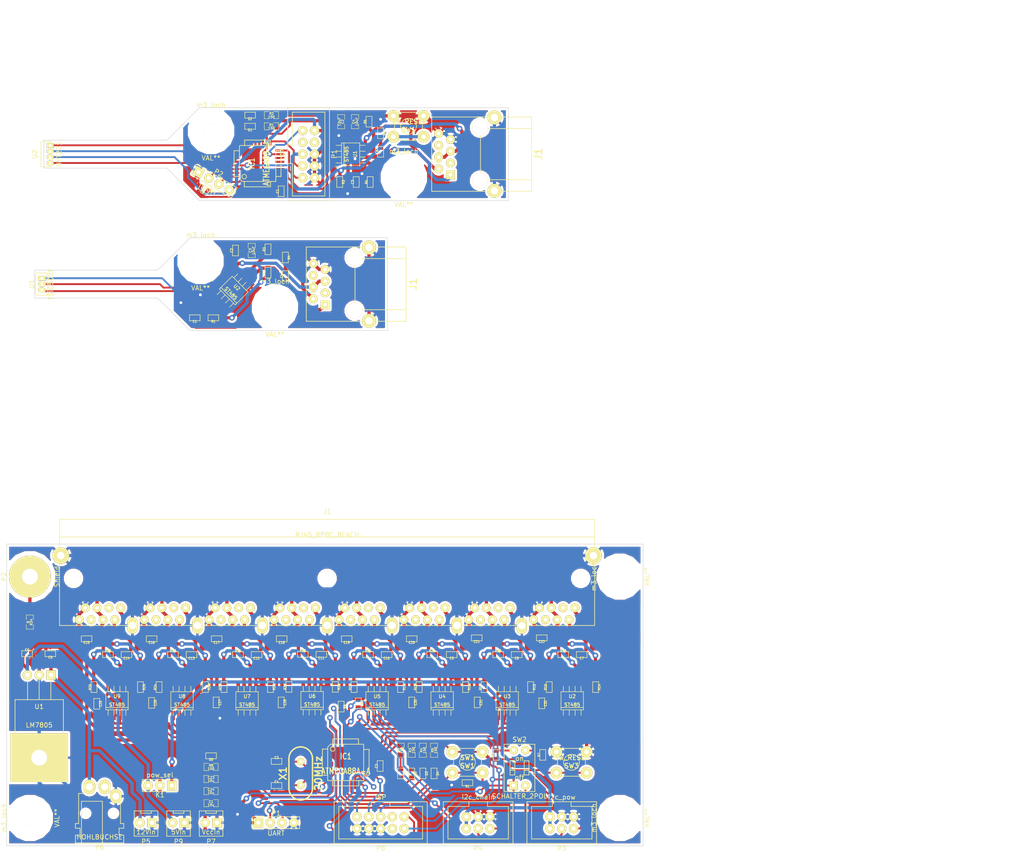
<source format=kicad_pcb>
(kicad_pcb (version 3) (host pcbnew "(2013-may-18)-stable")
  (layers (15 F.Cu signal) (0 B.Cu signal) (18 B.Paste user) (19 F.Paste user) (20 B.SilkS user) (21 F.SilkS user) (22 B.Mask user) (23 F.Mask user) (28 Edge.Cuts user))
  (net 0 "")
  (net 1 +12V)
  (net 2 /DI)
  (net 3 /LED1)
  (net 4 /LED2)
  (net 5 /LED3)
  (net 6 /LED4)
  (net 7 /MISO)
  (net 8 /MOSI)
  (net 9 /RESET)
  (net 10 /RX)
  (net 11 /SCK)
  (net 12 /SCL)
  (net 13 /SDA)
  (net 14 /SW1)
  (net 15 /TX)
  (net 16 /Vi2c)
  (net 17 /Vreg)
  (net 18 /XTAL1)
  (net 19 /XTAL2)
  (net 20 /ZAC_01)
  (net 21 /ZAC_02)
  (net 22 /ZAC_03)
  (net 23 /ZAC_04)
  (net 24 /ZAC_05)
  (net 25 /ZAC_06)
  (net 26 /ZAC_07)
  (net 27 /ZAC_08)
  (net 28 /z1a)
  (net 29 /z1b)
  (net 30 /z2a)
  (net 31 /z2b)
  (net 32 /z3a)
  (net 33 /z3b)
  (net 34 /z4a)
  (net 35 /z4b)
  (net 36 /z5a)
  (net 37 /z5b)
  (net 38 /z6a)
  (net 39 /z6b)
  (net 40 /z7a)
  (net 41 /z7b)
  (net 42 /z8a)
  (net 43 /z8b)
  (net 44 /za)
  (net 45 /zb)
  (net 46 GND)
  (net 47 N-0000010)
  (net 48 N-0000014)
  (net 49 N-0000015)
  (net 50 N-0000016)
  (net 51 N-0000027)
  (net 52 N-0000028)
  (net 53 N-0000029)
  (net 54 N-000003)
  (net 55 N-0000035)
  (net 56 N-0000040)
  (net 57 N-0000043)
  (net 58 N-0000066)
  (net 59 N-0000067)
  (net 60 N-0000068)
  (net 61 N-000007)
  (net 62 N-0000071)
  (net 63 N-0000077)
  (net 64 N-0000078)
  (net 65 N-000008)
  (net 66 N-0000081)
  (net 67 N-0000088)
  (net 68 VCC)
  (module wannenstecker_2x5_rm254 (layer F.Cu) (at 100.5 180 180)
    (fp_text reference P8 (at 0 -5.5 180) (layer F.SilkS))
    (fp_text value ISP (at 0 5.5 180) (layer F.SilkS))
    (pad 1 thru_hole circle (at -5.08 1.27 180) (size 2 2) (drill 0.9) (layers *.Cu *.Mask F.SilkS) (net 8 /MOSI))
    (pad 2 thru_hole circle (at -5.08 -1.27 180) (size 2 2) (drill 0.9) (layers *.Cu *.Mask F.SilkS) (net 68 VCC))
    (pad 3 thru_hole circle (at -2.54 1.27 180) (size 2 2) (drill 0.9) (layers *.Cu *.Mask F.SilkS))
    (pad 4 thru_hole circle (at -2.54 -1.27 180) (size 2 2) (drill 0.9) (layers *.Cu *.Mask F.SilkS))
    (pad 5 thru_hole circle (at 0 1.27 180) (size 2 2) (drill 0.9) (layers *.Cu *.Mask F.SilkS) (net 9 /RESET))
    (pad 6 thru_hole circle (at 0 -1.27 180) (size 2 2) (drill 0.9) (layers *.Cu *.Mask F.SilkS) (net 46 GND))
    (pad 7 thru_hole circle (at 2.54 1.27 180) (size 2 2) (drill 0.9) (layers *.Cu *.Mask F.SilkS) (net 11 /SCK))
    (pad 8 thru_hole circle (at 2.54 -1.27 180) (size 2 2) (drill 0.9) (layers *.Cu *.Mask F.SilkS) (net 46 GND))
    (pad 9 thru_hole circle (at 5.08 1.27 180) (size 2 2) (drill 0.9) (layers *.Cu *.Mask F.SilkS) (net 7 /MISO))
    (pad 10 thru_hole circle (at 5.08 -1.27 180) (size 2 2) (drill 0.9) (layers *.Cu *.Mask F.SilkS) (net 46 GND))
  )
  (module wannenstecker_2x3_rm254 (layer F.Cu) (at 139.5 180 180)
    (fp_text reference P3 (at 0 -5.5 180) (layer F.SilkS))
    (fp_text value i2c_pow (at 0 5.5 180) (layer F.SilkS))
    (pad 1 thru_hole circle (at -2.54 1.27 180) (size 2 2) (drill 0.9) (layers *.Cu *.Mask F.SilkS) (net 46 GND))
    (pad 2 thru_hole circle (at -2.54 -1.27 180) (size 2 2) (drill 0.9) (layers *.Cu *.Mask F.SilkS) (net 12 /SCL))
    (pad 3 thru_hole circle (at 0 1.27 180) (size 2 2) (drill 0.9) (layers *.Cu *.Mask F.SilkS) (net 46 GND))
    (pad 4 thru_hole circle (at 0 -1.27 180) (size 2 2) (drill 0.9) (layers *.Cu *.Mask F.SilkS) (net 13 /SDA))
    (pad 5 thru_hole circle (at 2.54 1.27 180) (size 2 2) (drill 0.9) (layers *.Cu *.Mask F.SilkS) (net 16 /Vi2c))
    (pad 6 thru_hole circle (at 2.54 -1.27 180) (size 2 2) (drill 0.9) (layers *.Cu *.Mask F.SilkS) (net 16 /Vi2c))
  )
  (module wannenstecker_2x3_rm254 (layer F.Cu) (at 121.5 180 180)
    (fp_text reference P4 (at 0 -5.5 180) (layer F.SilkS))
    (fp_text value i2c_chain (at 0 5.5 180) (layer F.SilkS))
    (pad 1 thru_hole circle (at -2.54 1.27 180) (size 2 2) (drill 0.9) (layers *.Cu *.Mask F.SilkS) (net 46 GND))
    (pad 2 thru_hole circle (at -2.54 -1.27 180) (size 2 2) (drill 0.9) (layers *.Cu *.Mask F.SilkS) (net 12 /SCL))
    (pad 3 thru_hole circle (at 0 1.27 180) (size 2 2) (drill 0.9) (layers *.Cu *.Mask F.SilkS) (net 46 GND))
    (pad 4 thru_hole circle (at 0 -1.27 180) (size 2 2) (drill 0.9) (layers *.Cu *.Mask F.SilkS) (net 13 /SDA))
    (pad 5 thru_hole circle (at 2.54 1.27 180) (size 2 2) (drill 0.9) (layers *.Cu *.Mask F.SilkS) (net 16 /Vi2c))
    (pad 6 thru_hole circle (at 2.54 -1.27 180) (size 2 2) (drill 0.9) (layers *.Cu *.Mask F.SilkS) (net 16 /Vi2c))
  )
  (module TQFP32 (layer F.Cu) (at 93 167)
    (fp_text reference IC1 (at 0 -1.27) (layer F.SilkS) (effects (font (size 1.27 1.016) (thickness 0.2032))))
    (fp_text value ATMEGA88A-A (at 0 1.905) (layer F.SilkS) (effects (font (size 1.27 1.016) (thickness 0.2032))))
    (pad 8 smd rect (at -4.81584 2.77622) (size 1.99898 0.44958) (layers F.Cu F.Paste F.Mask) (net 19 /XTAL2))
    (pad 7 smd rect (at -4.81584 1.97612) (size 1.99898 0.44958) (layers F.Cu F.Paste F.Mask) (net 18 /XTAL1))
    (pad 6 smd rect (at -4.81584 1.17602) (size 1.99898 0.44958) (layers F.Cu F.Paste F.Mask) (net 68 VCC))
    (pad 5 smd rect (at -4.81584 0.37592) (size 1.99898 0.44958) (layers F.Cu F.Paste F.Mask) (net 46 GND))
    (pad 4 smd rect (at -4.81584 -0.42418) (size 1.99898 0.44958) (layers F.Cu F.Paste F.Mask) (net 68 VCC))
    (pad 3 smd rect (at -4.81584 -1.22428) (size 1.99898 0.44958) (layers F.Cu F.Paste F.Mask) (net 46 GND))
    (pad 2 smd rect (at -4.81584 -2.02438) (size 1.99898 0.44958) (layers F.Cu F.Paste F.Mask) (net 26 /ZAC_07))
    (pad 1 smd rect (at -4.81584 -2.82448) (size 1.99898 0.44958) (layers F.Cu F.Paste F.Mask) (net 25 /ZAC_06))
    (pad 24 smd rect (at 4.7498 -2.8194) (size 1.99898 0.44958) (layers F.Cu F.Paste F.Mask) (net 21 /ZAC_02))
    (pad 17 smd rect (at 4.7498 2.794) (size 1.99898 0.44958) (layers F.Cu F.Paste F.Mask) (net 11 /SCK))
    (pad 18 smd rect (at 4.7498 1.9812) (size 1.99898 0.44958) (layers F.Cu F.Paste F.Mask) (net 68 VCC))
    (pad 19 smd rect (at 4.7498 1.1684) (size 1.99898 0.44958) (layers F.Cu F.Paste F.Mask))
    (pad 20 smd rect (at 4.7498 0.381) (size 1.99898 0.44958) (layers F.Cu F.Paste F.Mask))
    (pad 21 smd rect (at 4.7498 -0.4318) (size 1.99898 0.44958) (layers F.Cu F.Paste F.Mask) (net 46 GND))
    (pad 22 smd rect (at 4.7498 -1.2192) (size 1.99898 0.44958) (layers F.Cu F.Paste F.Mask))
    (pad 23 smd rect (at 4.7498 -2.032) (size 1.99898 0.44958) (layers F.Cu F.Paste F.Mask) (net 20 /ZAC_01))
    (pad 32 smd rect (at -2.82448 -4.826) (size 0.44958 1.99898) (layers F.Cu F.Paste F.Mask) (net 24 /ZAC_05))
    (pad 31 smd rect (at -2.02692 -4.826) (size 0.44958 1.99898) (layers F.Cu F.Paste F.Mask) (net 15 /TX))
    (pad 30 smd rect (at -1.22428 -4.826) (size 0.44958 1.99898) (layers F.Cu F.Paste F.Mask) (net 10 /RX))
    (pad 29 smd rect (at -0.42672 -4.826) (size 0.44958 1.99898) (layers F.Cu F.Paste F.Mask) (net 9 /RESET))
    (pad 28 smd rect (at 0.37592 -4.826) (size 0.44958 1.99898) (layers F.Cu F.Paste F.Mask) (net 12 /SCL))
    (pad 27 smd rect (at 1.17348 -4.826) (size 0.44958 1.99898) (layers F.Cu F.Paste F.Mask) (net 13 /SDA))
    (pad 26 smd rect (at 1.97612 -4.826) (size 0.44958 1.99898) (layers F.Cu F.Paste F.Mask) (net 23 /ZAC_04))
    (pad 25 smd rect (at 2.77368 -4.826) (size 0.44958 1.99898) (layers F.Cu F.Paste F.Mask) (net 22 /ZAC_03))
    (pad 9 smd rect (at -2.8194 4.7752) (size 0.44958 1.99898) (layers F.Cu F.Paste F.Mask) (net 27 /ZAC_08))
    (pad 10 smd rect (at -2.032 4.7752) (size 0.44958 1.99898) (layers F.Cu F.Paste F.Mask) (net 14 /SW1))
    (pad 11 smd rect (at -1.2192 4.7752) (size 0.44958 1.99898) (layers F.Cu F.Paste F.Mask) (net 6 /LED4))
    (pad 12 smd rect (at -0.4318 4.7752) (size 0.44958 1.99898) (layers F.Cu F.Paste F.Mask) (net 5 /LED3))
    (pad 13 smd rect (at 0.3556 4.7752) (size 0.44958 1.99898) (layers F.Cu F.Paste F.Mask) (net 4 /LED2))
    (pad 14 smd rect (at 1.1684 4.7752) (size 0.44958 1.99898) (layers F.Cu F.Paste F.Mask) (net 3 /LED1))
    (pad 15 smd rect (at 1.9812 4.7752) (size 0.44958 1.99898) (layers F.Cu F.Paste F.Mask) (net 8 /MOSI))
    (pad 16 smd rect (at 2.794 4.7752) (size 0.44958 1.99898) (layers F.Cu F.Paste F.Mask) (net 7 /MISO))
  )
  (module Taster_6mm (layer F.Cu) (at 141.6 167 180)
    (fp_text reference SW3 (at 0 -0.762 180) (layer F.SilkS) (effects (font (size 1.016 1.016) (thickness 0.2032))))
    (fp_text value SW_RESET (at 0 1.016 180) (layer F.SilkS) (effects (font (size 1.016 1.016) (thickness 0.2032))))
    (pad 1 thru_hole circle (at 3.2512 -2.25044 180) (size 2.49936 2.49936) (drill 1) (layers *.Cu *.Mask F.SilkS) (net 9 /RESET))
    (pad 2 thru_hole circle (at 3.2512 2.25044 180) (size 2.49936 2.49936) (drill 1) (layers *.Cu *.Mask F.SilkS) (net 46 GND))
    (pad 1 thru_hole circle (at -3.2512 -2.25044 180) (size 2.49936 2.49936) (drill 1) (layers *.Cu *.Mask F.SilkS) (net 9 /RESET))
    (pad 2 thru_hole circle (at -3.2512 2.25044 180) (size 2.49936 2.49936) (drill 1) (layers *.Cu *.Mask F.SilkS) (net 46 GND))
  )
  (module Taster_6mm (layer F.Cu) (at 119.2 167 180)
    (fp_text reference SW1 (at 0 -0.762 180) (layer F.SilkS) (effects (font (size 1.016 1.016) (thickness 0.2032))))
    (fp_text value SW1 (at 0 1.016 180) (layer F.SilkS) (effects (font (size 1.016 1.016) (thickness 0.2032))))
    (pad 1 thru_hole circle (at 3.2512 -2.25044 180) (size 2.49936 2.49936) (drill 1) (layers *.Cu *.Mask F.SilkS) (net 14 /SW1))
    (pad 2 thru_hole circle (at 3.2512 2.25044 180) (size 2.49936 2.49936) (drill 1) (layers *.Cu *.Mask F.SilkS) (net 68 VCC))
    (pad 1 thru_hole circle (at -3.2512 -2.25044 180) (size 2.49936 2.49936) (drill 1) (layers *.Cu *.Mask F.SilkS) (net 14 /SW1))
    (pad 2 thru_hole circle (at -3.2512 2.25044 180) (size 2.49936 2.49936) (drill 1) (layers *.Cu *.Mask F.SilkS) (net 68 VCC))
  )
  (module Stiftleiste_4x1 (layer F.Cu) (at 78 180)
    (fp_text reference P1 (at 0 -2.032) (layer F.SilkS))
    (fp_text value UART (at 0 2.286) (layer F.SilkS))
    (pad 1 thru_hole rect (at -3.81 0) (size 2 2) (drill 0.9) (layers *.Cu *.Mask F.SilkS) (net 68 VCC))
    (pad 2 thru_hole circle (at -1.27 0) (size 2 2) (drill 0.9) (layers *.Cu *.Mask F.SilkS) (net 10 /RX))
    (pad 3 thru_hole circle (at 1.27 0) (size 2 2) (drill 0.9) (layers *.Cu *.Mask F.SilkS) (net 15 /TX))
    (pad 4 thru_hole circle (at 3.81 0) (size 2 2) (drill 0.9) (layers *.Cu *.Mask F.SilkS) (net 46 GND))
  )
  (module Stiftleiste_3x1 (layer F.Cu) (at 53 172 180)
    (fp_text reference K1 (at 0 -2.032 180) (layer F.SilkS))
    (fp_text value pow_sel (at 0 2.286 180) (layer F.SilkS))
    (pad 1 thru_hole rect (at -2.54 0 180) (size 2 2) (drill 0.9) (layers *.Cu *.Mask F.SilkS) (net 16 /Vi2c))
    (pad 2 thru_hole circle (at 0 0 180) (size 2 2) (drill 0.9) (layers *.Cu *.Mask F.SilkS) (net 68 VCC))
    (pad 3 thru_hole circle (at 2.54 0 180) (size 2 2) (drill 0.9) (layers *.Cu *.Mask F.SilkS) (net 17 /Vreg))
  )
  (module st485 (layer F.Cu) (at 85.75 151.75)
    (fp_text reference U6 (at 0 1) (layer F.SilkS) (effects (font (size 0.7493 0.7493) (thickness 0.14986))))
    (fp_text value ST485 (at 0 2.8) (layer F.SilkS) (effects (font (size 0.7493 0.7493) (thickness 0.14986))))
    (pad 1 smd rect (at -1.908 5.1) (size 0.75 2) (layers F.Cu F.Paste F.Mask) (net 24 /ZAC_05))
    (pad 2 smd rect (at -0.638 5.1) (size 0.75 2) (layers F.Cu F.Paste F.Mask) (net 46 GND))
    (pad 3 smd rect (at 0.632 5.1) (size 0.75 2) (layers F.Cu F.Paste F.Mask) (net 46 GND))
    (pad 4 smd rect (at 1.902 5.1) (size 0.75 2) (layers F.Cu F.Paste F.Mask))
    (pad 5 smd rect (at 1.902 -1.2) (size 0.75 2) (layers F.Cu F.Paste F.Mask) (net 46 GND))
    (pad 6 smd rect (at 0.632 -1.2) (size 0.75 2) (layers F.Cu F.Paste F.Mask) (net 36 /z5a))
    (pad 7 smd rect (at -0.638 -1.2) (size 0.75 2) (layers F.Cu F.Paste F.Mask) (net 37 /z5b))
    (pad 8 smd rect (at -1.908 -1.2) (size 0.75 2) (layers F.Cu F.Paste F.Mask) (net 68 VCC))
  )
  (module st485 (layer F.Cu) (at 99.75 151.8)
    (fp_text reference U5 (at 0 1) (layer F.SilkS) (effects (font (size 0.7493 0.7493) (thickness 0.14986))))
    (fp_text value ST485 (at 0 2.8) (layer F.SilkS) (effects (font (size 0.7493 0.7493) (thickness 0.14986))))
    (pad 1 smd rect (at -1.908 5.1) (size 0.75 2) (layers F.Cu F.Paste F.Mask) (net 23 /ZAC_04))
    (pad 2 smd rect (at -0.638 5.1) (size 0.75 2) (layers F.Cu F.Paste F.Mask) (net 46 GND))
    (pad 3 smd rect (at 0.632 5.1) (size 0.75 2) (layers F.Cu F.Paste F.Mask) (net 46 GND))
    (pad 4 smd rect (at 1.902 5.1) (size 0.75 2) (layers F.Cu F.Paste F.Mask))
    (pad 5 smd rect (at 1.902 -1.2) (size 0.75 2) (layers F.Cu F.Paste F.Mask) (net 46 GND))
    (pad 6 smd rect (at 0.632 -1.2) (size 0.75 2) (layers F.Cu F.Paste F.Mask) (net 34 /z4a))
    (pad 7 smd rect (at -0.638 -1.2) (size 0.75 2) (layers F.Cu F.Paste F.Mask) (net 35 /z4b))
    (pad 8 smd rect (at -1.908 -1.2) (size 0.75 2) (layers F.Cu F.Paste F.Mask) (net 68 VCC))
  )
  (module st485 (layer F.Cu) (at 71.75 151.8)
    (fp_text reference U7 (at 0 1) (layer F.SilkS) (effects (font (size 0.7493 0.7493) (thickness 0.14986))))
    (fp_text value ST485 (at 0 2.8) (layer F.SilkS) (effects (font (size 0.7493 0.7493) (thickness 0.14986))))
    (pad 1 smd rect (at -1.908 5.1) (size 0.75 2) (layers F.Cu F.Paste F.Mask) (net 25 /ZAC_06))
    (pad 2 smd rect (at -0.638 5.1) (size 0.75 2) (layers F.Cu F.Paste F.Mask) (net 46 GND))
    (pad 3 smd rect (at 0.632 5.1) (size 0.75 2) (layers F.Cu F.Paste F.Mask) (net 46 GND))
    (pad 4 smd rect (at 1.902 5.1) (size 0.75 2) (layers F.Cu F.Paste F.Mask))
    (pad 5 smd rect (at 1.902 -1.2) (size 0.75 2) (layers F.Cu F.Paste F.Mask) (net 46 GND))
    (pad 6 smd rect (at 0.632 -1.2) (size 0.75 2) (layers F.Cu F.Paste F.Mask) (net 38 /z6a))
    (pad 7 smd rect (at -0.638 -1.2) (size 0.75 2) (layers F.Cu F.Paste F.Mask) (net 39 /z6b))
    (pad 8 smd rect (at -1.908 -1.2) (size 0.75 2) (layers F.Cu F.Paste F.Mask) (net 68 VCC))
  )
  (module st485 (layer F.Cu) (at 113.75 151.8)
    (fp_text reference U4 (at 0 1) (layer F.SilkS) (effects (font (size 0.7493 0.7493) (thickness 0.14986))))
    (fp_text value ST485 (at 0 2.8) (layer F.SilkS) (effects (font (size 0.7493 0.7493) (thickness 0.14986))))
    (pad 1 smd rect (at -1.908 5.1) (size 0.75 2) (layers F.Cu F.Paste F.Mask) (net 22 /ZAC_03))
    (pad 2 smd rect (at -0.638 5.1) (size 0.75 2) (layers F.Cu F.Paste F.Mask) (net 46 GND))
    (pad 3 smd rect (at 0.632 5.1) (size 0.75 2) (layers F.Cu F.Paste F.Mask) (net 46 GND))
    (pad 4 smd rect (at 1.902 5.1) (size 0.75 2) (layers F.Cu F.Paste F.Mask))
    (pad 5 smd rect (at 1.902 -1.2) (size 0.75 2) (layers F.Cu F.Paste F.Mask) (net 46 GND))
    (pad 6 smd rect (at 0.632 -1.2) (size 0.75 2) (layers F.Cu F.Paste F.Mask) (net 32 /z3a))
    (pad 7 smd rect (at -0.638 -1.2) (size 0.75 2) (layers F.Cu F.Paste F.Mask) (net 33 /z3b))
    (pad 8 smd rect (at -1.908 -1.2) (size 0.75 2) (layers F.Cu F.Paste F.Mask) (net 68 VCC))
  )
  (module st485 (layer F.Cu) (at 57.75 151.8)
    (fp_text reference U8 (at 0 1) (layer F.SilkS) (effects (font (size 0.7493 0.7493) (thickness 0.14986))))
    (fp_text value ST485 (at 0 2.8) (layer F.SilkS) (effects (font (size 0.7493 0.7493) (thickness 0.14986))))
    (pad 1 smd rect (at -1.908 5.1) (size 0.75 2) (layers F.Cu F.Paste F.Mask) (net 26 /ZAC_07))
    (pad 2 smd rect (at -0.638 5.1) (size 0.75 2) (layers F.Cu F.Paste F.Mask) (net 46 GND))
    (pad 3 smd rect (at 0.632 5.1) (size 0.75 2) (layers F.Cu F.Paste F.Mask) (net 46 GND))
    (pad 4 smd rect (at 1.902 5.1) (size 0.75 2) (layers F.Cu F.Paste F.Mask))
    (pad 5 smd rect (at 1.902 -1.2) (size 0.75 2) (layers F.Cu F.Paste F.Mask) (net 46 GND))
    (pad 6 smd rect (at 0.632 -1.2) (size 0.75 2) (layers F.Cu F.Paste F.Mask) (net 40 /z7a))
    (pad 7 smd rect (at -0.638 -1.2) (size 0.75 2) (layers F.Cu F.Paste F.Mask) (net 41 /z7b))
    (pad 8 smd rect (at -1.908 -1.2) (size 0.75 2) (layers F.Cu F.Paste F.Mask) (net 68 VCC))
  )
  (module st485 (layer F.Cu) (at 127.75 151.8)
    (fp_text reference U3 (at 0 1) (layer F.SilkS) (effects (font (size 0.7493 0.7493) (thickness 0.14986))))
    (fp_text value ST485 (at 0 2.8) (layer F.SilkS) (effects (font (size 0.7493 0.7493) (thickness 0.14986))))
    (pad 1 smd rect (at -1.908 5.1) (size 0.75 2) (layers F.Cu F.Paste F.Mask) (net 21 /ZAC_02))
    (pad 2 smd rect (at -0.638 5.1) (size 0.75 2) (layers F.Cu F.Paste F.Mask) (net 46 GND))
    (pad 3 smd rect (at 0.632 5.1) (size 0.75 2) (layers F.Cu F.Paste F.Mask) (net 46 GND))
    (pad 4 smd rect (at 1.902 5.1) (size 0.75 2) (layers F.Cu F.Paste F.Mask))
    (pad 5 smd rect (at 1.902 -1.2) (size 0.75 2) (layers F.Cu F.Paste F.Mask) (net 46 GND))
    (pad 6 smd rect (at 0.632 -1.2) (size 0.75 2) (layers F.Cu F.Paste F.Mask) (net 30 /z2a))
    (pad 7 smd rect (at -0.638 -1.2) (size 0.75 2) (layers F.Cu F.Paste F.Mask) (net 31 /z2b))
    (pad 8 smd rect (at -1.908 -1.2) (size 0.75 2) (layers F.Cu F.Paste F.Mask) (net 68 VCC))
  )
  (module st485 (layer F.Cu) (at 43.75 151.8)
    (fp_text reference U9 (at 0 1) (layer F.SilkS) (effects (font (size 0.7493 0.7493) (thickness 0.14986))))
    (fp_text value ST485 (at 0 2.8) (layer F.SilkS) (effects (font (size 0.7493 0.7493) (thickness 0.14986))))
    (pad 1 smd rect (at -1.908 5.1) (size 0.75 2) (layers F.Cu F.Paste F.Mask) (net 27 /ZAC_08))
    (pad 2 smd rect (at -0.638 5.1) (size 0.75 2) (layers F.Cu F.Paste F.Mask) (net 46 GND))
    (pad 3 smd rect (at 0.632 5.1) (size 0.75 2) (layers F.Cu F.Paste F.Mask) (net 46 GND))
    (pad 4 smd rect (at 1.902 5.1) (size 0.75 2) (layers F.Cu F.Paste F.Mask))
    (pad 5 smd rect (at 1.902 -1.2) (size 0.75 2) (layers F.Cu F.Paste F.Mask) (net 46 GND))
    (pad 6 smd rect (at 0.632 -1.2) (size 0.75 2) (layers F.Cu F.Paste F.Mask) (net 42 /z8a))
    (pad 7 smd rect (at -0.638 -1.2) (size 0.75 2) (layers F.Cu F.Paste F.Mask) (net 43 /z8b))
    (pad 8 smd rect (at -1.908 -1.2) (size 0.75 2) (layers F.Cu F.Paste F.Mask) (net 68 VCC))
  )
  (module st485 (layer F.Cu) (at 141.75 151.8)
    (fp_text reference U2 (at 0 1) (layer F.SilkS) (effects (font (size 0.7493 0.7493) (thickness 0.14986))))
    (fp_text value ST485 (at 0 2.8) (layer F.SilkS) (effects (font (size 0.7493 0.7493) (thickness 0.14986))))
    (pad 1 smd rect (at -1.908 5.1) (size 0.75 2) (layers F.Cu F.Paste F.Mask) (net 20 /ZAC_01))
    (pad 2 smd rect (at -0.638 5.1) (size 0.75 2) (layers F.Cu F.Paste F.Mask) (net 46 GND))
    (pad 3 smd rect (at 0.632 5.1) (size 0.75 2) (layers F.Cu F.Paste F.Mask) (net 46 GND))
    (pad 4 smd rect (at 1.902 5.1) (size 0.75 2) (layers F.Cu F.Paste F.Mask))
    (pad 5 smd rect (at 1.902 -1.2) (size 0.75 2) (layers F.Cu F.Paste F.Mask) (net 46 GND))
    (pad 6 smd rect (at 0.632 -1.2) (size 0.75 2) (layers F.Cu F.Paste F.Mask) (net 28 /z1a))
    (pad 7 smd rect (at -0.638 -1.2) (size 0.75 2) (layers F.Cu F.Paste F.Mask) (net 29 /z1b))
    (pad 8 smd rect (at -1.908 -1.2) (size 0.75 2) (layers F.Cu F.Paste F.Mask) (net 68 VCC))
  )
  (module SM0805_big (layer F.Cu) (at 107.2 164.4 90)
    (fp_text reference R3 (at 0 -0.3175 90) (layer F.SilkS) (effects (font (size 0.50038 0.50038) (thickness 0.10922))))
    (fp_text value 150 (at 0 0.381 90) (layer F.SilkS) (effects (font (size 0.50038 0.50038) (thickness 0.10922))))
    (pad 1 smd rect (at -1.108 0 90) (size 1.2 1.397) (layers F.Cu F.Paste F.Mask) (net 59 N-0000067))
    (pad 2 smd rect (at 1.108 0 90) (size 1.2 1.397) (layers F.Cu F.Paste F.Mask) (net 68 VCC))
  )
  (module SM0805_big (layer F.Cu) (at 64 168)
    (fp_text reference R8 (at 0 -0.3175) (layer F.SilkS) (effects (font (size 0.50038 0.50038) (thickness 0.10922))))
    (fp_text value 150 (at 0 0.381) (layer F.SilkS) (effects (font (size 0.50038 0.50038) (thickness 0.10922))))
    (pad 1 smd rect (at -1.108 0) (size 1.2 1.397) (layers F.Cu F.Paste F.Mask) (net 68 VCC))
    (pad 2 smd rect (at 1.108 0) (size 1.2 1.397) (layers F.Cu F.Paste F.Mask) (net 58 N-0000066))
  )
  (module SM0805_big (layer F.Cu) (at 64 175.8)
    (fp_text reference C1 (at 0 -0.3175) (layer F.SilkS) (effects (font (size 0.50038 0.50038) (thickness 0.10922))))
    (fp_text value 10u (at 0 0.381) (layer F.SilkS) (effects (font (size 0.50038 0.50038) (thickness 0.10922))))
    (pad 1 smd rect (at -1.108 0) (size 1.2 1.397) (layers F.Cu F.Paste F.Mask) (net 68 VCC))
    (pad 2 smd rect (at 1.108 0) (size 1.2 1.397) (layers F.Cu F.Paste F.Mask) (net 46 GND))
  )
  (module SM0805_big (layer F.Cu) (at 104.8 164.4 90)
    (fp_text reference R2 (at 0 -0.3175 90) (layer F.SilkS) (effects (font (size 0.50038 0.50038) (thickness 0.10922))))
    (fp_text value 150 (at 0 0.381 90) (layer F.SilkS) (effects (font (size 0.50038 0.50038) (thickness 0.10922))))
    (pad 1 smd rect (at -1.108 0 90) (size 1.2 1.397) (layers F.Cu F.Paste F.Mask) (net 60 N-0000068))
    (pad 2 smd rect (at 1.108 0 90) (size 1.2 1.397) (layers F.Cu F.Paste F.Mask) (net 68 VCC))
  )
  (module SM0805_big (layer F.Cu) (at 109.6 164.4 90)
    (fp_text reference R4 (at 0 -0.3175 90) (layer F.SilkS) (effects (font (size 0.50038 0.50038) (thickness 0.10922))))
    (fp_text value 150 (at 0 0.381 90) (layer F.SilkS) (effects (font (size 0.50038 0.50038) (thickness 0.10922))))
    (pad 1 smd rect (at -1.108 0 90) (size 1.2 1.397) (layers F.Cu F.Paste F.Mask) (net 57 N-0000043))
    (pad 2 smd rect (at 1.108 0 90) (size 1.2 1.397) (layers F.Cu F.Paste F.Mask) (net 68 VCC))
  )
  (module SM0805_big (layer F.Cu) (at 112 164.4 90)
    (fp_text reference R5 (at 0 -0.3175 90) (layer F.SilkS) (effects (font (size 0.50038 0.50038) (thickness 0.10922))))
    (fp_text value 150 (at 0 0.381 90) (layer F.SilkS) (effects (font (size 0.50038 0.50038) (thickness 0.10922))))
    (pad 1 smd rect (at -1.108 0 90) (size 1.2 1.397) (layers F.Cu F.Paste F.Mask) (net 56 N-0000040))
    (pad 2 smd rect (at 1.108 0 90) (size 1.2 1.397) (layers F.Cu F.Paste F.Mask) (net 68 VCC))
  )
  (module SM0603_big (layer F.Cu) (at 52.8 150.8 90)
    (fp_text reference R24 (at 0 -0.8 90) (layer F.SilkS) (effects (font (size 0.508 0.4572) (thickness 0.1143))))
    (fp_text value 22k hide)
    (pad 1 smd rect (at -0.945 0 90) (size 1 1.143) (layers F.Cu F.Paste F.Mask) (net 68 VCC))
    (pad 2 smd rect (at 0.945 0 90) (size 1 1.143) (layers F.Cu F.Paste F.Mask) (net 40 /z7a))
  )
  (module SM0603_big (layer F.Cu) (at 146.8 150.8 270)
    (fp_text reference R14 (at 0 -0.8 270) (layer F.SilkS) (effects (font (size 0.508 0.4572) (thickness 0.1143))))
    (fp_text value 22k hide)
    (pad 1 smd rect (at -0.945 0 270) (size 1 1.143) (layers F.Cu F.Paste F.Mask) (net 29 /z1b))
    (pad 2 smd rect (at 0.945 0 270) (size 1 1.143) (layers F.Cu F.Paste F.Mask) (net 46 GND))
  )
  (module SM0603_big (layer F.Cu) (at 107.2 140.4 180)
    (fp_text reference C20 (at 0 -0.8 180) (layer F.SilkS) (effects (font (size 0.508 0.4572) (thickness 0.1143))))
    (fp_text value 100n hide)
    (pad 1 smd rect (at -0.945 0 180) (size 1 1.143) (layers F.Cu F.Paste F.Mask) (net 68 VCC))
    (pad 2 smd rect (at 0.945 0 180) (size 1 1.143) (layers F.Cu F.Paste F.Mask) (net 46 GND))
  )
  (module SM0603_big (layer F.Cu) (at 59.8 143.8 180)
    (fp_text reference C13 (at 0 -0.8 180) (layer F.SilkS) (effects (font (size 0.508 0.4572) (thickness 0.1143))))
    (fp_text value 100n hide)
    (pad 1 smd rect (at -0.945 0 180) (size 1 1.143) (layers F.Cu F.Paste F.Mask) (net 40 /z7a))
    (pad 2 smd rect (at 0.945 0 180) (size 1 1.143) (layers F.Cu F.Paste F.Mask) (net 55 N-0000035))
  )
  (module SM0603_big (layer F.Cu) (at 62.8 150.8 270)
    (fp_text reference R28 (at 0 -0.8 270) (layer F.SilkS) (effects (font (size 0.508 0.4572) (thickness 0.1143))))
    (fp_text value 22k hide)
    (pad 1 smd rect (at -0.945 0 270) (size 1 1.143) (layers F.Cu F.Paste F.Mask) (net 41 /z7b))
    (pad 2 smd rect (at 0.945 0 270) (size 1 1.143) (layers F.Cu F.Paste F.Mask) (net 46 GND))
  )
  (module SM0603_big (layer F.Cu) (at 55.8 143.8)
    (fp_text reference R32 (at 0 -0.8) (layer F.SilkS) (effects (font (size 0.508 0.4572) (thickness 0.1143))))
    (fp_text value 120 hide)
    (pad 1 smd rect (at -0.945 0) (size 1 1.143) (layers F.Cu F.Paste F.Mask) (net 41 /z7b))
    (pad 2 smd rect (at 0.945 0) (size 1 1.143) (layers F.Cu F.Paste F.Mask) (net 55 N-0000035))
  )
  (module SM0603_big (layer F.Cu) (at 121.2 140.2 180)
    (fp_text reference C21 (at 0 -0.8 180) (layer F.SilkS) (effects (font (size 0.508 0.4572) (thickness 0.1143))))
    (fp_text value 100n hide)
    (pad 1 smd rect (at -0.945 0 180) (size 1 1.143) (layers F.Cu F.Paste F.Mask) (net 68 VCC))
    (pad 2 smd rect (at 0.945 0 180) (size 1 1.143) (layers F.Cu F.Paste F.Mask) (net 46 GND))
  )
  (module SM0603_big (layer F.Cu) (at 135.2 140.2 180)
    (fp_text reference C22 (at 0 -0.8 180) (layer F.SilkS) (effects (font (size 0.508 0.4572) (thickness 0.1143))))
    (fp_text value 100n hide)
    (pad 1 smd rect (at -0.945 0 180) (size 1 1.143) (layers F.Cu F.Paste F.Mask) (net 68 VCC))
    (pad 2 smd rect (at 0.945 0 180) (size 1 1.143) (layers F.Cu F.Paste F.Mask) (net 46 GND))
  )
  (module SM0603_big (layer F.Cu) (at 66.8 150.8 90)
    (fp_text reference R23 (at 0 -0.8 90) (layer F.SilkS) (effects (font (size 0.508 0.4572) (thickness 0.1143))))
    (fp_text value 22k hide)
    (pad 1 smd rect (at -0.945 0 90) (size 1 1.143) (layers F.Cu F.Paste F.Mask) (net 68 VCC))
    (pad 2 smd rect (at 0.945 0 90) (size 1 1.143) (layers F.Cu F.Paste F.Mask) (net 38 /z6a))
  )
  (module SM0603_big (layer F.Cu) (at 73.8 143.8 180)
    (fp_text reference C12 (at 0 -0.8 180) (layer F.SilkS) (effects (font (size 0.508 0.4572) (thickness 0.1143))))
    (fp_text value 100n hide)
    (pad 1 smd rect (at -0.945 0 180) (size 1 1.143) (layers F.Cu F.Paste F.Mask) (net 38 /z6a))
    (pad 2 smd rect (at 0.945 0 180) (size 1 1.143) (layers F.Cu F.Paste F.Mask) (net 53 N-0000029))
  )
  (module SM0603_big (layer F.Cu) (at 76.8 150.8 270)
    (fp_text reference R27 (at 0 -0.8 270) (layer F.SilkS) (effects (font (size 0.508 0.4572) (thickness 0.1143))))
    (fp_text value 22k hide)
    (pad 1 smd rect (at -0.945 0 270) (size 1 1.143) (layers F.Cu F.Paste F.Mask) (net 39 /z6b))
    (pad 2 smd rect (at 0.945 0 270) (size 1 1.143) (layers F.Cu F.Paste F.Mask) (net 46 GND))
  )
  (module SM0603_big (layer F.Cu) (at 69.8 143.8)
    (fp_text reference R31 (at 0 -0.8) (layer F.SilkS) (effects (font (size 0.508 0.4572) (thickness 0.1143))))
    (fp_text value 120 hide)
    (pad 1 smd rect (at -0.945 0) (size 1 1.143) (layers F.Cu F.Paste F.Mask) (net 39 /z6b))
    (pad 2 smd rect (at 0.945 0) (size 1 1.143) (layers F.Cu F.Paste F.Mask) (net 53 N-0000029))
  )
  (module SM0603_big (layer F.Cu) (at 93.2 140.4 180)
    (fp_text reference C19 (at 0 -0.8 180) (layer F.SilkS) (effects (font (size 0.508 0.4572) (thickness 0.1143))))
    (fp_text value 100n hide)
    (pad 1 smd rect (at -0.945 0 180) (size 1 1.143) (layers F.Cu F.Paste F.Mask) (net 68 VCC))
    (pad 2 smd rect (at 0.945 0 180) (size 1 1.143) (layers F.Cu F.Paste F.Mask) (net 46 GND))
  )
  (module SM0603_big (layer F.Cu) (at 41.8 143.8)
    (fp_text reference R33 (at 0 -0.8) (layer F.SilkS) (effects (font (size 0.508 0.4572) (thickness 0.1143))))
    (fp_text value 120 hide)
    (pad 1 smd rect (at -0.945 0) (size 1 1.143) (layers F.Cu F.Paste F.Mask) (net 43 /z8b))
    (pad 2 smd rect (at 0.945 0) (size 1 1.143) (layers F.Cu F.Paste F.Mask) (net 52 N-0000028))
  )
  (module SM0603_big (layer F.Cu) (at 48.8 150.8 270)
    (fp_text reference R29 (at 0 -0.8 270) (layer F.SilkS) (effects (font (size 0.508 0.4572) (thickness 0.1143))))
    (fp_text value 22k hide)
    (pad 1 smd rect (at -0.945 0 270) (size 1 1.143) (layers F.Cu F.Paste F.Mask) (net 43 /z8b))
    (pad 2 smd rect (at 0.945 0 270) (size 1 1.143) (layers F.Cu F.Paste F.Mask) (net 46 GND))
  )
  (module SM0603_big (layer F.Cu) (at 79.2 140.4 180)
    (fp_text reference C18 (at 0 -0.8 180) (layer F.SilkS) (effects (font (size 0.508 0.4572) (thickness 0.1143))))
    (fp_text value 100n hide)
    (pad 1 smd rect (at -0.945 0 180) (size 1 1.143) (layers F.Cu F.Paste F.Mask) (net 68 VCC))
    (pad 2 smd rect (at 0.945 0 180) (size 1 1.143) (layers F.Cu F.Paste F.Mask) (net 46 GND))
  )
  (module SM0603_big (layer F.Cu) (at 45.8 143.8 180)
    (fp_text reference C14 (at 0 -0.8 180) (layer F.SilkS) (effects (font (size 0.508 0.4572) (thickness 0.1143))))
    (fp_text value 100n hide)
    (pad 1 smd rect (at -0.945 0 180) (size 1 1.143) (layers F.Cu F.Paste F.Mask) (net 42 /z8a))
    (pad 2 smd rect (at 0.945 0 180) (size 1 1.143) (layers F.Cu F.Paste F.Mask) (net 52 N-0000028))
  )
  (module SM0603_big (layer F.Cu) (at 38.8 150.8 90)
    (fp_text reference R25 (at 0 -0.8 90) (layer F.SilkS) (effects (font (size 0.508 0.4572) (thickness 0.1143))))
    (fp_text value 22k hide)
    (pad 1 smd rect (at -0.945 0 90) (size 1 1.143) (layers F.Cu F.Paste F.Mask) (net 68 VCC))
    (pad 2 smd rect (at 0.945 0 90) (size 1 1.143) (layers F.Cu F.Paste F.Mask) (net 42 /z8a))
  )
  (module SM0603_big (layer F.Cu) (at 65.2 140.4 180)
    (fp_text reference C17 (at 0 -0.8 180) (layer F.SilkS) (effects (font (size 0.508 0.4572) (thickness 0.1143))))
    (fp_text value 100n hide)
    (pad 1 smd rect (at -0.945 0 180) (size 1 1.143) (layers F.Cu F.Paste F.Mask) (net 68 VCC))
    (pad 2 smd rect (at 0.945 0 180) (size 1 1.143) (layers F.Cu F.Paste F.Mask) (net 46 GND))
  )
  (module SM0603_big (layer F.Cu) (at 51.2 140.4 180)
    (fp_text reference C16 (at 0 -0.8 180) (layer F.SilkS) (effects (font (size 0.508 0.4572) (thickness 0.1143))))
    (fp_text value 100n hide)
    (pad 1 smd rect (at -0.945 0 180) (size 1 1.143) (layers F.Cu F.Paste F.Mask) (net 68 VCC))
    (pad 2 smd rect (at 0.945 0 180) (size 1 1.143) (layers F.Cu F.Paste F.Mask) (net 46 GND))
  )
  (module SM0603_big (layer F.Cu) (at 37.2 140.4 180)
    (fp_text reference C15 (at 0 -0.8 180) (layer F.SilkS) (effects (font (size 0.508 0.4572) (thickness 0.1143))))
    (fp_text value 100n hide)
    (pad 1 smd rect (at -0.945 0 180) (size 1 1.143) (layers F.Cu F.Paste F.Mask) (net 68 VCC))
    (pad 2 smd rect (at 0.945 0 180) (size 1 1.143) (layers F.Cu F.Paste F.Mask) (net 46 GND))
  )
  (module SM0603_big (layer F.Cu) (at 119.2 171.4 180)
    (fp_text reference R1 (at 0 -0.8 180) (layer F.SilkS) (effects (font (size 0.508 0.4572) (thickness 0.1143))))
    (fp_text value 10k hide)
    (pad 1 smd rect (at -0.945 0 180) (size 1 1.143) (layers F.Cu F.Paste F.Mask) (net 14 /SW1))
    (pad 2 smd rect (at 0.945 0 180) (size 1 1.143) (layers F.Cu F.Paste F.Mask) (net 46 GND))
  )
  (module SM0603_big (layer F.Cu) (at 109.6 169.4 270)
    (fp_text reference D3 (at 0 -0.8 270) (layer F.SilkS) (effects (font (size 0.508 0.4572) (thickness 0.1143))))
    (fp_text value LED3 hide)
    (pad 1 smd rect (at -0.945 0 270) (size 1 1.143) (layers F.Cu F.Paste F.Mask) (net 57 N-0000043))
    (pad 2 smd rect (at 0.945 0 270) (size 1 1.143) (layers F.Cu F.Paste F.Mask) (net 5 /LED3))
  )
  (module SM0603_big (layer F.Cu) (at 112 169.4 270)
    (fp_text reference D4 (at 0 -0.8 270) (layer F.SilkS) (effects (font (size 0.508 0.4572) (thickness 0.1143))))
    (fp_text value LED4 hide)
    (pad 1 smd rect (at -0.945 0 270) (size 1 1.143) (layers F.Cu F.Paste F.Mask) (net 56 N-0000040))
    (pad 2 smd rect (at 0.945 0 270) (size 1 1.143) (layers F.Cu F.Paste F.Mask) (net 6 /LED4))
  )
  (module SM0603_big (layer F.Cu) (at 87.75 143.75 180)
    (fp_text reference C11 (at 0 -0.8 180) (layer F.SilkS) (effects (font (size 0.508 0.4572) (thickness 0.1143))))
    (fp_text value 100n hide)
    (pad 1 smd rect (at -0.945 0 180) (size 1 1.143) (layers F.Cu F.Paste F.Mask) (net 36 /z5a))
    (pad 2 smd rect (at 0.945 0 180) (size 1 1.143) (layers F.Cu F.Paste F.Mask) (net 66 N-0000081))
  )
  (module SM0603_big (layer F.Cu) (at 139.8 143.8)
    (fp_text reference R18 (at 0 -0.8) (layer F.SilkS) (effects (font (size 0.508 0.4572) (thickness 0.1143))))
    (fp_text value 120 hide)
    (pad 1 smd rect (at -0.945 0) (size 1 1.143) (layers F.Cu F.Paste F.Mask) (net 29 /z1b))
    (pad 2 smd rect (at 0.945 0) (size 1 1.143) (layers F.Cu F.Paste F.Mask) (net 62 N-0000071))
  )
  (module SM0603_big (layer F.Cu) (at 92 155 270)
    (fp_text reference R9 (at 0 -0.8 270) (layer F.SilkS) (effects (font (size 0.508 0.4572) (thickness 0.1143))))
    (fp_text value 10k hide)
    (pad 1 smd rect (at -0.945 0 270) (size 1 1.143) (layers F.Cu F.Paste F.Mask) (net 68 VCC))
    (pad 2 smd rect (at 0.945 0 270) (size 1 1.143) (layers F.Cu F.Paste F.Mask) (net 9 /RESET))
  )
  (module SM0603_big (layer F.Cu) (at 24.4 143.6)
    (fp_text reference C6 (at 0 -0.8) (layer F.SilkS) (effects (font (size 0.508 0.4572) (thickness 0.1143))))
    (fp_text value 100nF hide)
    (pad 1 smd rect (at -0.945 0) (size 1 1.143) (layers F.Cu F.Paste F.Mask) (net 17 /Vreg))
    (pad 2 smd rect (at 0.945 0) (size 1 1.143) (layers F.Cu F.Paste F.Mask) (net 46 GND))
  )
  (module SM0603_big (layer F.Cu) (at 29.4 143.6 180)
    (fp_text reference C5 (at 0 -0.8 180) (layer F.SilkS) (effects (font (size 0.508 0.4572) (thickness 0.1143))))
    (fp_text value 330nF hide)
    (pad 1 smd rect (at -0.945 0 180) (size 1 1.143) (layers F.Cu F.Paste F.Mask) (net 1 +12V))
    (pad 2 smd rect (at 0.945 0 180) (size 1 1.143) (layers F.Cu F.Paste F.Mask) (net 46 GND))
  )
  (module SM0603_big (layer F.Cu) (at 64 165.6 180)
    (fp_text reference D5 (at 0 -0.8 180) (layer F.SilkS) (effects (font (size 0.508 0.4572) (thickness 0.1143))))
    (fp_text value LED_POW hide)
    (pad 1 smd rect (at -0.945 0 180) (size 1 1.143) (layers F.Cu F.Paste F.Mask) (net 58 N-0000066))
    (pad 2 smd rect (at 0.945 0 180) (size 1 1.143) (layers F.Cu F.Paste F.Mask) (net 46 GND))
  )
  (module SM0603_big (layer F.Cu) (at 104.8 169.4 270)
    (fp_text reference D1 (at 0 -0.8 270) (layer F.SilkS) (effects (font (size 0.508 0.4572) (thickness 0.1143))))
    (fp_text value LED1 hide)
    (pad 1 smd rect (at -0.945 0 270) (size 1 1.143) (layers F.Cu F.Paste F.Mask) (net 60 N-0000068))
    (pad 2 smd rect (at 0.945 0 270) (size 1 1.143) (layers F.Cu F.Paste F.Mask) (net 3 /LED1))
  )
  (module SM0603_big (layer F.Cu) (at 125.4 165.4 90)
    (fp_text reference R6 (at 0 -0.8 90) (layer F.SilkS) (effects (font (size 0.508 0.4572) (thickness 0.1143))))
    (fp_text value 2k2 hide)
    (pad 1 smd rect (at -0.945 0 90) (size 1 1.143) (layers F.Cu F.Paste F.Mask) (net 68 VCC))
    (pad 2 smd rect (at 0.945 0 90) (size 1 1.143) (layers F.Cu F.Paste F.Mask) (net 65 N-000008))
  )
  (module SM0603_big (layer F.Cu) (at 135.4 165.4 90)
    (fp_text reference R7 (at 0 -0.8 90) (layer F.SilkS) (effects (font (size 0.508 0.4572) (thickness 0.1143))))
    (fp_text value 2k2 hide)
    (pad 1 smd rect (at -0.945 0 90) (size 1 1.143) (layers F.Cu F.Paste F.Mask) (net 68 VCC))
    (pad 2 smd rect (at 0.945 0 90) (size 1 1.143) (layers F.Cu F.Paste F.Mask) (net 61 N-000007))
  )
  (module SM0603_big (layer F.Cu) (at 107.2 169.4 270)
    (fp_text reference D2 (at 0 -0.8 270) (layer F.SilkS) (effects (font (size 0.508 0.4572) (thickness 0.1143))))
    (fp_text value LED2 hide)
    (pad 1 smd rect (at -0.945 0 270) (size 1 1.143) (layers F.Cu F.Paste F.Mask) (net 59 N-0000067))
    (pad 2 smd rect (at 0.945 0 270) (size 1 1.143) (layers F.Cu F.Paste F.Mask) (net 4 /LED2))
  )
  (module SM0603_big (layer F.Cu) (at 78.1 166.8)
    (fp_text reference C3 (at 0 -0.8) (layer F.SilkS) (effects (font (size 0.508 0.4572) (thickness 0.1143))))
    (fp_text value 22p hide)
    (pad 1 smd rect (at -0.945 0) (size 1 1.143) (layers F.Cu F.Paste F.Mask) (net 46 GND))
    (pad 2 smd rect (at 0.945 0) (size 1 1.143) (layers F.Cu F.Paste F.Mask) (net 18 /XTAL1))
  )
  (module SM0603_big (layer F.Cu) (at 78.1 172)
    (fp_text reference C4 (at 0 -0.8) (layer F.SilkS) (effects (font (size 0.508 0.4572) (thickness 0.1143))))
    (fp_text value 22p hide)
    (pad 1 smd rect (at -0.945 0) (size 1 1.143) (layers F.Cu F.Paste F.Mask) (net 46 GND))
    (pad 2 smd rect (at 0.945 0) (size 1 1.143) (layers F.Cu F.Paste F.Mask) (net 19 /XTAL2))
  )
  (module SM0603_big (layer F.Cu) (at 100.4 167.8 90)
    (fp_text reference C2 (at 0 -0.8 90) (layer F.SilkS) (effects (font (size 0.508 0.4572) (thickness 0.1143))))
    (fp_text value 100n hide)
    (pad 1 smd rect (at -0.945 0 90) (size 1 1.143) (layers F.Cu F.Paste F.Mask) (net 68 VCC))
    (pad 2 smd rect (at 0.945 0 90) (size 1 1.143) (layers F.Cu F.Paste F.Mask) (net 46 GND))
  )
  (module SM0603_big (layer F.Cu) (at 143.8 143.8 180)
    (fp_text reference C7 (at 0 -0.8 180) (layer F.SilkS) (effects (font (size 0.508 0.4572) (thickness 0.1143))))
    (fp_text value 100n hide)
    (pad 1 smd rect (at -0.945 0 180) (size 1 1.143) (layers F.Cu F.Paste F.Mask) (net 28 /z1a))
    (pad 2 smd rect (at 0.945 0 180) (size 1 1.143) (layers F.Cu F.Paste F.Mask) (net 62 N-0000071))
  )
  (module SM0603_big (layer F.Cu) (at 136.8 150.8 90)
    (fp_text reference R10 (at 0 -0.8 90) (layer F.SilkS) (effects (font (size 0.508 0.4572) (thickness 0.1143))))
    (fp_text value 22k hide)
    (pad 1 smd rect (at -0.945 0 90) (size 1 1.143) (layers F.Cu F.Paste F.Mask) (net 68 VCC))
    (pad 2 smd rect (at 0.945 0 90) (size 1 1.143) (layers F.Cu F.Paste F.Mask) (net 28 /z1a))
  )
  (module SM0603_big (layer F.Cu) (at 125.8 143.8)
    (fp_text reference R19 (at 0 -0.8) (layer F.SilkS) (effects (font (size 0.508 0.4572) (thickness 0.1143))))
    (fp_text value 120 hide)
    (pad 1 smd rect (at -0.945 0) (size 1 1.143) (layers F.Cu F.Paste F.Mask) (net 31 /z2b))
    (pad 2 smd rect (at 0.945 0) (size 1 1.143) (layers F.Cu F.Paste F.Mask) (net 67 N-0000088))
  )
  (module SM0603_big (layer F.Cu) (at 118.8 150.8 270)
    (fp_text reference R16 (at 0 -0.8 270) (layer F.SilkS) (effects (font (size 0.508 0.4572) (thickness 0.1143))))
    (fp_text value 22k hide)
    (pad 1 smd rect (at -0.945 0 270) (size 1 1.143) (layers F.Cu F.Paste F.Mask) (net 33 /z3b))
    (pad 2 smd rect (at 0.945 0 270) (size 1 1.143) (layers F.Cu F.Paste F.Mask) (net 46 GND))
  )
  (module SM0603_big (layer F.Cu) (at 90.75 150.75 270)
    (fp_text reference R26 (at 0 -0.8 270) (layer F.SilkS) (effects (font (size 0.508 0.4572) (thickness 0.1143))))
    (fp_text value 22k hide)
    (pad 1 smd rect (at -0.945 0 270) (size 1 1.143) (layers F.Cu F.Paste F.Mask) (net 37 /z5b))
    (pad 2 smd rect (at 0.945 0 270) (size 1 1.143) (layers F.Cu F.Paste F.Mask) (net 46 GND))
  )
  (module SM0603_big (layer F.Cu) (at 83.75 143.75)
    (fp_text reference R30 (at 0 -0.8) (layer F.SilkS) (effects (font (size 0.508 0.4572) (thickness 0.1143))))
    (fp_text value 120 hide)
    (pad 1 smd rect (at -0.945 0) (size 1 1.143) (layers F.Cu F.Paste F.Mask) (net 37 /z5b))
    (pad 2 smd rect (at 0.945 0) (size 1 1.143) (layers F.Cu F.Paste F.Mask) (net 66 N-0000081))
  )
  (module SM0603_big (layer F.Cu) (at 94.8 150.8 90)
    (fp_text reference R13 (at 0 -0.8 90) (layer F.SilkS) (effects (font (size 0.508 0.4572) (thickness 0.1143))))
    (fp_text value 22k hide)
    (pad 1 smd rect (at -0.945 0 90) (size 1 1.143) (layers F.Cu F.Paste F.Mask) (net 68 VCC))
    (pad 2 smd rect (at 0.945 0 90) (size 1 1.143) (layers F.Cu F.Paste F.Mask) (net 34 /z4a))
  )
  (module SM0603_big (layer F.Cu) (at 101.8 143.8 180)
    (fp_text reference C10 (at 0 -0.8 180) (layer F.SilkS) (effects (font (size 0.508 0.4572) (thickness 0.1143))))
    (fp_text value 100n hide)
    (pad 1 smd rect (at -0.945 0 180) (size 1 1.143) (layers F.Cu F.Paste F.Mask) (net 34 /z4a))
    (pad 2 smd rect (at 0.945 0 180) (size 1 1.143) (layers F.Cu F.Paste F.Mask) (net 64 N-0000078))
  )
  (module SM0603_big (layer F.Cu) (at 104.8 150.8 270)
    (fp_text reference R17 (at 0 -0.8 270) (layer F.SilkS) (effects (font (size 0.508 0.4572) (thickness 0.1143))))
    (fp_text value 22k hide)
    (pad 1 smd rect (at -0.945 0 270) (size 1 1.143) (layers F.Cu F.Paste F.Mask) (net 35 /z4b))
    (pad 2 smd rect (at 0.945 0 270) (size 1 1.143) (layers F.Cu F.Paste F.Mask) (net 46 GND))
  )
  (module SM0603_big (layer F.Cu) (at 97.8 143.8)
    (fp_text reference R21 (at 0 -0.8) (layer F.SilkS) (effects (font (size 0.508 0.4572) (thickness 0.1143))))
    (fp_text value 120 hide)
    (pad 1 smd rect (at -0.945 0) (size 1 1.143) (layers F.Cu F.Paste F.Mask) (net 35 /z4b))
    (pad 2 smd rect (at 0.945 0) (size 1 1.143) (layers F.Cu F.Paste F.Mask) (net 64 N-0000078))
  )
  (module SM0603_big (layer F.Cu) (at 108.8 150.8 90)
    (fp_text reference R12 (at 0 -0.8 90) (layer F.SilkS) (effects (font (size 0.508 0.4572) (thickness 0.1143))))
    (fp_text value 22k hide)
    (pad 1 smd rect (at -0.945 0 90) (size 1 1.143) (layers F.Cu F.Paste F.Mask) (net 68 VCC))
    (pad 2 smd rect (at 0.945 0 90) (size 1 1.143) (layers F.Cu F.Paste F.Mask) (net 32 /z3a))
  )
  (module SM0603_big (layer F.Cu) (at 115.8 143.8 180)
    (fp_text reference C9 (at 0 -0.8 180) (layer F.SilkS) (effects (font (size 0.508 0.4572) (thickness 0.1143))))
    (fp_text value 100n hide)
    (pad 1 smd rect (at -0.945 0 180) (size 1 1.143) (layers F.Cu F.Paste F.Mask) (net 32 /z3a))
    (pad 2 smd rect (at 0.945 0 180) (size 1 1.143) (layers F.Cu F.Paste F.Mask) (net 63 N-0000077))
  )
  (module SM0603_big (layer F.Cu) (at 80.75 150.75 90)
    (fp_text reference R22 (at 0 -0.8 90) (layer F.SilkS) (effects (font (size 0.508 0.4572) (thickness 0.1143))))
    (fp_text value 22k hide)
    (pad 1 smd rect (at -0.945 0 90) (size 1 1.143) (layers F.Cu F.Paste F.Mask) (net 68 VCC))
    (pad 2 smd rect (at 0.945 0 90) (size 1 1.143) (layers F.Cu F.Paste F.Mask) (net 36 /z5a))
  )
  (module SM0603_big (layer F.Cu) (at 111.6 143.8)
    (fp_text reference R20 (at 0 -0.8) (layer F.SilkS) (effects (font (size 0.508 0.4572) (thickness 0.1143))))
    (fp_text value 120 hide)
    (pad 1 smd rect (at -0.945 0) (size 1 1.143) (layers F.Cu F.Paste F.Mask) (net 33 /z3b))
    (pad 2 smd rect (at 0.945 0) (size 1 1.143) (layers F.Cu F.Paste F.Mask) (net 63 N-0000077))
  )
  (module SM0603_big (layer F.Cu) (at 122.8 150.8 90)
    (fp_text reference R11 (at 0 -0.8 90) (layer F.SilkS) (effects (font (size 0.508 0.4572) (thickness 0.1143))))
    (fp_text value 22k hide)
    (pad 1 smd rect (at -0.945 0 90) (size 1 1.143) (layers F.Cu F.Paste F.Mask) (net 68 VCC))
    (pad 2 smd rect (at 0.945 0 90) (size 1 1.143) (layers F.Cu F.Paste F.Mask) (net 30 /z2a))
  )
  (module SM0603_big (layer F.Cu) (at 129.8 143.8 180)
    (fp_text reference C8 (at 0 -0.8 180) (layer F.SilkS) (effects (font (size 0.508 0.4572) (thickness 0.1143))))
    (fp_text value 100n hide)
    (pad 1 smd rect (at -0.945 0 180) (size 1 1.143) (layers F.Cu F.Paste F.Mask) (net 30 /z2a))
    (pad 2 smd rect (at 0.945 0 180) (size 1 1.143) (layers F.Cu F.Paste F.Mask) (net 67 N-0000088))
  )
  (module SM0603_big (layer F.Cu) (at 132.8 150.8 270)
    (fp_text reference R15 (at 0 -0.8 270) (layer F.SilkS) (effects (font (size 0.508 0.4572) (thickness 0.1143))))
    (fp_text value 22k hide)
    (pad 1 smd rect (at -0.945 0 270) (size 1 1.143) (layers F.Cu F.Paste F.Mask) (net 31 /z2b))
    (pad 2 smd rect (at 0.945 0 270) (size 1 1.143) (layers F.Cu F.Paste F.Mask) (net 46 GND))
  )
  (module RJ45_8P8C_8x (layer F.Cu) (at 89 123 180)
    (fp_text reference J1 (at 0 10 180) (layer F.SilkS))
    (fp_text value RJ45_8P8C_8FACH (at 0 5 180) (layer F.SilkS))
    (pad h8 thru_hole circle (at 53.354 -13.2704 180) (size 1.9 1.9) (drill 0.8) (layers *.Cu *.Mask F.SilkS) (net 46 GND))
    (pad "" np_thru_hole circle (at 0.014 -4.38 180) (size 3.2 3.2) (drill 3.2) (layers *.Cu *.Mask F.SilkS))
    (pad "" np_thru_hole circle (at 54.614 -4.38 180) (size 3.2 3.2) (drill 3.2) (layers *.Cu *.Mask F.SilkS))
    (pad "" np_thru_hole circle (at -54.586 -4.38 180) (size 3.2 3.2) (drill 3.2) (layers *.Cu *.Mask F.SilkS))
    (pad h6 thru_hole circle (at 50.814 -13.2704 180) (size 1.9 1.9) (drill 0.8) (layers *.Cu *.Mask F.SilkS))
    (pad h4 thru_hole circle (at 48.274 -13.2704 180) (size 1.9 1.9) (drill 0.8) (layers *.Cu *.Mask F.SilkS) (net 68 VCC))
    (pad h2 thru_hole circle (at 45.734 -13.2704 180) (size 1.9 1.9) (drill 0.8) (layers *.Cu *.Mask F.SilkS) (net 43 /z8b))
    (pad h7 thru_hole circle (at 52.084 -10.7304 180) (size 1.9 1.9) (drill 0.8) (layers *.Cu *.Mask F.SilkS) (net 46 GND))
    (pad h5 thru_hole circle (at 49.544 -10.7304 180) (size 1.9 1.9) (drill 0.8) (layers *.Cu *.Mask F.SilkS) (net 68 VCC))
    (pad h3 thru_hole circle (at 47.004 -10.7304 180) (size 1.9 1.9) (drill 0.8) (layers *.Cu *.Mask F.SilkS))
    (pad h1 thru_hole circle (at 44.464 -10.7304 180) (size 1.9 1.9) (drill 0.8) (layers *.Cu *.Mask F.SilkS) (net 42 /z8a))
    (pad s thru_hole circle (at 57.354 0.5296 180) (size 3.6 3.6) (drill 1.6) (layers *.Cu *.Mask F.SilkS) (net 46 GND))
    (pad s thru_hole oval (at 41.924 -14.5204 180) (size 2.2 3.5) (drill 1.6) (layers *.Cu *.Mask F.SilkS) (net 46 GND))
    (pad s thru_hole oval (at 27.954 -14.5204 180) (size 2.2 3.5) (drill 1.6) (layers *.Cu *.Mask F.SilkS) (net 46 GND))
    (pad s thru_hole oval (at 13.984 -14.5204 180) (size 2.2 3.5) (drill 1.6) (layers *.Cu *.Mask F.SilkS) (net 46 GND))
    (pad s thru_hole oval (at 0.014 -14.5004 180) (size 2.2 3.5) (drill 1.6) (layers *.Cu *.Mask F.SilkS) (net 46 GND))
    (pad s thru_hole oval (at -13.956 -14.5204 180) (size 2.2 3.5) (drill 1.6) (layers *.Cu *.Mask F.SilkS) (net 46 GND))
    (pad s thru_hole oval (at -27.926 -14.5204 180) (size 2.2 3.5) (drill 1.6) (layers *.Cu *.Mask F.SilkS) (net 46 GND))
    (pad s thru_hole oval (at -41.896234 -14.5796 180) (size 2.2 3.5) (drill 1.6) (layers *.Cu *.Mask F.SilkS) (net 46 GND))
    (pad s thru_hole circle (at -57.326 0.5296 180) (size 3.6 3.6) (drill 1.6) (layers *.Cu *.Mask F.SilkS) (net 46 GND))
    (pad g8 thru_hole circle (at 39.384 -13.2704 180) (size 1.9 1.9) (drill 0.8) (layers *.Cu *.Mask F.SilkS) (net 46 GND))
    (pad g6 thru_hole circle (at 36.844 -13.2704 180) (size 1.9 1.9) (drill 0.8) (layers *.Cu *.Mask F.SilkS))
    (pad g4 thru_hole circle (at 34.304 -13.2704 180) (size 1.9 1.9) (drill 0.8) (layers *.Cu *.Mask F.SilkS) (net 68 VCC))
    (pad g2 thru_hole circle (at 31.764 -13.2704 180) (size 1.9 1.9) (drill 0.8) (layers *.Cu *.Mask F.SilkS) (net 41 /z7b))
    (pad g7 thru_hole circle (at 38.114 -10.7304 180) (size 1.9 1.9) (drill 0.8) (layers *.Cu *.Mask F.SilkS) (net 46 GND))
    (pad g5 thru_hole circle (at 35.574 -10.7304 180) (size 1.9 1.9) (drill 0.8) (layers *.Cu *.Mask F.SilkS) (net 68 VCC))
    (pad g3 thru_hole circle (at 33.034 -10.7304 180) (size 1.9 1.9) (drill 0.8) (layers *.Cu *.Mask F.SilkS))
    (pad g1 thru_hole circle (at 30.494 -10.7304 180) (size 1.9 1.9) (drill 0.8) (layers *.Cu *.Mask F.SilkS) (net 40 /z7a))
    (pad f8 thru_hole circle (at 25.414 -13.2704 180) (size 1.9 1.9) (drill 0.8) (layers *.Cu *.Mask F.SilkS) (net 46 GND))
    (pad f6 thru_hole circle (at 22.874 -13.2704 180) (size 1.9 1.9) (drill 0.8) (layers *.Cu *.Mask F.SilkS))
    (pad f4 thru_hole circle (at 20.334 -13.2704 180) (size 1.9 1.9) (drill 0.8) (layers *.Cu *.Mask F.SilkS) (net 68 VCC))
    (pad f2 thru_hole circle (at 17.794 -13.2704 180) (size 1.9 1.9) (drill 0.8) (layers *.Cu *.Mask F.SilkS) (net 39 /z6b))
    (pad f7 thru_hole circle (at 24.144 -10.7304 180) (size 1.9 1.9) (drill 0.8) (layers *.Cu *.Mask F.SilkS) (net 46 GND))
    (pad f5 thru_hole circle (at 21.604 -10.7304 180) (size 1.9 1.9) (drill 0.8) (layers *.Cu *.Mask F.SilkS) (net 68 VCC))
    (pad f3 thru_hole circle (at 19.064 -10.7304 180) (size 1.9 1.9) (drill 0.8) (layers *.Cu *.Mask F.SilkS))
    (pad f1 thru_hole circle (at 16.524 -10.7304 180) (size 1.9 1.9) (drill 0.8) (layers *.Cu *.Mask F.SilkS) (net 38 /z6a))
    (pad e8 thru_hole circle (at 11.444 -13.2704 180) (size 1.9 1.9) (drill 0.8) (layers *.Cu *.Mask F.SilkS) (net 46 GND))
    (pad e6 thru_hole circle (at 8.904 -13.2704 180) (size 1.9 1.9) (drill 0.8) (layers *.Cu *.Mask F.SilkS))
    (pad e4 thru_hole circle (at 6.364 -13.2704 180) (size 1.9 1.9) (drill 0.8) (layers *.Cu *.Mask F.SilkS) (net 68 VCC))
    (pad e2 thru_hole circle (at 3.824 -13.2704 180) (size 1.9 1.9) (drill 0.8) (layers *.Cu *.Mask F.SilkS) (net 37 /z5b))
    (pad e7 thru_hole circle (at 10.174 -10.7304 180) (size 1.9 1.9) (drill 0.8) (layers *.Cu *.Mask F.SilkS) (net 46 GND))
    (pad e5 thru_hole circle (at 7.634 -10.7304 180) (size 1.9 1.9) (drill 0.8) (layers *.Cu *.Mask F.SilkS) (net 68 VCC))
    (pad e3 thru_hole circle (at 5.094 -10.7304 180) (size 1.9 1.9) (drill 0.8) (layers *.Cu *.Mask F.SilkS))
    (pad e1 thru_hole circle (at 2.554 -10.7304 180) (size 1.9 1.9) (drill 0.8) (layers *.Cu *.Mask F.SilkS) (net 36 /z5a))
    (pad d8 thru_hole circle (at -2.526 -13.2704 180) (size 1.9 1.9) (drill 0.8) (layers *.Cu *.Mask F.SilkS) (net 46 GND))
    (pad d6 thru_hole circle (at -5.066 -13.2704 180) (size 1.9 1.9) (drill 0.8) (layers *.Cu *.Mask F.SilkS))
    (pad d4 thru_hole circle (at -7.606 -13.2704 180) (size 1.9 1.9) (drill 0.8) (layers *.Cu *.Mask F.SilkS) (net 68 VCC))
    (pad d2 thru_hole circle (at -10.146 -13.2704 180) (size 1.9 1.9) (drill 0.8) (layers *.Cu *.Mask F.SilkS) (net 35 /z4b))
    (pad d7 thru_hole circle (at -3.796 -10.7304 180) (size 1.9 1.9) (drill 0.8) (layers *.Cu *.Mask F.SilkS) (net 46 GND))
    (pad d5 thru_hole circle (at -6.336 -10.7304 180) (size 1.9 1.9) (drill 0.8) (layers *.Cu *.Mask F.SilkS) (net 68 VCC))
    (pad d3 thru_hole circle (at -8.876 -10.7304 180) (size 1.9 1.9) (drill 0.8) (layers *.Cu *.Mask F.SilkS))
    (pad d1 thru_hole circle (at -11.416 -10.7304 180) (size 1.9 1.9) (drill 0.8) (layers *.Cu *.Mask F.SilkS) (net 34 /z4a))
    (pad c8 thru_hole circle (at -16.496 -13.2704 180) (size 1.9 1.9) (drill 0.8) (layers *.Cu *.Mask F.SilkS) (net 46 GND))
    (pad c6 thru_hole circle (at -19.036 -13.2704 180) (size 1.9 1.9) (drill 0.8) (layers *.Cu *.Mask F.SilkS))
    (pad c4 thru_hole circle (at -21.576 -13.2704 180) (size 1.9 1.9) (drill 0.8) (layers *.Cu *.Mask F.SilkS) (net 68 VCC))
    (pad c2 thru_hole circle (at -24.116 -13.2704 180) (size 1.9 1.9) (drill 0.8) (layers *.Cu *.Mask F.SilkS) (net 33 /z3b))
    (pad c7 thru_hole circle (at -17.766 -10.7304 180) (size 1.9 1.9) (drill 0.8) (layers *.Cu *.Mask F.SilkS) (net 46 GND))
    (pad c5 thru_hole circle (at -20.306 -10.7304 180) (size 1.9 1.9) (drill 0.8) (layers *.Cu *.Mask F.SilkS) (net 68 VCC))
    (pad c3 thru_hole circle (at -22.846 -10.7304 180) (size 1.9 1.9) (drill 0.8) (layers *.Cu *.Mask F.SilkS))
    (pad c1 thru_hole circle (at -25.386 -10.7304 180) (size 1.9 1.9) (drill 0.8) (layers *.Cu *.Mask F.SilkS) (net 32 /z3a))
    (pad b8 thru_hole circle (at -30.466 -13.2704 180) (size 1.9 1.9) (drill 0.8) (layers *.Cu *.Mask F.SilkS) (net 46 GND))
    (pad b6 thru_hole circle (at -33.006 -13.2704 180) (size 1.9 1.9) (drill 0.8) (layers *.Cu *.Mask F.SilkS))
    (pad b4 thru_hole circle (at -35.546 -13.2704 180) (size 1.9 1.9) (drill 0.8) (layers *.Cu *.Mask F.SilkS) (net 68 VCC))
    (pad b2 thru_hole circle (at -38.086 -13.2704 180) (size 1.9 1.9) (drill 0.8) (layers *.Cu *.Mask F.SilkS) (net 31 /z2b))
    (pad b7 thru_hole circle (at -31.736 -10.7304 180) (size 1.9 1.9) (drill 0.8) (layers *.Cu *.Mask F.SilkS) (net 46 GND))
    (pad b5 thru_hole circle (at -34.276 -10.7304 180) (size 1.9 1.9) (drill 0.8) (layers *.Cu *.Mask F.SilkS) (net 68 VCC))
    (pad b3 thru_hole circle (at -36.816 -10.7304 180) (size 1.9 1.9) (drill 0.8) (layers *.Cu *.Mask F.SilkS))
    (pad b1 thru_hole circle (at -39.356 -10.7304 180) (size 1.9 1.9) (drill 0.8) (layers *.Cu *.Mask F.SilkS) (net 30 /z2a))
    (pad a8 thru_hole circle (at -44.436 -13.2704 180) (size 1.9 1.9) (drill 0.8) (layers *.Cu *.Mask F.SilkS) (net 46 GND))
    (pad a6 thru_hole circle (at -46.976 -13.2704 180) (size 1.9 1.9) (drill 0.8) (layers *.Cu *.Mask F.SilkS))
    (pad a4 thru_hole circle (at -49.516 -13.2704 180) (size 1.9 1.9) (drill 0.8) (layers *.Cu *.Mask F.SilkS) (net 68 VCC))
    (pad a2 thru_hole circle (at -52.056 -13.2704 180) (size 1.9 1.9) (drill 0.8) (layers *.Cu *.Mask F.SilkS) (net 29 /z1b))
    (pad a7 thru_hole circle (at -45.706 -10.7304 180) (size 1.9 1.9) (drill 0.8) (layers *.Cu *.Mask F.SilkS) (net 46 GND))
    (pad a5 thru_hole circle (at -48.246 -10.7304 180) (size 1.9 1.9) (drill 0.8) (layers *.Cu *.Mask F.SilkS) (net 68 VCC))
    (pad a3 thru_hole circle (at -50.786 -10.7304 180) (size 1.9 1.9) (drill 0.8) (layers *.Cu *.Mask F.SilkS))
    (pad a1 thru_hole circle (at -53.326 -10.7304 180) (size 1.9 1.9) (drill 0.8) (layers *.Cu *.Mask F.SilkS) (net 28 /z1a))
  )
  (module m3_scheibe (layer F.Cu) (at 25 127 90)
    (fp_text reference P2 (at 0 -5.588 90) (layer F.SilkS))
    (fp_text value Shield (at 0 5.842 90) (layer F.SilkS))
    (pad 1 thru_hole circle (at 0 0 90) (size 9 9) (drill 3.4) (layers *.Cu *.Mask F.SilkS) (net 51 N-0000027) (clearance 1))
  )
  (module LPV_Stiftleiste_2pol (layer F.Cu) (at 64 180 180)
    (fp_text reference P7 (at 0 -4.064 180) (layer F.SilkS))
    (fp_text value Vccin (at 0 -2.032 180) (layer F.SilkS))
    (pad 1 thru_hole rect (at -1.27 0 180) (size 2 2) (drill 1) (layers *.Cu *.Mask F.SilkS) (net 46 GND))
    (pad 2 thru_hole circle (at 1.27 0 180) (size 2 2) (drill 1) (layers *.Cu *.Mask F.SilkS) (net 68 VCC))
  )
  (module LPV_Stiftleiste_2pol (layer F.Cu) (at 57 180 180)
    (fp_text reference P9 (at 0 -4.064 180) (layer F.SilkS))
    (fp_text value 5Vin (at 0 -2.032 180) (layer F.SilkS))
    (pad 1 thru_hole rect (at -1.27 0 180) (size 2 2) (drill 1) (layers *.Cu *.Mask F.SilkS) (net 46 GND))
    (pad 2 thru_hole circle (at 1.27 0 180) (size 2 2) (drill 1) (layers *.Cu *.Mask F.SilkS) (net 17 /Vreg))
  )
  (module LPV_Stiftleiste_2pol (layer F.Cu) (at 50 180 180)
    (fp_text reference P5 (at 0 -4.064 180) (layer F.SilkS))
    (fp_text value 12Vin (at 0 -2.032 180) (layer F.SilkS))
    (pad 1 thru_hole rect (at -1.27 0 180) (size 2 2) (drill 1) (layers *.Cu *.Mask F.SilkS) (net 46 GND))
    (pad 2 thru_hole circle (at 1.27 0 180) (size 2 2) (drill 1) (layers *.Cu *.Mask F.SilkS) (net 1 +12V))
  )
  (module lm7805_lying (layer F.Cu) (at 27 166 180)
    (fp_text reference U1 (at 0 11 180) (layer F.SilkS))
    (fp_text value LM7805 (at 0 7 180) (layer F.SilkS))
    (pad 2 thru_hole oval (at 0 17.8 180) (size 2 2) (drill 1) (layers *.Cu *.Mask F.SilkS) (net 46 GND))
    (pad 1 thru_hole trapezoid (at -2.54 17.8 180) (size 2 2) (drill 1) (layers *.Cu *.Mask F.SilkS) (net 1 +12V))
    (pad 3 thru_hole oval (at 2.54 17.8 180) (size 2 2) (drill 1) (layers *.Cu *.Mask F.SilkS) (net 17 /Vreg))
    (pad 2 thru_hole rect (at 0 0 180) (size 12.4 10.5) (drill 3.4) (layers *.Cu *.Mask F.SilkS) (net 46 GND))
  )
  (module HC-49_quarz_big (layer F.Cu) (at 83.3 169.4 90)
    (fp_text reference X1 (at 0 -3.81 90) (layer F.SilkS) (effects (font (size 1.524 1.524) (thickness 0.3048))))
    (fp_text value 20MHz (at 0 3.81 90) (layer F.SilkS) (effects (font (size 1.524 1.524) (thickness 0.3048))))
    (pad 1 thru_hole circle (at -2.54 0 90) (size 1.6 1.6) (drill 0.7) (layers *.Cu *.Mask F.SilkS) (net 19 /XTAL2))
    (pad 2 thru_hole circle (at 2.54 0 90) (size 1.6 1.6) (drill 0.7) (layers *.Cu *.Mask F.SilkS) (net 18 /XTAL1))
  )
  (module DIP_Schalter_2pol (layer F.Cu) (at 130.4 168.2)
    (fp_text reference SW2 (at 0 -6.096) (layer F.SilkS))
    (fp_text value SCHALTER_2POL (at 0 6.096) (layer F.SilkS))
    (fp_text user off (at 0 2.032) (layer F.SilkS))
    (fp_text user on (at 0 -2.032) (layer F.SilkS))
    (pad 1 thru_hole rect (at -1.27 3.81) (size 1.8 1.8) (drill 0.8) (layers *.Cu *.Mask F.SilkS) (net 12 /SCL))
    (pad 2 thru_hole circle (at 1.27 3.81) (size 1.8 1.8) (drill 0.8) (layers *.Cu *.Mask F.SilkS) (net 13 /SDA))
    (pad 4 thru_hole circle (at 1.27 -3.81) (size 1.8 1.8) (drill 0.8) (layers *.Cu *.Mask F.SilkS) (net 61 N-000007))
    (pad 3 thru_hole circle (at -1.27 -3.81) (size 1.8 1.8) (drill 0.8) (layers *.Cu *.Mask F.SilkS) (net 65 N-000008))
  )
  (module m3_loch (layer F.Cu) (at 152 127 90)
    (fp_text reference m3_loch (at 0 -5.588 90) (layer F.SilkS))
    (fp_text value VAL** (at 0 5.842 90) (layer F.SilkS))
    (pad "" np_thru_hole circle (at 0 0 90) (size 3.4 3.4) (drill 3.4) (layers *.Cu *.Mask F.SilkS) (clearance 3.3))
  )
  (module m3_loch (layer F.Cu) (at 152 179 90)
    (fp_text reference m3_loch (at 0 -5.588 90) (layer F.SilkS))
    (fp_text value VAL** (at 0 5.842 90) (layer F.SilkS))
    (pad "" np_thru_hole circle (at 0 0 90) (size 3.4 3.4) (drill 3.4) (layers *.Cu *.Mask F.SilkS) (clearance 3.3))
  )
  (module m3_loch (layer F.Cu) (at 25 179 90)
    (fp_text reference m3_loch (at 0 -5.588 90) (layer F.SilkS))
    (fp_text value VAL** (at 0 5.842 90) (layer F.SilkS))
    (pad "" np_thru_hole circle (at 0 0 90) (size 3.4 3.4) (drill 3.4) (layers *.Cu *.Mask F.SilkS) (clearance 3.3))
  )
  (module SM0805_big (layer F.Cu) (at 64 170.6)
    (fp_text reference C23 (at 0 -0.3175) (layer F.SilkS) (effects (font (size 0.50038 0.50038) (thickness 0.10922))))
    (fp_text value 10u (at 0 0.381) (layer F.SilkS) (effects (font (size 0.50038 0.50038) (thickness 0.10922))))
    (pad 1 smd rect (at -1.108 0) (size 1.2 1.397) (layers F.Cu F.Paste F.Mask) (net 68 VCC))
    (pad 2 smd rect (at 1.108 0) (size 1.2 1.397) (layers F.Cu F.Paste F.Mask) (net 46 GND))
  )
  (module SM0805_big (layer F.Cu) (at 64 173.2)
    (fp_text reference C24 (at 0 -0.3175) (layer F.SilkS) (effects (font (size 0.50038 0.50038) (thickness 0.10922))))
    (fp_text value 10u (at 0 0.381) (layer F.SilkS) (effects (font (size 0.50038 0.50038) (thickness 0.10922))))
    (pad 1 smd rect (at -1.108 0) (size 1.2 1.397) (layers F.Cu F.Paste F.Mask) (net 68 VCC))
    (pad 2 smd rect (at 1.108 0) (size 1.2 1.397) (layers F.Cu F.Paste F.Mask) (net 46 GND))
  )
  (module SM0603_big (layer F.Cu) (at 39.4 154.4 270)
    (fp_text reference C25 (at 0 -0.8 270) (layer F.SilkS) (effects (font (size 0.508 0.4572) (thickness 0.1143))))
    (fp_text value 100n hide)
    (pad 1 smd rect (at -0.945 0 270) (size 1 1.143) (layers F.Cu F.Paste F.Mask) (net 68 VCC))
    (pad 2 smd rect (at 0.945 0 270) (size 1 1.143) (layers F.Cu F.Paste F.Mask) (net 46 GND))
  )
  (module SM0603_big (layer F.Cu) (at 51.2 154.2 270)
    (fp_text reference C26 (at 0 -0.8 270) (layer F.SilkS) (effects (font (size 0.508 0.4572) (thickness 0.1143))))
    (fp_text value 100n hide)
    (pad 1 smd rect (at -0.945 0 270) (size 1 1.143) (layers F.Cu F.Paste F.Mask) (net 68 VCC))
    (pad 2 smd rect (at 0.945 0 270) (size 1 1.143) (layers F.Cu F.Paste F.Mask) (net 46 GND))
  )
  (module SM0603_big (layer F.Cu) (at 65.1 154.1 270)
    (fp_text reference C27 (at 0 -0.8 270) (layer F.SilkS) (effects (font (size 0.508 0.4572) (thickness 0.1143))))
    (fp_text value 100n hide)
    (pad 1 smd rect (at -0.945 0 270) (size 1 1.143) (layers F.Cu F.Paste F.Mask) (net 68 VCC))
    (pad 2 smd rect (at 0.945 0 270) (size 1 1.143) (layers F.Cu F.Paste F.Mask) (net 46 GND))
  )
  (module SM0603_big (layer F.Cu) (at 79.1 154.1 270)
    (fp_text reference C28 (at 0 -0.8 270) (layer F.SilkS) (effects (font (size 0.508 0.4572) (thickness 0.1143))))
    (fp_text value 100n hide)
    (pad 1 smd rect (at -0.945 0 270) (size 1 1.143) (layers F.Cu F.Paste F.Mask) (net 68 VCC))
    (pad 2 smd rect (at 0.945 0 270) (size 1 1.143) (layers F.Cu F.Paste F.Mask) (net 46 GND))
  )
  (module SM0603_big (layer F.Cu) (at 95.7 154.3 270)
    (fp_text reference C29 (at 0 -0.8 270) (layer F.SilkS) (effects (font (size 0.508 0.4572) (thickness 0.1143))))
    (fp_text value 100n hide)
    (pad 1 smd rect (at -0.945 0 270) (size 1 1.143) (layers F.Cu F.Paste F.Mask) (net 68 VCC))
    (pad 2 smd rect (at 0.945 0 270) (size 1 1.143) (layers F.Cu F.Paste F.Mask) (net 46 GND))
  )
  (module SM0603_big (layer F.Cu) (at 107.2 154.1 270)
    (fp_text reference C30 (at 0 -0.8 270) (layer F.SilkS) (effects (font (size 0.508 0.4572) (thickness 0.1143))))
    (fp_text value 100n hide)
    (pad 1 smd rect (at -0.945 0 270) (size 1 1.143) (layers F.Cu F.Paste F.Mask) (net 68 VCC))
    (pad 2 smd rect (at 0.945 0 270) (size 1 1.143) (layers F.Cu F.Paste F.Mask) (net 46 GND))
  )
  (module SM0603_big (layer F.Cu) (at 121.3 154.1 270)
    (fp_text reference C31 (at 0 -0.8 270) (layer F.SilkS) (effects (font (size 0.508 0.4572) (thickness 0.1143))))
    (fp_text value 100n hide)
    (pad 1 smd rect (at -0.945 0 270) (size 1 1.143) (layers F.Cu F.Paste F.Mask) (net 68 VCC))
    (pad 2 smd rect (at 0.945 0 270) (size 1 1.143) (layers F.Cu F.Paste F.Mask) (net 46 GND))
  )
  (module SM0603_big (layer F.Cu) (at 135.2 154.3 270)
    (fp_text reference C32 (at 0 -0.8 270) (layer F.SilkS) (effects (font (size 0.508 0.4572) (thickness 0.1143))))
    (fp_text value 100n hide)
    (pad 1 smd rect (at -0.945 0 270) (size 1 1.143) (layers F.Cu F.Paste F.Mask) (net 68 VCC))
    (pad 2 smd rect (at 0.945 0 270) (size 1 1.143) (layers F.Cu F.Paste F.Mask) (net 46 GND))
  )
  (module SM0805_big (layer F.Cu) (at 25 136.8 270)
    (fp_text reference R34 (at 0 -0.3175 270) (layer F.SilkS) (effects (font (size 0.50038 0.50038) (thickness 0.10922))))
    (fp_text value 0 (at 0 0.381 270) (layer F.SilkS) (effects (font (size 0.50038 0.50038) (thickness 0.10922))))
    (pad 1 smd rect (at -1.108 0 270) (size 1.2 1.397) (layers F.Cu F.Paste F.Mask) (net 51 N-0000027))
    (pad 2 smd rect (at 1.108 0 270) (size 1.2 1.397) (layers F.Cu F.Paste F.Mask) (net 46 GND))
  )
  (module hohlbuchse_475_17 (layer F.Cu) (at 40 178 180)
    (fp_text reference P6 (at 0 -7.3 180) (layer F.SilkS))
    (fp_text value HOHLBUCHSE (at 0 -5.1 180) (layer F.SilkS))
    (pad 2 thru_hole oval (at -1.1 5.7 180) (size 2.5 3.1) (drill 1.5) (layers *.Cu *.Mask F.SilkS))
    (pad 1 thru_hole oval (at 2.2 5.7 180) (size 2.5 3.1) (drill 1.5) (layers *.Cu *.Mask F.SilkS) (net 1 +12V))
    (pad 3 thru_hole oval (at -3.5 3.7 180) (size 2.5 3.1) (drill 1.5) (layers *.Cu *.Mask F.SilkS) (net 46 GND))
    (pad "" np_thru_hole circle (at -3 0 180) (size 1.5 1.5) (drill 1.5) (layers *.Cu *.Mask F.SilkS))
    (pad "" np_thru_hole circle (at 3 0 180) (size 1.5 1.5) (drill 1.5) (layers *.Cu *.Mask F.SilkS))
  )
  (module wannenstecker_2x5_rm254 (layer F.Cu) (at 85 36 270)
    (fp_text reference P1 (at 0 -5.5 270) (layer F.SilkS))
    (fp_text value ISP (at 0 5.5 270) (layer F.SilkS))
    (pad 1 thru_hole circle (at -5.08 1.27 270) (size 2 2) (drill 0.9) (layers *.Cu *.Mask F.SilkS) (net 8 /MOSI))
    (pad 2 thru_hole circle (at -5.08 -1.27 270) (size 2 2) (drill 0.9) (layers *.Cu *.Mask F.SilkS) (net 68 VCC))
    (pad 3 thru_hole circle (at -2.54 1.27 270) (size 2 2) (drill 0.9) (layers *.Cu *.Mask F.SilkS))
    (pad 4 thru_hole circle (at -2.54 -1.27 270) (size 2 2) (drill 0.9) (layers *.Cu *.Mask F.SilkS))
    (pad 5 thru_hole circle (at 0 1.27 270) (size 2 2) (drill 0.9) (layers *.Cu *.Mask F.SilkS) (net 9 /RESET))
    (pad 6 thru_hole circle (at 0 -1.27 270) (size 2 2) (drill 0.9) (layers *.Cu *.Mask F.SilkS) (net 46 GND))
    (pad 7 thru_hole circle (at 2.54 1.27 270) (size 2 2) (drill 0.9) (layers *.Cu *.Mask F.SilkS) (net 11 /SCK))
    (pad 8 thru_hole circle (at 2.54 -1.27 270) (size 2 2) (drill 0.9) (layers *.Cu *.Mask F.SilkS) (net 46 GND))
    (pad 9 thru_hole circle (at 5.08 1.27 270) (size 2 2) (drill 0.9) (layers *.Cu *.Mask F.SilkS) (net 7 /MISO))
    (pad 10 thru_hole circle (at 5.08 -1.27 270) (size 2 2) (drill 0.9) (layers *.Cu *.Mask F.SilkS) (net 46 GND))
  )
  (module RJ45_8P8_simple (layer F.Cu) (at 113 36 270)
    (fp_text reference J1 (at 0 -21.5 270) (layer F.SilkS) (effects (font (size 1.524 1.524) (thickness 0.3048))))
    (fp_text value RJ45 (at 0.14224 -0.1016 270) (layer F.SilkS) (effects (font (size 1.00076 1.00076) (thickness 0.2032))))
    (pad "" np_thru_hole circle (at -5.715 -8.9 90) (size 3.4 3.4) (drill 3.4) (layers *.Cu *.SilkS *.Mask))
    (pad "" np_thru_hole circle (at 5.715 -8.9 90) (size 3.4 3.4) (drill 3.4) (layers *.Cu *.SilkS *.Mask))
    (pad 1 thru_hole rect (at 4.445 -2.54 90) (size 1.9 1.9) (drill 0.8) (layers *.Cu *.Mask F.SilkS) (net 44 /za))
    (pad 2 thru_hole circle (at 3.175 0 90) (size 1.9 1.9) (drill 0.8) (layers *.Cu *.Mask F.SilkS) (net 45 /zb))
    (pad 3 thru_hole circle (at 1.905 -2.54 90) (size 1.9 1.9) (drill 0.8) (layers *.Cu *.Mask F.SilkS))
    (pad 4 thru_hole circle (at 0.63 0 90) (size 1.9 1.9) (drill 0.8) (layers *.Cu *.Mask F.SilkS) (net 68 VCC))
    (pad 5 thru_hole circle (at -0.635 -2.54 90) (size 1.9 1.9) (drill 0.8) (layers *.Cu *.Mask F.SilkS) (net 68 VCC))
    (pad 6 thru_hole circle (at -1.905 0 90) (size 1.9 1.9) (drill 0.8) (layers *.Cu *.Mask F.SilkS))
    (pad 7 thru_hole circle (at -3.175 -2.54 90) (size 1.9 1.9) (drill 0.8) (layers *.Cu *.Mask F.SilkS) (net 46 GND))
    (pad 8 thru_hole circle (at -4.445 0 90) (size 1.9 1.9) (drill 0.8) (layers *.Cu *.Mask F.SilkS) (net 46 GND))
    (pad 9 thru_hole circle (at 7.9 -12 90) (size 3 3) (drill 1.6) (layers *.Cu *.Mask F.SilkS) (net 46 GND))
    (pad 9 thru_hole circle (at -7.9 -12 90) (size 3 3) (drill 1.6) (layers *.Cu *.Mask F.SilkS) (net 46 GND))
  )
  (module TQFP32 (layer F.Cu) (at 74 38 90)
    (fp_text reference IC1 (at 0 -1.27 90) (layer F.SilkS) (effects (font (size 1.27 1.016) (thickness 0.2032))))
    (fp_text value ATMEGA88-A (at 0 1.905 90) (layer F.SilkS) (effects (font (size 1.27 1.016) (thickness 0.2032))))
    (pad 8 smd rect (at -4.81584 2.77622 90) (size 1.99898 0.44958) (layers F.Cu F.Paste F.Mask))
    (pad 7 smd rect (at -4.81584 1.97612 90) (size 1.99898 0.44958) (layers F.Cu F.Paste F.Mask))
    (pad 6 smd rect (at -4.81584 1.17602 90) (size 1.99898 0.44958) (layers F.Cu F.Paste F.Mask) (net 68 VCC))
    (pad 5 smd rect (at -4.81584 0.37592 90) (size 1.99898 0.44958) (layers F.Cu F.Paste F.Mask) (net 46 GND))
    (pad 4 smd rect (at -4.81584 -0.42418 90) (size 1.99898 0.44958) (layers F.Cu F.Paste F.Mask) (net 68 VCC))
    (pad 3 smd rect (at -4.81584 -1.22428 90) (size 1.99898 0.44958) (layers F.Cu F.Paste F.Mask) (net 46 GND))
    (pad 2 smd rect (at -4.81584 -2.02438 90) (size 1.99898 0.44958) (layers F.Cu F.Paste F.Mask))
    (pad 1 smd rect (at -4.81584 -2.82448 90) (size 1.99898 0.44958) (layers F.Cu F.Paste F.Mask))
    (pad 24 smd rect (at 4.7498 -2.8194 90) (size 1.99898 0.44958) (layers F.Cu F.Paste F.Mask) (net 4 /LED2))
    (pad 17 smd rect (at 4.7498 2.794 90) (size 1.99898 0.44958) (layers F.Cu F.Paste F.Mask) (net 11 /SCK))
    (pad 18 smd rect (at 4.7498 1.9812 90) (size 1.99898 0.44958) (layers F.Cu F.Paste F.Mask) (net 68 VCC))
    (pad 19 smd rect (at 4.7498 1.1684 90) (size 1.99898 0.44958) (layers F.Cu F.Paste F.Mask))
    (pad 20 smd rect (at 4.7498 0.381 90) (size 1.99898 0.44958) (layers F.Cu F.Paste F.Mask))
    (pad 21 smd rect (at 4.7498 -0.4318 90) (size 1.99898 0.44958) (layers F.Cu F.Paste F.Mask) (net 46 GND))
    (pad 22 smd rect (at 4.7498 -1.2192 90) (size 1.99898 0.44958) (layers F.Cu F.Paste F.Mask))
    (pad 23 smd rect (at 4.7498 -2.032 90) (size 1.99898 0.44958) (layers F.Cu F.Paste F.Mask) (net 3 /LED1))
    (pad 32 smd rect (at -2.82448 -4.826 90) (size 0.44958 1.99898) (layers F.Cu F.Paste F.Mask))
    (pad 31 smd rect (at -2.02692 -4.826 90) (size 0.44958 1.99898) (layers F.Cu F.Paste F.Mask) (net 15 /TX))
    (pad 30 smd rect (at -1.22428 -4.826 90) (size 0.44958 1.99898) (layers F.Cu F.Paste F.Mask) (net 10 /RX))
    (pad 29 smd rect (at -0.42672 -4.826 90) (size 0.44958 1.99898) (layers F.Cu F.Paste F.Mask) (net 9 /RESET))
    (pad 28 smd rect (at 0.37592 -4.826 90) (size 0.44958 1.99898) (layers F.Cu F.Paste F.Mask) (net 12 /SCL))
    (pad 27 smd rect (at 1.17348 -4.826 90) (size 0.44958 1.99898) (layers F.Cu F.Paste F.Mask) (net 13 /SDA))
    (pad 26 smd rect (at 1.97612 -4.826 90) (size 0.44958 1.99898) (layers F.Cu F.Paste F.Mask))
    (pad 25 smd rect (at 2.77368 -4.826 90) (size 0.44958 1.99898) (layers F.Cu F.Paste F.Mask))
    (pad 9 smd rect (at -2.8194 4.7752 90) (size 0.44958 1.99898) (layers F.Cu F.Paste F.Mask))
    (pad 10 smd rect (at -2.032 4.7752 90) (size 0.44958 1.99898) (layers F.Cu F.Paste F.Mask) (net 2 /DI))
    (pad 11 smd rect (at -1.2192 4.7752 90) (size 0.44958 1.99898) (layers F.Cu F.Paste F.Mask))
    (pad 12 smd rect (at -0.4318 4.7752 90) (size 0.44958 1.99898) (layers F.Cu F.Paste F.Mask))
    (pad 13 smd rect (at 0.3556 4.7752 90) (size 0.44958 1.99898) (layers F.Cu F.Paste F.Mask))
    (pad 14 smd rect (at 1.1684 4.7752 90) (size 0.44958 1.99898) (layers F.Cu F.Paste F.Mask))
    (pad 15 smd rect (at 1.9812 4.7752 90) (size 0.44958 1.99898) (layers F.Cu F.Paste F.Mask) (net 8 /MOSI))
    (pad 16 smd rect (at 2.794 4.7752 90) (size 0.44958 1.99898) (layers F.Cu F.Paste F.Mask) (net 7 /MISO))
  )
  (module Taster_6mm (layer F.Cu) (at 106.5 30 180)
    (fp_text reference SW1 (at 0 -0.762 180) (layer F.SilkS) (effects (font (size 1.016 1.016) (thickness 0.2032))))
    (fp_text value SW_RESET (at 0 1.016 180) (layer F.SilkS) (effects (font (size 1.016 1.016) (thickness 0.2032))))
    (pad 1 thru_hole circle (at 3.2512 -2.25044 180) (size 2.49936 2.49936) (drill 1) (layers *.Cu *.Mask F.SilkS) (net 9 /RESET))
    (pad 2 thru_hole circle (at 3.2512 2.25044 180) (size 2.49936 2.49936) (drill 1) (layers *.Cu *.Mask F.SilkS) (net 46 GND))
    (pad 1 thru_hole circle (at -3.2512 -2.25044 180) (size 2.49936 2.49936) (drill 1) (layers *.Cu *.Mask F.SilkS) (net 9 /RESET))
    (pad 2 thru_hole circle (at -3.2512 2.25044 180) (size 2.49936 2.49936) (drill 1) (layers *.Cu *.Mask F.SilkS) (net 46 GND))
  )
  (module Stiftleiste_4x1 (layer F.Cu) (at 64.6 41.8 330)
    (fp_text reference P2 (at 0 -2.032 330) (layer F.SilkS))
    (fp_text value UART (at 0 2.286 330) (layer F.SilkS))
    (pad 1 thru_hole rect (at -3.81 0 330) (size 2 2) (drill 0.9) (layers *.Cu *.Mask F.SilkS) (net 46 GND))
    (pad 2 thru_hole circle (at -1.27 0 330) (size 2 2) (drill 0.9) (layers *.Cu *.Mask F.SilkS) (net 15 /TX))
    (pad 3 thru_hole circle (at 1.27 0 330) (size 2 2) (drill 0.9) (layers *.Cu *.Mask F.SilkS) (net 10 /RX))
    (pad 4 thru_hole circle (at 3.81 0 330) (size 2 2) (drill 0.9) (layers *.Cu *.Mask F.SilkS) (net 68 VCC))
  )
  (module st485 (layer F.Cu) (at 96 36 270)
    (fp_text reference U1 (at 0 1 270) (layer F.SilkS) (effects (font (size 0.7493 0.7493) (thickness 0.14986))))
    (fp_text value ST485 (at 0 2.8 270) (layer F.SilkS) (effects (font (size 0.7493 0.7493) (thickness 0.14986))))
    (pad 1 smd rect (at -1.908 5.1 270) (size 0.75 2) (layers F.Cu F.Paste F.Mask))
    (pad 2 smd rect (at -0.638 5.1 270) (size 0.75 2) (layers F.Cu F.Paste F.Mask) (net 68 VCC))
    (pad 3 smd rect (at 0.632 5.1 270) (size 0.75 2) (layers F.Cu F.Paste F.Mask) (net 68 VCC))
    (pad 4 smd rect (at 1.902 5.1 270) (size 0.75 2) (layers F.Cu F.Paste F.Mask) (net 2 /DI))
    (pad 5 smd rect (at 1.902 -1.2 270) (size 0.75 2) (layers F.Cu F.Paste F.Mask) (net 46 GND))
    (pad 6 smd rect (at 0.632 -1.2 270) (size 0.75 2) (layers F.Cu F.Paste F.Mask) (net 44 /za))
    (pad 7 smd rect (at -0.638 -1.2 270) (size 0.75 2) (layers F.Cu F.Paste F.Mask) (net 45 /zb))
    (pad 8 smd rect (at -1.908 -1.2 270) (size 0.75 2) (layers F.Cu F.Paste F.Mask) (net 68 VCC))
  )
  (module SM0805_big (layer F.Cu) (at 95 29 90)
    (fp_text reference C4 (at 0 -0.3175 90) (layer F.SilkS) (effects (font (size 0.50038 0.50038) (thickness 0.10922))))
    (fp_text value 10uF (at 0 0.381 90) (layer F.SilkS) (effects (font (size 0.50038 0.50038) (thickness 0.10922))))
    (pad 1 smd rect (at -1.108 0 90) (size 1.2 1.397) (layers F.Cu F.Paste F.Mask) (net 68 VCC))
    (pad 2 smd rect (at 1.108 0 90) (size 1.2 1.397) (layers F.Cu F.Paste F.Mask) (net 46 GND))
  )
  (module SM0805_big (layer F.Cu) (at 92 29 270)
    (fp_text reference C2 (at 0 -0.3175 270) (layer F.SilkS) (effects (font (size 0.50038 0.50038) (thickness 0.10922))))
    (fp_text value 10uF (at 0 0.381 270) (layer F.SilkS) (effects (font (size 0.50038 0.50038) (thickness 0.10922))))
    (pad 1 smd rect (at -1.108 0 270) (size 1.2 1.397) (layers F.Cu F.Paste F.Mask) (net 46 GND))
    (pad 2 smd rect (at 1.108 0 270) (size 1.2 1.397) (layers F.Cu F.Paste F.Mask) (net 68 VCC))
  )
  (module SM0805_big (layer F.Cu) (at 77 27.6)
    (fp_text reference R2 (at 0 -0.3175) (layer F.SilkS) (effects (font (size 0.50038 0.50038) (thickness 0.10922))))
    (fp_text value 150 (at 0 0.381) (layer F.SilkS) (effects (font (size 0.50038 0.50038) (thickness 0.10922))))
    (pad 1 smd rect (at -1.108 0) (size 1.2 1.397) (layers F.Cu F.Paste F.Mask) (net 49 N-0000015))
    (pad 2 smd rect (at 1.108 0) (size 1.2 1.397) (layers F.Cu F.Paste F.Mask) (net 68 VCC))
  )
  (module SM0805_big (layer F.Cu) (at 77 30)
    (fp_text reference R1 (at 0 -0.3175) (layer F.SilkS) (effects (font (size 0.50038 0.50038) (thickness 0.10922))))
    (fp_text value 150 (at 0 0.381) (layer F.SilkS) (effects (font (size 0.50038 0.50038) (thickness 0.10922))))
    (pad 1 smd rect (at -1.108 0) (size 1.2 1.397) (layers F.Cu F.Paste F.Mask) (net 50 N-0000016))
    (pad 2 smd rect (at 1.108 0) (size 1.2 1.397) (layers F.Cu F.Paste F.Mask) (net 68 VCC))
  )
  (module SM0603_big (layer F.Cu) (at 100.5 35.5 90)
    (fp_text reference C5 (at 0 -0.8 90) (layer F.SilkS) (effects (font (size 0.508 0.4572) (thickness 0.1143))))
    (fp_text value 100nF hide)
    (pad 1 smd rect (at -0.945 0 90) (size 1 1.143) (layers F.Cu F.Paste F.Mask) (net 44 /za))
    (pad 2 smd rect (at 0.945 0 90) (size 1 1.143) (layers F.Cu F.Paste F.Mask) (net 48 N-0000014))
  )
  (module SM0603_big (layer F.Cu) (at 98.25 42 90)
    (fp_text reference R4 (at 0 -0.8 90) (layer F.SilkS) (effects (font (size 0.508 0.4572) (thickness 0.1143))))
    (fp_text value 22k hide)
    (pad 1 smd rect (at -0.945 0 90) (size 1 1.143) (layers F.Cu F.Paste F.Mask) (net 68 VCC))
    (pad 2 smd rect (at 0.945 0 90) (size 1 1.143) (layers F.Cu F.Paste F.Mask) (net 44 /za))
  )
  (module SM0603_big (layer F.Cu) (at 98 29 90)
    (fp_text reference R5 (at 0 -0.8 90) (layer F.SilkS) (effects (font (size 0.508 0.4572) (thickness 0.1143))))
    (fp_text value 22k hide)
    (pad 1 smd rect (at -0.945 0 90) (size 1 1.143) (layers F.Cu F.Paste F.Mask) (net 45 /zb))
    (pad 2 smd rect (at 0.945 0 90) (size 1 1.143) (layers F.Cu F.Paste F.Mask) (net 46 GND))
  )
  (module SM0603_big (layer F.Cu) (at 95.25 42 90)
    (fp_text reference C3 (at 0 -0.8 90) (layer F.SilkS) (effects (font (size 0.508 0.4572) (thickness 0.1143))))
    (fp_text value 100nF hide)
    (pad 1 smd rect (at -0.945 0 90) (size 1 1.143) (layers F.Cu F.Paste F.Mask) (net 68 VCC))
    (pad 2 smd rect (at 0.945 0 90) (size 1 1.143) (layers F.Cu F.Paste F.Mask) (net 46 GND))
  )
  (module SM0603_big (layer F.Cu) (at 72.4 27.6 180)
    (fp_text reference D2 (at 0 -0.8 180) (layer F.SilkS) (effects (font (size 0.508 0.4572) (thickness 0.1143))))
    (fp_text value LED hide)
    (pad 1 smd rect (at -0.945 0 180) (size 1 1.143) (layers F.Cu F.Paste F.Mask) (net 49 N-0000015))
    (pad 2 smd rect (at 0.945 0 180) (size 1 1.143) (layers F.Cu F.Paste F.Mask) (net 4 /LED2))
  )
  (module SM0603_big (layer F.Cu) (at 79.1 44 90)
    (fp_text reference C1 (at 0 -0.8 90) (layer F.SilkS) (effects (font (size 0.508 0.4572) (thickness 0.1143))))
    (fp_text value 100nF hide)
    (pad 1 smd rect (at -0.945 0 90) (size 1 1.143) (layers F.Cu F.Paste F.Mask) (net 46 GND))
    (pad 2 smd rect (at 0.945 0 90) (size 1 1.143) (layers F.Cu F.Paste F.Mask) (net 68 VCC))
  )
  (module SM0603_big (layer F.Cu) (at 72.4 30 180)
    (fp_text reference D1 (at 0 -0.8 180) (layer F.SilkS) (effects (font (size 0.508 0.4572) (thickness 0.1143))))
    (fp_text value LED hide)
    (pad 1 smd rect (at -0.945 0 180) (size 1 1.143) (layers F.Cu F.Paste F.Mask) (net 50 N-0000016))
    (pad 2 smd rect (at 0.945 0 180) (size 1 1.143) (layers F.Cu F.Paste F.Mask) (net 3 /LED1))
  )
  (module SM0603_big (layer F.Cu) (at 62.5 43.5 150)
    (fp_text reference C6 (at 0 -0.8 150) (layer F.SilkS) (effects (font (size 0.508 0.4572) (thickness 0.1143))))
    (fp_text value 100nF hide)
    (pad 1 smd rect (at -0.945 0 150) (size 1 1.143) (layers F.Cu F.Paste F.Mask) (net 68 VCC))
    (pad 2 smd rect (at 0.945 0 150) (size 1 1.143) (layers F.Cu F.Paste F.Mask) (net 46 GND))
  )
  (module SM0603_big (layer F.Cu) (at 100.5 31.5 270)
    (fp_text reference R6 (at 0 -0.8 270) (layer F.SilkS) (effects (font (size 0.508 0.4572) (thickness 0.1143))))
    (fp_text value 120 hide)
    (pad 1 smd rect (at -0.945 0 270) (size 1 1.143) (layers F.Cu F.Paste F.Mask) (net 45 /zb))
    (pad 2 smd rect (at 0.945 0 270) (size 1 1.143) (layers F.Cu F.Paste F.Mask) (net 48 N-0000014))
  )
  (module m3_loch (layer F.Cu) (at 105.5 41)
    (fp_text reference m3_loch (at 0 -5.588) (layer F.SilkS))
    (fp_text value VAL** (at 0 5.842) (layer F.SilkS))
    (pad "" np_thru_hole circle (at 0 0) (size 3.4 3.4) (drill 3.4) (layers *.Cu *.Mask F.SilkS) (clearance 3.3))
  )
  (module m3_loch (layer F.Cu) (at 64 31)
    (fp_text reference m3_loch (at 0 -5.588) (layer F.SilkS))
    (fp_text value VAL** (at 0 5.842) (layer F.SilkS))
    (pad "" np_thru_hole circle (at 0 0) (size 3.4 3.4) (drill 3.4) (layers *.Cu *.Mask F.SilkS) (clearance 3.3))
  )
  (module HYT271 (layer F.Cu) (at 29.5 36 270)
    (fp_text reference U2 (at 0 3.429 270) (layer F.SilkS))
    (fp_text value HYT271 (at 0 -1.778 270) (layer F.SilkS))
    (pad 2 thru_hole oval (at -0.635 0.127 270) (size 1 1.5) (drill 0.6) (layers *.Cu *.Mask F.SilkS) (net 46 GND))
    (pad 3 thru_hole oval (at 0.635 0.127 270) (size 1 1.5) (drill 0.6) (layers *.Cu *.Mask F.SilkS) (net 68 VCC))
    (pad 4 thru_hole oval (at 1.905 0.127 270) (size 1 1.5) (drill 0.6) (layers *.Cu *.Mask F.SilkS) (net 12 /SCL))
    (pad 1 thru_hole trapezoid (at -1.905 0.127 270) (size 1 1.5) (drill 0.6) (layers *.Cu *.Mask F.SilkS) (net 13 /SDA))
  )
  (module SM0603_big (layer F.Cu) (at 91.7 42 270)
    (fp_text reference R3 (at 0 -0.8 270) (layer F.SilkS) (effects (font (size 0.508 0.4572) (thickness 0.1143))))
    (fp_text value 10k hide)
    (pad 1 smd rect (at -0.945 0 270) (size 1 1.143) (layers F.Cu F.Paste F.Mask) (net 9 /RESET))
    (pad 2 smd rect (at 0.945 0 270) (size 1 1.143) (layers F.Cu F.Paste F.Mask) (net 68 VCC))
  )
  (module RJ45_8P8_simple (layer F.Cu) (at 86 64 270)
    (fp_text reference J1 (at 0 -21.5 270) (layer F.SilkS) (effects (font (size 1.524 1.524) (thickness 0.3048))))
    (fp_text value RJ45 (at 0.14224 -0.1016 270) (layer F.SilkS) (effects (font (size 1.00076 1.00076) (thickness 0.2032))))
    (pad "" np_thru_hole circle (at -5.715 -8.9 90) (size 3.4 3.4) (drill 3.4) (layers *.Cu *.SilkS *.Mask))
    (pad "" np_thru_hole circle (at 5.715 -8.9 90) (size 3.4 3.4) (drill 3.4) (layers *.Cu *.SilkS *.Mask))
    (pad 1 thru_hole rect (at 4.445 -2.54 90) (size 1.9 1.9) (drill 0.8) (layers *.Cu *.Mask F.SilkS) (net 44 /za))
    (pad 2 thru_hole circle (at 3.175 0 90) (size 1.9 1.9) (drill 0.8) (layers *.Cu *.Mask F.SilkS) (net 45 /zb))
    (pad 3 thru_hole circle (at 1.905 -2.54 90) (size 1.9 1.9) (drill 0.8) (layers *.Cu *.Mask F.SilkS))
    (pad 4 thru_hole circle (at 0.63 0 90) (size 1.9 1.9) (drill 0.8) (layers *.Cu *.Mask F.SilkS) (net 68 VCC))
    (pad 5 thru_hole circle (at -0.635 -2.54 90) (size 1.9 1.9) (drill 0.8) (layers *.Cu *.Mask F.SilkS) (net 68 VCC))
    (pad 6 thru_hole circle (at -1.905 0 90) (size 1.9 1.9) (drill 0.8) (layers *.Cu *.Mask F.SilkS))
    (pad 7 thru_hole circle (at -3.175 -2.54 90) (size 1.9 1.9) (drill 0.8) (layers *.Cu *.Mask F.SilkS) (net 46 GND))
    (pad 8 thru_hole circle (at -4.445 0 90) (size 1.9 1.9) (drill 0.8) (layers *.Cu *.Mask F.SilkS) (net 46 GND))
    (pad 9 thru_hole circle (at 7.9 -12 90) (size 3 3) (drill 1.6) (layers *.Cu *.Mask F.SilkS) (net 46 GND))
    (pad 9 thru_hole circle (at -7.9 -12 90) (size 3 3) (drill 1.6) (layers *.Cu *.Mask F.SilkS) (net 46 GND))
  )
  (module st485 (layer F.Cu) (at 70.25 64 315)
    (fp_text reference U2 (at 0 1 315) (layer F.SilkS) (effects (font (size 0.7493 0.7493) (thickness 0.14986))))
    (fp_text value ST485 (at 0 2.8 315) (layer F.SilkS) (effects (font (size 0.7493 0.7493) (thickness 0.14986))))
    (pad 1 smd rect (at -1.908 5.1 315) (size 0.75 2) (layers F.Cu F.Paste F.Mask))
    (pad 2 smd rect (at -0.638 5.1 315) (size 0.75 2) (layers F.Cu F.Paste F.Mask) (net 68 VCC))
    (pad 3 smd rect (at 0.632 5.1 315) (size 0.75 2) (layers F.Cu F.Paste F.Mask) (net 68 VCC))
    (pad 4 smd rect (at 1.902 5.1 315) (size 0.75 2) (layers F.Cu F.Paste F.Mask) (net 61 N-000007))
    (pad 5 smd rect (at 1.902 -1.2 315) (size 0.75 2) (layers F.Cu F.Paste F.Mask) (net 46 GND))
    (pad 6 smd rect (at 0.632 -1.2 315) (size 0.75 2) (layers F.Cu F.Paste F.Mask) (net 44 /za))
    (pad 7 smd rect (at -0.638 -1.2 315) (size 0.75 2) (layers F.Cu F.Paste F.Mask) (net 45 /zb))
    (pad 8 smd rect (at -1.908 -1.2 315) (size 0.75 2) (layers F.Cu F.Paste F.Mask) (net 68 VCC))
  )
  (module SM0805_big (layer F.Cu) (at 72.75 56.75 90)
    (fp_text reference C3 (at 0 -0.3175 90) (layer F.SilkS) (effects (font (size 0.50038 0.50038) (thickness 0.10922))))
    (fp_text value 10uF (at 0 0.381 90) (layer F.SilkS) (effects (font (size 0.50038 0.50038) (thickness 0.10922))))
    (pad 1 smd rect (at -1.108 0 90) (size 1.2 1.397) (layers F.Cu F.Paste F.Mask) (net 68 VCC))
    (pad 2 smd rect (at 1.108 0 90) (size 1.2 1.397) (layers F.Cu F.Paste F.Mask) (net 46 GND))
  )
  (module SM0603_big (layer F.Cu) (at 80 58.25 270)
    (fp_text reference R4 (at 0 -0.8 270) (layer F.SilkS) (effects (font (size 0.508 0.4572) (thickness 0.1143))))
    (fp_text value 120 hide)
    (pad 1 smd rect (at -0.945 0 270) (size 1 1.143) (layers F.Cu F.Paste F.Mask) (net 45 /zb))
    (pad 2 smd rect (at 0.945 0 270) (size 1 1.143) (layers F.Cu F.Paste F.Mask) (net 54 N-000003))
  )
  (module SM0603_big (layer F.Cu) (at 60.5 71.25 180)
    (fp_text reference C1 (at 0 -0.8 180) (layer F.SilkS) (effects (font (size 0.508 0.4572) (thickness 0.1143))))
    (fp_text value 100nF hide)
    (pad 1 smd rect (at -0.945 0 180) (size 1 1.143) (layers F.Cu F.Paste F.Mask) (net 47 N-0000010))
    (pad 2 smd rect (at 0.945 0 180) (size 1 1.143) (layers F.Cu F.Paste F.Mask) (net 46 GND))
  )
  (module SM0603_big (layer F.Cu) (at 64.5 71.25 180)
    (fp_text reference R1 (at 0 -0.8 180) (layer F.SilkS) (effects (font (size 0.508 0.4572) (thickness 0.1143))))
    (fp_text value 220 hide)
    (pad 1 smd rect (at -0.945 0 180) (size 1 1.143) (layers F.Cu F.Paste F.Mask) (net 68 VCC))
    (pad 2 smd rect (at 0.945 0 180) (size 1 1.143) (layers F.Cu F.Paste F.Mask) (net 47 N-0000010))
  )
  (module SM0603_big (layer F.Cu) (at 80 62.25 90)
    (fp_text reference C4 (at 0 -0.8 90) (layer F.SilkS) (effects (font (size 0.508 0.4572) (thickness 0.1143))))
    (fp_text value 100nF hide)
    (pad 1 smd rect (at -0.945 0 90) (size 1 1.143) (layers F.Cu F.Paste F.Mask) (net 44 /za))
    (pad 2 smd rect (at 0.945 0 90) (size 1 1.143) (layers F.Cu F.Paste F.Mask) (net 54 N-000003))
  )
  (module SM0603_big (layer F.Cu) (at 76.25 61.5 90)
    (fp_text reference R2 (at 0 -0.8 90) (layer F.SilkS) (effects (font (size 0.508 0.4572) (thickness 0.1143))))
    (fp_text value 22k hide)
    (pad 1 smd rect (at -0.945 0 90) (size 1 1.143) (layers F.Cu F.Paste F.Mask) (net 68 VCC))
    (pad 2 smd rect (at 0.945 0 90) (size 1 1.143) (layers F.Cu F.Paste F.Mask) (net 44 /za))
  )
  (module SM0603_big (layer F.Cu) (at 76.25 56.5 90)
    (fp_text reference R3 (at 0 -0.8 90) (layer F.SilkS) (effects (font (size 0.508 0.4572) (thickness 0.1143))))
    (fp_text value 22k hide)
    (pad 1 smd rect (at -0.945 0 90) (size 1 1.143) (layers F.Cu F.Paste F.Mask) (net 45 /zb))
    (pad 2 smd rect (at 0.945 0 90) (size 1 1.143) (layers F.Cu F.Paste F.Mask) (net 46 GND))
  )
  (module SM0603_big (layer F.Cu) (at 69.25 56.75 90)
    (fp_text reference C2 (at 0 -0.8 90) (layer F.SilkS) (effects (font (size 0.508 0.4572) (thickness 0.1143))))
    (fp_text value 100nF hide)
    (pad 1 smd rect (at -0.945 0 90) (size 1 1.143) (layers F.Cu F.Paste F.Mask) (net 68 VCC))
    (pad 2 smd rect (at 0.945 0 90) (size 1 1.143) (layers F.Cu F.Paste F.Mask) (net 46 GND))
  )
  (module m3_loch (layer F.Cu) (at 77.75 69)
    (fp_text reference m3_loch (at 0 -5.588) (layer F.SilkS))
    (fp_text value VAL** (at 0 5.842) (layer F.SilkS))
    (pad "" np_thru_hole circle (at 0 0) (size 3.4 3.4) (drill 3.4) (layers *.Cu *.Mask F.SilkS) (clearance 3.3))
  )
  (module m3_loch (layer F.Cu) (at 61.75 59)
    (fp_text reference m3_loch (at 0 -5.588) (layer F.SilkS))
    (fp_text value VAL** (at 0 5.842) (layer F.SilkS))
    (pad "" np_thru_hole circle (at 0 0) (size 3.4 3.4) (drill 3.4) (layers *.Cu *.Mask F.SilkS) (clearance 3.3))
  )
  (module Tsic_TO92 (layer F.Cu) (at 29.5 64 270)
    (fp_text reference U1 (at 0 4.064 270) (layer F.SilkS))
    (fp_text value TSIC50XF (at 0 0 270) (layer F.SilkS))
    (pad 2 thru_hole oval (at 0 1.912 270) (size 1 1.7) (drill 0.6) (layers *.Cu *.Mask F.SilkS) (net 61 N-000007))
    (pad 1 thru_hole trapezoid (at -1.27 1.912 270) (size 1 1.7) (drill 0.6) (layers *.Cu *.Mask F.SilkS) (net 46 GND))
    (pad 3 thru_hole oval (at 1.27 1.912 270) (size 1 1.7) (drill 0.6) (layers *.Cu *.Mask F.SilkS) (net 47 N-0000010))
  )
  (gr_line (start 157 120) (end 20 120) (angle 90) (layer Edge.Cuts) (width 0.1))
  (gr_line (start 157 185) (end 157 120) (angle 90) (layer Edge.Cuts) (width 0.1))
  (gr_line (start 20 185) (end 157 185) (angle 90) (layer Edge.Cuts) (width 0.1))
  (gr_line (start 20 120) (end 20 185) (angle 90) (layer Edge.Cuts) (width 0.1))
  (gr_text v1.0 (at 155.5 136 90) (layer F.Cu) (effects (font (size 1.5 1.5) (thickness 0.3))))
  (gr_text "I2C <-- 8x ZAC" (at 155.5 152 90) (layer F.Cu) (effects (font (size 1.5 1.5) (thickness 0.3))))
  (gr_text reset (at 149 167 90) (layer F.Cu) (effects (font (size 1.5 1.5) (thickness 0.3))))
  (gr_text 8 (at 48 157 90) (layer F.Cu) (effects (font (size 1.5 1.5) (thickness 0.3))))
  (gr_text 7 (at 54 157 90) (layer F.Cu) (effects (font (size 1.5 1.5) (thickness 0.3))))
  (gr_text 6 (at 68 157 90) (layer F.Cu) (effects (font (size 1.5 1.5) (thickness 0.3))))
  (gr_text 5 (at 80 157 90) (layer F.Cu) (effects (font (size 1.5 1.5) (thickness 0.3))))
  (gr_text 4 (at 104 157 90) (layer F.Cu) (effects (font (size 1.5 1.5) (thickness 0.3))))
  (gr_text 3 (at 110 157 90) (layer F.Cu) (effects (font (size 1.5 1.5) (thickness 0.3))))
  (gr_text 2 (at 124 157 90) (layer F.Cu) (effects (font (size 1.5 1.5) (thickness 0.3))))
  (gr_text 1 (at 138 157 90) (layer F.Cu) (effects (font (size 1.5 1.5) (thickness 0.3))))
  (gr_line (start 128 46) (end 128 26) (angle 90) (layer Edge.Cuts) (width 0.1))
  (gr_line (start 61.5 46) (end 128 46) (angle 90) (layer Edge.Cuts) (width 0.1))
  (gr_line (start 54.5 39) (end 61.5 46) (angle 90) (layer Edge.Cuts) (width 0.1))
  (gr_line (start 28 39) (end 54.5 39) (angle 90) (layer Edge.Cuts) (width 0.1))
  (gr_line (start 28 33) (end 28 39) (angle 90) (layer Edge.Cuts) (width 0.1))
  (gr_line (start 54.5 33) (end 28 33) (angle 90) (layer Edge.Cuts) (width 0.1))
  (gr_line (start 61.5 26) (end 54.5 33) (angle 90) (layer Edge.Cuts) (width 0.1))
  (gr_line (start 128 26) (end 61.5 26) (angle 90) (layer Edge.Cuts) (width 0.1))
  (gr_line (start 102 74) (end 102 54) (angle 90) (layer Edge.Cuts) (width 0.1))
  (gr_line (start 59.5 74) (end 102 74) (angle 90) (layer Edge.Cuts) (width 0.1))
  (gr_line (start 52.5 67) (end 59.5 74) (angle 90) (layer Edge.Cuts) (width 0.1))
  (gr_line (start 26 67) (end 52.5 67) (angle 90) (layer Edge.Cuts) (width 0.1))
  (gr_line (start 26 61) (end 26 67) (angle 90) (layer Edge.Cuts) (width 0.1))
  (gr_line (start 52.5 61) (end 26 61) (angle 90) (layer Edge.Cuts) (width 0.1))
  (gr_line (start 59.5 54) (end 52.5 61) (angle 90) (layer Edge.Cuts) (width 0.1))
  (gr_line (start 102 54) (end 59.5 54) (angle 90) (layer Edge.Cuts) (width 0.1))
  (segment (start 48.73 180) (end 48.73 175.23) (width 0.7) (layer B.Cu) (net 1))
  (segment (start 40 164.5) (end 37.8 164.5) (width 0.7) (layer B.Cu) (net 1))
  (segment (start 47 171.5) (end 40 164.5) (width 0.7) (layer B.Cu) (net 1))
  (segment (start 47 173.5) (end 47 171.5) (width 0.7) (layer B.Cu) (net 1))
  (segment (start 48.73 175.23) (end 47 173.5) (width 0.7) (layer B.Cu) (net 1))
  (segment (start 30.345 143.6) (end 30.345 144.855) (width 0.7) (layer F.Cu) (net 1))
  (segment (start 29.54 145.66) (end 29.54 148.2) (width 0.7) (layer F.Cu) (net 1))
  (segment (start 30.345 144.855) (end 29.54 145.66) (width 0.7) (layer F.Cu) (net 1))
  (segment (start 37.8 172.3) (end 37.8 169.4) (width 0.7) (layer B.Cu) (net 1))
  (segment (start 37.8 169.4) (end 37.8 164.5) (width 0.7) (layer B.Cu) (net 1))
  (segment (start 37.8 164.5) (end 37.8 156.46) (width 0.7) (layer B.Cu) (net 1))
  (segment (start 37.8 156.46) (end 29.54 148.2) (width 0.7) (layer B.Cu) (net 1))
  (segment (start 90.9 37.902) (end 89.598 37.902) (width 0.4) (layer F.Cu) (net 2))
  (segment (start 80.032 40.032) (end 78.7752 40.032) (width 0.4) (layer F.Cu) (net 2))
  (segment (start 80.5 40.5) (end 80.032 40.032) (width 0.4) (layer F.Cu) (net 2))
  (segment (start 80.5 41) (end 80.5 40.5) (width 0.4) (layer F.Cu) (net 2))
  (segment (start 83 43.5) (end 80.5 41) (width 0.4) (layer F.Cu) (net 2))
  (segment (start 88 43.5) (end 83 43.5) (width 0.4) (layer F.Cu) (net 2))
  (segment (start 89 42.5) (end 88 43.5) (width 0.4) (layer F.Cu) (net 2))
  (segment (start 89 38.5) (end 89 42.5) (width 0.4) (layer F.Cu) (net 2))
  (segment (start 89.598 37.902) (end 89 38.5) (width 0.4) (layer F.Cu) (net 2))
  (segment (start 94.1684 171.7752) (end 94.1684 173.3684) (width 0.4) (layer F.Cu) (net 3))
  (segment (start 101.545 173.6) (end 104.8 170.345) (width 0.4) (layer F.Cu) (net 3))
  (segment (start 94.4 173.6) (end 101.545 173.6) (width 0.4) (layer F.Cu) (net 3))
  (segment (start 94.1684 173.3684) (end 94.4 173.6) (width 0.4) (layer F.Cu) (net 3))
  (segment (start 71.968 33.2502) (end 71.968 31.768) (width 0.4) (layer F.Cu) (net 3))
  (segment (start 71.6 30.145) (end 71.455 30) (width 0.4) (layer F.Cu) (net 3))
  (segment (start 71.6 31.4) (end 71.6 30.145) (width 0.4) (layer F.Cu) (net 3))
  (segment (start 71.968 31.768) (end 71.6 31.4) (width 0.4) (layer F.Cu) (net 3))
  (segment (start 93.3556 171.7752) (end 93.3556 173.7556) (width 0.4) (layer F.Cu) (net 4))
  (segment (start 103.145 174.4) (end 107.2 170.345) (width 0.4) (layer F.Cu) (net 4))
  (segment (start 94 174.4) (end 103.145 174.4) (width 0.4) (layer F.Cu) (net 4))
  (segment (start 93.3556 173.7556) (end 94 174.4) (width 0.4) (layer F.Cu) (net 4))
  (segment (start 71.1806 33.2502) (end 71.1806 31.9806) (width 0.4) (layer F.Cu) (net 4))
  (segment (start 70.8 27.6) (end 71.455 27.6) (width 0.4) (layer F.Cu) (net 4))
  (segment (start 70 28.4) (end 70.8 27.6) (width 0.4) (layer F.Cu) (net 4))
  (segment (start 70 30.8) (end 70 28.4) (width 0.4) (layer F.Cu) (net 4))
  (segment (start 71.1806 31.9806) (end 70 30.8) (width 0.4) (layer F.Cu) (net 4))
  (segment (start 92.5682 171.7752) (end 92.5682 173.9682) (width 0.4) (layer F.Cu) (net 5))
  (segment (start 104.745 175.2) (end 109.6 170.345) (width 0.4) (layer F.Cu) (net 5))
  (segment (start 93.8 175.2) (end 104.745 175.2) (width 0.4) (layer F.Cu) (net 5))
  (segment (start 92.5682 173.9682) (end 93.8 175.2) (width 0.4) (layer F.Cu) (net 5))
  (segment (start 91.7808 171.7752) (end 91.7808 174.1808) (width 0.4) (layer F.Cu) (net 6))
  (segment (start 106.345 176) (end 112 170.345) (width 0.4) (layer F.Cu) (net 6))
  (segment (start 93.6 176) (end 106.345 176) (width 0.4) (layer F.Cu) (net 6))
  (segment (start 91.7808 174.1808) (end 93.6 176) (width 0.4) (layer F.Cu) (net 6))
  (segment (start 95.794 171.7752) (end 96.5752 171.7752) (width 0.4) (layer F.Cu) (net 7))
  (segment (start 95.42 175.98) (end 95.42 178.73) (width 0.4) (layer B.Cu) (net 7))
  (segment (start 97.2 174.2) (end 95.42 175.98) (width 0.4) (layer B.Cu) (net 7))
  (segment (start 97.2 172.4) (end 97.2 174.2) (width 0.4) (layer B.Cu) (net 7))
  (via (at 97.2 172.4) (size 1.2) (layers F.Cu B.Cu) (net 7))
  (segment (start 96.5752 171.7752) (end 97.2 172.4) (width 0.4) (layer F.Cu) (net 7))
  (segment (start 78.7752 35.206) (end 80.406 35.206) (width 0.4) (layer F.Cu) (net 7))
  (segment (start 82.28 41.08) (end 83.73 41.08) (width 0.4) (layer F.Cu) (net 7))
  (segment (start 80.8 39.6) (end 82.28 41.08) (width 0.4) (layer F.Cu) (net 7))
  (segment (start 80.8 35.6) (end 80.8 39.6) (width 0.4) (layer F.Cu) (net 7))
  (segment (start 80.406 35.206) (end 80.8 35.6) (width 0.4) (layer F.Cu) (net 7))
  (segment (start 105.58 178.73) (end 106.53 178.73) (width 0.4) (layer F.Cu) (net 8))
  (via (at 89.5 180.7) (size 1.2) (layers F.Cu B.Cu) (net 8))
  (segment (start 89.5 180.7) (end 92.9 177.3) (width 0.4) (layer B.Cu) (net 8))
  (segment (start 92.9 177.3) (end 92.9 175.2) (width 0.4) (layer B.Cu) (net 8))
  (segment (start 92.9 175.2) (end 94.5 173.6) (width 0.4) (layer B.Cu) (net 8))
  (segment (start 94.5 173.6) (end 94.5 170.3) (width 0.4) (layer B.Cu) (net 8))
  (segment (start 94.5 170.3) (end 95.2 169.6) (width 0.4) (layer B.Cu) (net 8))
  (segment (start 95.2 169.6) (end 96.3 169.6) (width 0.4) (layer B.Cu) (net 8))
  (segment (start 96.3 169.6) (end 99 172.3) (width 0.4) (layer B.Cu) (net 8))
  (via (at 99 172.3) (size 1.2) (layers F.Cu B.Cu) (net 8))
  (segment (start 99 172.3) (end 97.6 170.9) (width 0.4) (layer F.Cu) (net 8))
  (segment (start 97.6 170.9) (end 96.8 170.9) (width 0.4) (layer F.Cu) (net 8))
  (segment (start 96.8 170.9) (end 95.8 169.9) (width 0.4) (layer F.Cu) (net 8))
  (segment (start 95.8 169.9) (end 95.4 169.9) (width 0.4) (layer F.Cu) (net 8))
  (segment (start 95.4 169.9) (end 94.9812 170.3188) (width 0.4) (layer F.Cu) (net 8))
  (segment (start 94.9812 170.3188) (end 94.9812 171.7752) (width 0.4) (layer F.Cu) (net 8))
  (segment (start 92 183.2) (end 89.5 180.7) (width 0.4) (layer F.Cu) (net 8))
  (segment (start 106.8 183.2) (end 92 183.2) (width 0.4) (layer F.Cu) (net 8))
  (segment (start 107.7 182.3) (end 106.8 183.2) (width 0.4) (layer F.Cu) (net 8))
  (segment (start 107.7 179.9) (end 107.7 182.3) (width 0.4) (layer F.Cu) (net 8))
  (segment (start 106.53 178.73) (end 107.7 179.9) (width 0.4) (layer F.Cu) (net 8))
  (segment (start 78.7752 36.0188) (end 76.6188 36.0188) (width 0.4) (layer F.Cu) (net 8))
  (segment (start 82.88 30.92) (end 83.73 30.92) (width 0.4) (layer B.Cu) (net 8))
  (segment (start 79.8 34) (end 82.88 30.92) (width 0.4) (layer B.Cu) (net 8))
  (segment (start 78 34) (end 79.8 34) (width 0.4) (layer B.Cu) (net 8))
  (segment (start 76.6 35.4) (end 78 34) (width 0.4) (layer B.Cu) (net 8))
  (segment (start 76.6 36) (end 76.6 35.4) (width 0.4) (layer B.Cu) (net 8))
  (via (at 76.6 36) (size 1.2) (layers F.Cu B.Cu) (net 8))
  (segment (start 76.6188 36.0188) (end 76.6 36) (width 0.4) (layer F.Cu) (net 8))
  (segment (start 100.5 178.73) (end 100.5 177.2) (width 0.4) (layer B.Cu) (net 9))
  (segment (start 124.6 173) (end 124.6 170.7) (width 0.4) (layer B.Cu) (net 9))
  (segment (start 122.9 174.7) (end 124.6 173) (width 0.4) (layer B.Cu) (net 9))
  (segment (start 117.1 174.7) (end 122.9 174.7) (width 0.4) (layer B.Cu) (net 9))
  (segment (start 112.2 179.6) (end 117.1 174.7) (width 0.4) (layer B.Cu) (net 9))
  (segment (start 110 179.6) (end 112.2 179.6) (width 0.4) (layer B.Cu) (net 9))
  (segment (start 106.7 176.3) (end 110 179.6) (width 0.4) (layer B.Cu) (net 9))
  (segment (start 101.4 176.3) (end 106.7 176.3) (width 0.4) (layer B.Cu) (net 9))
  (segment (start 100.5 177.2) (end 101.4 176.3) (width 0.4) (layer B.Cu) (net 9))
  (segment (start 123.3 161.4) (end 123.8 161.9) (width 0.4) (layer B.Cu) (net 9))
  (segment (start 124.8 170.5) (end 124.6 170.7) (width 0.4) (layer B.Cu) (net 9))
  (segment (start 124.8 162.9) (end 124.8 170.5) (width 0.4) (layer B.Cu) (net 9))
  (segment (start 124.4 162.5) (end 124.8 162.9) (width 0.4) (layer B.Cu) (net 9))
  (segment (start 123.8 161.9) (end 124.4 162.5) (width 0.4) (layer B.Cu) (net 9))
  (segment (start 135.75044 169.25044) (end 138.3488 169.25044) (width 0.4) (layer F.Cu) (net 9))
  (via (at 124.6 170.7) (size 1.2) (layers F.Cu B.Cu) (net 9))
  (segment (start 124.6 170.7) (end 127 170.7) (width 0.4) (layer F.Cu) (net 9))
  (segment (start 127 170.7) (end 129 168.7) (width 0.4) (layer F.Cu) (net 9))
  (segment (start 129 168.7) (end 135.2 168.7) (width 0.4) (layer F.Cu) (net 9))
  (segment (start 135.2 168.7) (end 135.75044 169.25044) (width 0.4) (layer F.Cu) (net 9))
  (segment (start 92.57328 158.17328) (end 92.57328 158.12672) (width 0.4) (layer F.Cu) (net 9))
  (segment (start 92.57328 158.12672) (end 93.7 157) (width 0.4) (layer F.Cu) (net 9))
  (segment (start 93.7 157) (end 93.7 155.3) (width 0.4) (layer F.Cu) (net 9))
  (segment (start 93.7 155.3) (end 94.1 154.9) (width 0.4) (layer F.Cu) (net 9))
  (via (at 94.1 154.9) (size 1.2) (layers F.Cu B.Cu) (net 9))
  (segment (start 94.1 154.9) (end 95.2 153.8) (width 0.4) (layer B.Cu) (net 9))
  (segment (start 95.2 153.8) (end 96.7 153.8) (width 0.4) (layer B.Cu) (net 9))
  (segment (start 96.7 153.8) (end 104.3 161.4) (width 0.4) (layer B.Cu) (net 9))
  (segment (start 104.3 161.4) (end 123.3 161.4) (width 0.4) (layer B.Cu) (net 9))
  (segment (start 138.3488 169.25044) (end 144.8512 169.25044) (width 0.4) (layer F.Cu) (net 9))
  (segment (start 92.57328 162.174) (end 92.57328 158.17328) (width 0.4) (layer F.Cu) (net 9))
  (segment (start 92 157.6) (end 92 155.945) (width 0.4) (layer F.Cu) (net 9))
  (segment (start 92.57328 158.17328) (end 92 157.6) (width 0.4) (layer F.Cu) (net 9))
  (segment (start 69.174 38.42672) (end 71.77328 38.42672) (width 0.4) (layer F.Cu) (net 9))
  (segment (start 71.8 38.4) (end 81.5 38.4) (width 0.4) (layer B.Cu) (net 9))
  (via (at 71.8 38.4) (size 1.2) (layers F.Cu B.Cu) (net 9))
  (segment (start 71.77328 38.42672) (end 71.8 38.4) (width 0.4) (layer F.Cu) (net 9))
  (segment (start 81.5 38.4) (end 81.4 38.4) (width 0.4) (layer B.Cu) (net 9))
  (segment (start 81.4 38.4) (end 81.5 38.4) (width 0.4) (layer B.Cu) (net 9))
  (segment (start 83.73 36) (end 82 36) (width 0.7) (layer B.Cu) (net 9))
  (segment (start 91 39.5) (end 92 39.5) (width 0.7) (layer B.Cu) (net 9))
  (segment (start 90 40.5) (end 91 39.5) (width 0.7) (layer B.Cu) (net 9))
  (segment (start 87 43.5) (end 90 40.5) (width 0.7) (layer B.Cu) (net 9))
  (segment (start 82.5 43.5) (end 87 43.5) (width 0.7) (layer B.Cu) (net 9))
  (segment (start 81.5 42.5) (end 82.5 43.5) (width 0.7) (layer B.Cu) (net 9))
  (segment (start 81.5 36.5) (end 81.5 38.4) (width 0.7) (layer B.Cu) (net 9))
  (segment (start 81.5 38.4) (end 81.5 42.5) (width 0.7) (layer B.Cu) (net 9))
  (segment (start 82 36) (end 81.5 36.5) (width 0.7) (layer B.Cu) (net 9))
  (segment (start 91.75 40.892) (end 91.75 39.75) (width 0.7) (layer F.Cu) (net 9))
  (segment (start 102.74956 32.25044) (end 103.2488 32.25044) (width 0.7) (layer B.Cu) (net 9))
  (segment (start 96 39) (end 102.74956 32.25044) (width 0.7) (layer B.Cu) (net 9))
  (segment (start 92.5 39) (end 96 39) (width 0.7) (layer B.Cu) (net 9))
  (segment (start 92 39.5) (end 92.5 39) (width 0.7) (layer B.Cu) (net 9))
  (via (at 92 39.5) (size 1.2) (layers F.Cu B.Cu) (net 9))
  (segment (start 91.75 39.75) (end 92 39.5) (width 0.7) (layer F.Cu) (net 9))
  (segment (start 103.2488 32.25044) (end 109.7512 32.25044) (width 0.7) (layer B.Cu) (net 9))
  (segment (start 91.77572 162.174) (end 91.77572 159.17572) (width 0.4) (layer F.Cu) (net 10))
  (segment (start 76.73 177.53) (end 76.73 180) (width 0.4) (layer F.Cu) (net 10))
  (segment (start 76.6 177.4) (end 76.73 177.53) (width 0.4) (layer F.Cu) (net 10))
  (via (at 76.6 177.4) (size 1.2) (layers F.Cu B.Cu) (net 10))
  (segment (start 76.6 176.6) (end 76.6 177.4) (width 0.4) (layer B.Cu) (net 10))
  (segment (start 77.6 175.6) (end 76.6 176.6) (width 0.4) (layer B.Cu) (net 10))
  (segment (start 90.4 175.6) (end 77.6 175.6) (width 0.4) (layer B.Cu) (net 10))
  (segment (start 91.8 174.2) (end 90.4 175.6) (width 0.4) (layer B.Cu) (net 10))
  (segment (start 91.8 159.2) (end 91.8 174.2) (width 0.4) (layer B.Cu) (net 10))
  (segment (start 90.8 158.2) (end 91.8 159.2) (width 0.4) (layer B.Cu) (net 10))
  (segment (start 90.8 155.8) (end 90.8 158.2) (width 0.4) (layer B.Cu) (net 10))
  (segment (start 90.4 155.4) (end 90.8 155.8) (width 0.4) (layer B.Cu) (net 10))
  (via (at 90.4 155.4) (size 1.2) (layers F.Cu B.Cu) (net 10))
  (segment (start 90.8 155.8) (end 90.4 155.4) (width 0.4) (layer F.Cu) (net 10))
  (segment (start 90.8 158.2) (end 90.8 155.8) (width 0.4) (layer F.Cu) (net 10))
  (segment (start 91.77572 159.17572) (end 90.8 158.2) (width 0.4) (layer F.Cu) (net 10))
  (segment (start 69.174 39.22428) (end 70.82428 39.22428) (width 0.4) (layer F.Cu) (net 10))
  (segment (start 66.734852 41.4) (end 65.699852 42.435) (width 0.4) (layer F.Cu) (net 10))
  (segment (start 67.2 41.4) (end 66.734852 41.4) (width 0.4) (layer F.Cu) (net 10))
  (segment (start 67.8 42) (end 67.2 41.4) (width 0.4) (layer F.Cu) (net 10))
  (segment (start 70 42) (end 67.8 42) (width 0.4) (layer F.Cu) (net 10))
  (segment (start 71.2 40.8) (end 70 42) (width 0.4) (layer F.Cu) (net 10))
  (segment (start 71.2 39.6) (end 71.2 40.8) (width 0.4) (layer F.Cu) (net 10))
  (segment (start 70.82428 39.22428) (end 71.2 39.6) (width 0.4) (layer F.Cu) (net 10))
  (segment (start 97.7498 169.794) (end 99.194 169.794) (width 0.4) (layer F.Cu) (net 11))
  (segment (start 97.96 176.04) (end 97.96 178.73) (width 0.4) (layer B.Cu) (net 11))
  (segment (start 100.4 173.6) (end 97.96 176.04) (width 0.4) (layer B.Cu) (net 11))
  (segment (start 100.4 171) (end 100.4 173.6) (width 0.4) (layer B.Cu) (net 11))
  (via (at 100.4 171) (size 1.2) (layers F.Cu B.Cu) (net 11))
  (segment (start 99.194 169.794) (end 100.4 171) (width 0.4) (layer F.Cu) (net 11))
  (segment (start 76.794 33.2502) (end 79.8502 33.2502) (width 0.4) (layer F.Cu) (net 11))
  (segment (start 82.54 38.54) (end 83.73 38.54) (width 0.4) (layer F.Cu) (net 11))
  (segment (start 81.8 37.8) (end 82.54 38.54) (width 0.4) (layer F.Cu) (net 11))
  (segment (start 81.8 35.2) (end 81.8 37.8) (width 0.4) (layer F.Cu) (net 11))
  (segment (start 79.8502 33.2502) (end 81.8 35.2) (width 0.4) (layer F.Cu) (net 11))
  (segment (start 93.37592 162.174) (end 93.37592 158.93408) (width 0.4) (layer F.Cu) (net 12))
  (segment (start 123.19 172.01) (end 129.13 172.01) (width 0.4) (layer F.Cu) (net 12))
  (segment (start 121.9 173.3) (end 123.19 172.01) (width 0.4) (layer F.Cu) (net 12))
  (via (at 121.9 173.3) (size 1.2) (layers F.Cu B.Cu) (net 12))
  (segment (start 115.8 173.3) (end 121.9 173.3) (width 0.4) (layer B.Cu) (net 12))
  (segment (start 115.4 173.7) (end 115.8 173.3) (width 0.4) (layer B.Cu) (net 12))
  (segment (start 111.4 173.7) (end 115.4 173.7) (width 0.4) (layer B.Cu) (net 12))
  (segment (start 105.4 167.7) (end 111.4 173.7) (width 0.4) (layer B.Cu) (net 12))
  (segment (start 105.4 165) (end 105.4 167.7) (width 0.4) (layer B.Cu) (net 12))
  (segment (start 97.9 157.5) (end 105.4 165) (width 0.4) (layer B.Cu) (net 12))
  (segment (start 97.9 156.47) (end 97.9 157.5) (width 0.4) (layer B.Cu) (net 12))
  (segment (start 96.85 155.42) (end 97.9 156.47) (width 0.4) (layer B.Cu) (net 12))
  (segment (start 95.57 155.42) (end 96.85 155.42) (width 0.4) (layer B.Cu) (net 12))
  (segment (start 94.54 156.45) (end 95.57 155.42) (width 0.4) (layer B.Cu) (net 12))
  (segment (start 94.54 157.78) (end 94.54 156.45) (width 0.4) (layer B.Cu) (net 12))
  (segment (start 94.09 158.23) (end 94.54 157.78) (width 0.4) (layer B.Cu) (net 12))
  (via (at 94.09 158.23) (size 1.2) (layers F.Cu B.Cu) (net 12))
  (segment (start 94.08 158.23) (end 94.09 158.23) (width 0.4) (layer F.Cu) (net 12))
  (segment (start 93.37592 158.93408) (end 94.08 158.23) (width 0.4) (layer F.Cu) (net 12))
  (segment (start 129.13 172.01) (end 129.13 170.67) (width 0.4) (layer F.Cu) (net 12))
  (segment (start 143.33 181.27) (end 142.04 181.27) (width 0.4) (layer F.Cu) (net 12))
  (segment (start 144.2 180.4) (end 143.33 181.27) (width 0.4) (layer F.Cu) (net 12))
  (segment (start 144.2 177.4) (end 144.2 180.4) (width 0.4) (layer F.Cu) (net 12))
  (segment (start 143.2 176.4) (end 144.2 177.4) (width 0.4) (layer F.Cu) (net 12))
  (segment (start 139.2 176.4) (end 143.2 176.4) (width 0.4) (layer F.Cu) (net 12))
  (segment (start 133 170.2) (end 139.2 176.4) (width 0.4) (layer F.Cu) (net 12))
  (segment (start 129.6 170.2) (end 133 170.2) (width 0.4) (layer F.Cu) (net 12))
  (segment (start 129.13 170.67) (end 129.6 170.2) (width 0.4) (layer F.Cu) (net 12))
  (segment (start 129.13 172.01) (end 129.13 177.87) (width 0.4) (layer F.Cu) (net 12))
  (segment (start 125.73 181.27) (end 124.04 181.27) (width 0.4) (layer F.Cu) (net 12))
  (segment (start 129.13 177.87) (end 125.73 181.27) (width 0.4) (layer F.Cu) (net 12))
  (segment (start 29.373 37.905) (end 66.905 37.905) (width 0.4) (layer F.Cu) (net 12))
  (segment (start 67.18592 37.62408) (end 69.174 37.62408) (width 0.4) (layer F.Cu) (net 12))
  (segment (start 66.905 37.905) (end 67.18592 37.62408) (width 0.4) (layer F.Cu) (net 12))
  (segment (start 94.17348 162.174) (end 94.17348 159.82652) (width 0.4) (layer F.Cu) (net 13))
  (segment (start 118 183.4) (end 122.8 183.4) (width 0.4) (layer F.Cu) (net 13))
  (segment (start 116.8 182.2) (end 118 183.4) (width 0.4) (layer F.Cu) (net 13))
  (segment (start 116.8 180.4) (end 116.8 182.2) (width 0.4) (layer F.Cu) (net 13))
  (segment (start 112.2 175.8) (end 116.8 180.4) (width 0.4) (layer F.Cu) (net 13))
  (via (at 112.2 175.8) (size 1.2) (layers F.Cu B.Cu) (net 13))
  (segment (start 111.8 175.4) (end 112.2 175.8) (width 0.4) (layer B.Cu) (net 13))
  (segment (start 111.2 175.4) (end 111.8 175.4) (width 0.4) (layer B.Cu) (net 13))
  (segment (start 104.2 168.4) (end 111.2 175.4) (width 0.4) (layer B.Cu) (net 13))
  (segment (start 104.2 165.4) (end 104.2 168.4) (width 0.4) (layer B.Cu) (net 13))
  (segment (start 96 157.2) (end 104.2 165.4) (width 0.4) (layer B.Cu) (net 13))
  (via (at 96 157.2) (size 1.2) (layers F.Cu B.Cu) (net 13))
  (segment (start 96 158) (end 96 157.2) (width 0.4) (layer F.Cu) (net 13))
  (segment (start 94.17348 159.82652) (end 96 158) (width 0.4) (layer F.Cu) (net 13))
  (segment (start 131.67 182.13) (end 131.73 182.13) (width 0.4) (layer F.Cu) (net 13))
  (segment (start 131.73 182.13) (end 133 183.4) (width 0.4) (layer F.Cu) (net 13))
  (segment (start 131.67 172.01) (end 131.67 182.13) (width 0.4) (layer F.Cu) (net 13))
  (segment (start 131.67 182.13) (end 130.4 183.4) (width 0.4) (layer F.Cu) (net 13))
  (segment (start 139.5 181.27) (end 139.5 182.5) (width 0.4) (layer F.Cu) (net 13))
  (segment (start 139.5 182.5) (end 138.6 183.4) (width 0.4) (layer F.Cu) (net 13))
  (segment (start 138.6 183.4) (end 133 183.4) (width 0.4) (layer F.Cu) (net 13))
  (segment (start 133 183.4) (end 130.4 183.4) (width 0.4) (layer F.Cu) (net 13))
  (segment (start 130.4 183.4) (end 126.2 183.4) (width 0.4) (layer F.Cu) (net 13))
  (segment (start 121.5 182.5) (end 121.5 181.27) (width 0.4) (layer F.Cu) (net 13))
  (segment (start 122.4 183.4) (end 121.5 182.5) (width 0.4) (layer F.Cu) (net 13))
  (segment (start 126.2 183.4) (end 122.8 183.4) (width 0.4) (layer F.Cu) (net 13))
  (segment (start 122.8 183.4) (end 122.4 183.4) (width 0.4) (layer F.Cu) (net 13))
  (segment (start 29.373 34.095) (end 58.595 34.095) (width 0.4) (layer F.Cu) (net 13))
  (segment (start 61.32652 36.82652) (end 69.174 36.82652) (width 0.4) (layer F.Cu) (net 13))
  (segment (start 58.595 34.095) (end 61.32652 36.82652) (width 0.4) (layer F.Cu) (net 13))
  (segment (start 90.968 171.7752) (end 90.968 174.568) (width 0.4) (layer F.Cu) (net 14))
  (segment (start 112.79924 172.4) (end 115.9488 169.25044) (width 0.4) (layer F.Cu) (net 14))
  (segment (start 111.2 172.4) (end 112.79924 172.4) (width 0.4) (layer F.Cu) (net 14))
  (segment (start 106.8 176.8) (end 111.2 172.4) (width 0.4) (layer F.Cu) (net 14))
  (segment (start 93.2 176.8) (end 106.8 176.8) (width 0.4) (layer F.Cu) (net 14))
  (segment (start 90.968 174.568) (end 93.2 176.8) (width 0.4) (layer F.Cu) (net 14))
  (segment (start 120.145 171.4) (end 122 171.4) (width 0.4) (layer F.Cu) (net 14))
  (segment (start 122.4512 170.9488) (end 122.4512 169.25044) (width 0.4) (layer F.Cu) (net 14))
  (segment (start 122 171.4) (end 122.4512 170.9488) (width 0.4) (layer F.Cu) (net 14))
  (segment (start 122.4512 169.25044) (end 115.9488 169.25044) (width 0.4) (layer F.Cu) (net 14))
  (segment (start 74.2 175.8) (end 76.2 175.8) (width 0.4) (layer F.Cu) (net 15))
  (segment (start 90.97308 160.17308) (end 89.6 158.8) (width 0.4) (layer F.Cu) (net 15))
  (segment (start 89.6 158.8) (end 89.6 157.4) (width 0.4) (layer F.Cu) (net 15))
  (via (at 89.6 157.4) (size 1.2) (layers F.Cu B.Cu) (net 15))
  (segment (start 89.6 157.4) (end 89.6 159.4) (width 0.4) (layer B.Cu) (net 15))
  (segment (start 89.6 159.4) (end 90.8 160.6) (width 0.4) (layer B.Cu) (net 15))
  (segment (start 90.8 160.6) (end 90.8 174) (width 0.4) (layer B.Cu) (net 15))
  (segment (start 90.8 174) (end 90.2 174.6) (width 0.4) (layer B.Cu) (net 15))
  (segment (start 90.2 174.6) (end 75.4 174.6) (width 0.4) (layer B.Cu) (net 15))
  (segment (start 75.4 174.6) (end 74.2 175.8) (width 0.4) (layer B.Cu) (net 15))
  (via (at 74.2 175.8) (size 1.2) (layers F.Cu B.Cu) (net 15))
  (segment (start 90.97308 162.174) (end 90.97308 160.17308) (width 0.4) (layer F.Cu) (net 15))
  (segment (start 79.4 179.87) (end 79.27 180) (width 0.4) (layer F.Cu) (net 15))
  (segment (start 79.4 177) (end 79.4 179.87) (width 0.4) (layer F.Cu) (net 15))
  (segment (start 78.2 175.8) (end 79.4 177) (width 0.4) (layer F.Cu) (net 15))
  (segment (start 76.2 175.8) (end 78.2 175.8) (width 0.4) (layer F.Cu) (net 15))
  (segment (start 69.174 40.02692) (end 64.638228 40.02692) (width 0.4) (layer F.Cu) (net 15))
  (segment (start 64.638228 40.02692) (end 63.500148 41.165) (width 0.4) (layer F.Cu) (net 15))
  (segment (start 118.96 178.73) (end 118.96 177.84) (width 0.7) (layer B.Cu) (net 16))
  (segment (start 136.5 176.8) (end 136.96 177.26) (width 0.7) (layer B.Cu) (net 16))
  (segment (start 120 176.8) (end 136.5 176.8) (width 0.7) (layer B.Cu) (net 16))
  (segment (start 118.96 177.84) (end 120 176.8) (width 0.7) (layer B.Cu) (net 16))
  (segment (start 136.96 177.46) (end 136.96 177.26) (width 0.7) (layer B.Cu) (net 16))
  (segment (start 136.96 177.46) (end 136.96 178.73) (width 0.7) (layer B.Cu) (net 16))
  (segment (start 136.96 177.26) (end 136.96 172.26) (width 0.7) (layer B.Cu) (net 16))
  (segment (start 55.54 166.96) (end 55.54 172) (width 0.7) (layer F.Cu) (net 16))
  (segment (start 55.6 166.9) (end 55.54 166.96) (width 0.7) (layer F.Cu) (net 16))
  (via (at 55.6 166.9) (size 1.2) (layers F.Cu B.Cu) (net 16))
  (segment (start 55.6 157.2) (end 55.6 166.9) (width 0.7) (layer B.Cu) (net 16))
  (segment (start 63.1 149.7) (end 55.6 157.2) (width 0.7) (layer B.Cu) (net 16))
  (segment (start 122.3 149.7) (end 63.1 149.7) (width 0.7) (layer B.Cu) (net 16))
  (segment (start 126.7 154.1) (end 122.3 149.7) (width 0.7) (layer B.Cu) (net 16))
  (segment (start 126.7 165.2) (end 126.7 154.1) (width 0.7) (layer B.Cu) (net 16))
  (segment (start 129.4 167.9) (end 126.7 165.2) (width 0.7) (layer B.Cu) (net 16))
  (segment (start 132.6 167.9) (end 129.4 167.9) (width 0.7) (layer B.Cu) (net 16))
  (segment (start 136.96 172.26) (end 132.6 167.9) (width 0.7) (layer B.Cu) (net 16))
  (segment (start 136.96 178.73) (end 136.96 181.27) (width 0.7) (layer B.Cu) (net 16))
  (segment (start 118.96 181.27) (end 118.96 178.73) (width 0.7) (layer B.Cu) (net 16))
  (segment (start 50.46 172) (end 50.46 167.46) (width 0.7) (layer B.Cu) (net 17))
  (segment (start 24.46 144.54) (end 24.46 148.2) (width 0.7) (layer B.Cu) (net 17))
  (segment (start 27 142) (end 24.46 144.54) (width 0.7) (layer B.Cu) (net 17))
  (segment (start 32 142) (end 27 142) (width 0.7) (layer B.Cu) (net 17))
  (segment (start 44 154) (end 32 142) (width 0.7) (layer B.Cu) (net 17))
  (segment (start 44 161) (end 44 154) (width 0.7) (layer B.Cu) (net 17))
  (segment (start 50.46 167.46) (end 44 161) (width 0.7) (layer B.Cu) (net 17))
  (segment (start 55.73 180) (end 55.73 179.43) (width 0.7) (layer B.Cu) (net 17))
  (segment (start 50.46 174.16) (end 50.46 172) (width 0.7) (layer B.Cu) (net 17))
  (segment (start 55.73 179.43) (end 50.46 174.16) (width 0.7) (layer B.Cu) (net 17))
  (segment (start 23.455 143.6) (end 23.455 145.855) (width 0.7) (layer F.Cu) (net 17))
  (segment (start 23.455 145.855) (end 24.46 146.86) (width 0.7) (layer F.Cu) (net 17))
  (segment (start 24.46 146.86) (end 24.46 148.2) (width 0.7) (layer F.Cu) (net 17))
  (segment (start 83.3 166.86) (end 79.105 166.86) (width 0.4) (layer F.Cu) (net 18))
  (segment (start 79.105 166.86) (end 79.045 166.8) (width 0.4) (layer F.Cu) (net 18))
  (segment (start 87.88416 168.97612) (end 85.41612 168.97612) (width 0.4) (layer F.Cu) (net 18))
  (segment (start 85.41612 168.97612) (end 83.3 166.86) (width 0.4) (layer F.Cu) (net 18))
  (segment (start 83.3 171.94) (end 79.105 171.94) (width 0.4) (layer F.Cu) (net 19))
  (segment (start 79.105 171.94) (end 79.045 172) (width 0.4) (layer F.Cu) (net 19))
  (segment (start 87.88416 169.77622) (end 85.46378 169.77622) (width 0.4) (layer F.Cu) (net 19))
  (segment (start 85.46378 169.77622) (end 83.3 171.94) (width 0.4) (layer F.Cu) (net 19))
  (segment (start 97.7498 164.968) (end 99.632 164.968) (width 0.4) (layer F.Cu) (net 20))
  (segment (start 139.842 158.758) (end 139.842 156.9) (width 0.4) (layer F.Cu) (net 20))
  (segment (start 139 159.6) (end 139.842 158.758) (width 0.4) (layer F.Cu) (net 20))
  (segment (start 126.2 159.6) (end 139 159.6) (width 0.4) (layer F.Cu) (net 20))
  (segment (start 124.4 161.4) (end 126.2 159.6) (width 0.4) (layer F.Cu) (net 20))
  (segment (start 102.054002 161.4) (end 124.4 161.4) (width 0.4) (layer F.Cu) (net 20))
  (segment (start 101.6 161.854002) (end 102.054002 161.4) (width 0.4) (layer F.Cu) (net 20))
  (segment (start 101.6 163) (end 101.6 161.854002) (width 0.4) (layer F.Cu) (net 20))
  (segment (start 99.632 164.968) (end 101.6 163) (width 0.4) (layer F.Cu) (net 20))
  (segment (start 97.7498 164.1806) (end 99.2194 164.1806) (width 0.4) (layer F.Cu) (net 21))
  (segment (start 125.842 158.758) (end 125.842 156.9) (width 0.4) (layer F.Cu) (net 21))
  (segment (start 124 160.6) (end 125.842 158.758) (width 0.4) (layer F.Cu) (net 21))
  (segment (start 101.6 160.6) (end 124 160.6) (width 0.4) (layer F.Cu) (net 21))
  (segment (start 100.8 161.4) (end 101.6 160.6) (width 0.4) (layer F.Cu) (net 21))
  (segment (start 100.8 162.6) (end 100.8 161.4) (width 0.4) (layer F.Cu) (net 21))
  (segment (start 99.2194 164.1806) (end 100.8 162.6) (width 0.4) (layer F.Cu) (net 21))
  (segment (start 95.77368 162.174) (end 95.77368 160.62632) (width 0.4) (layer F.Cu) (net 22))
  (segment (start 111.842 158.158) (end 111.842 156.9) (width 0.4) (layer F.Cu) (net 22))
  (segment (start 110.2 159.8) (end 111.842 158.158) (width 0.4) (layer F.Cu) (net 22))
  (segment (start 96.6 159.8) (end 110.2 159.8) (width 0.4) (layer F.Cu) (net 22))
  (segment (start 95.77368 160.62632) (end 96.6 159.8) (width 0.4) (layer F.Cu) (net 22))
  (segment (start 97.842 158.358) (end 97.842 156.9) (width 0.4) (layer F.Cu) (net 23))
  (segment (start 94.97612 162.174) (end 94.97612 160.22388) (width 0.4) (layer F.Cu) (net 23))
  (segment (start 97.2 159) (end 97.842 158.358) (width 0.4) (layer F.Cu) (net 23))
  (segment (start 96.2 159) (end 97.2 159) (width 0.4) (layer F.Cu) (net 23))
  (segment (start 94.97612 160.22388) (end 96.2 159) (width 0.4) (layer F.Cu) (net 23))
  (segment (start 90.17552 162.174) (end 90.17552 160.97552) (width 0.4) (layer F.Cu) (net 24))
  (segment (start 83.842 158.242) (end 83.842 156.85) (width 0.4) (layer F.Cu) (net 24))
  (segment (start 85.2 159.6) (end 83.842 158.242) (width 0.4) (layer F.Cu) (net 24))
  (segment (start 88.8 159.6) (end 85.2 159.6) (width 0.4) (layer F.Cu) (net 24))
  (segment (start 90.17552 160.97552) (end 88.8 159.6) (width 0.4) (layer F.Cu) (net 24))
  (segment (start 88.18416 164.17552) (end 86.57552 164.17552) (width 0.4) (layer F.Cu) (net 25))
  (segment (start 69.842 158.442) (end 69.842 156.9) (width 0.4) (layer F.Cu) (net 25))
  (segment (start 71 159.6) (end 69.842 158.442) (width 0.4) (layer F.Cu) (net 25))
  (segment (start 82 159.6) (end 71 159.6) (width 0.4) (layer F.Cu) (net 25))
  (segment (start 86.57552 164.17552) (end 82 159.6) (width 0.4) (layer F.Cu) (net 25))
  (segment (start 88.18416 164.97562) (end 86.17562 164.97562) (width 0.4) (layer F.Cu) (net 26))
  (segment (start 55.842 158.642) (end 55.842 156.9) (width 0.4) (layer F.Cu) (net 26))
  (segment (start 57.8 160.6) (end 55.842 158.642) (width 0.4) (layer F.Cu) (net 26))
  (segment (start 81.8 160.6) (end 57.8 160.6) (width 0.4) (layer F.Cu) (net 26))
  (segment (start 86.17562 164.97562) (end 81.8 160.6) (width 0.4) (layer F.Cu) (net 26))
  (segment (start 90.1806 171.7752) (end 90.1806 173.2194) (width 0.4) (layer F.Cu) (net 27))
  (segment (start 41.842 158.442) (end 41.842 156.9) (width 0.4) (layer F.Cu) (net 27))
  (segment (start 43 159.6) (end 41.842 158.442) (width 0.4) (layer F.Cu) (net 27))
  (segment (start 53.6 159.6) (end 43 159.6) (width 0.4) (layer F.Cu) (net 27))
  (segment (start 55.6 161.6) (end 53.6 159.6) (width 0.4) (layer F.Cu) (net 27))
  (segment (start 73 161.6) (end 55.6 161.6) (width 0.4) (layer F.Cu) (net 27))
  (segment (start 75 163.6) (end 73 161.6) (width 0.4) (layer F.Cu) (net 27))
  (segment (start 75 172.6) (end 75 163.6) (width 0.4) (layer F.Cu) (net 27))
  (segment (start 76.8 174.4) (end 75 172.6) (width 0.4) (layer F.Cu) (net 27))
  (segment (start 89 174.4) (end 76.8 174.4) (width 0.4) (layer F.Cu) (net 27))
  (segment (start 90.1806 173.2194) (end 89 174.4) (width 0.4) (layer F.Cu) (net 27))
  (segment (start 142.446 134.696) (end 142.446 133.7304) (width 0.7) (layer F.Cu) (net 28))
  (segment (start 143 139.25) (end 143 135.25) (width 0.7) (layer F.Cu) (net 28))
  (segment (start 143 135.25) (end 142.446 134.696) (width 0.7) (layer F.Cu) (net 28))
  (segment (start 144.695 140.945) (end 143 139.25) (width 0.7) (layer F.Cu) (net 28))
  (segment (start 136.75 149.805) (end 136.75 143.75) (width 0.7) (layer F.Cu) (net 28))
  (via (at 136.75 143.75) (size 1.2) (layers F.Cu B.Cu) (net 28))
  (segment (start 144.695 143.75) (end 144.695 140.945) (width 0.7) (layer F.Cu) (net 28))
  (segment (start 142.382 150.55) (end 142.382 148.118) (width 0.7) (layer F.Cu) (net 28))
  (segment (start 144.695 145.805) (end 144.695 143.75) (width 0.7) (layer F.Cu) (net 28))
  (segment (start 143.25 147) (end 143.5 147) (width 0.7) (layer F.Cu) (net 28))
  (segment (start 143.375 147.125) (end 143.25 147) (width 0.7) (layer F.Cu) (net 28))
  (segment (start 141.75 145.5) (end 143.375 147.125) (width 0.7) (layer F.Cu) (net 28))
  (via (at 141.75 145.5) (size 1.2) (layers F.Cu B.Cu) (net 28))
  (segment (start 139.25 143) (end 141.75 145.5) (width 0.7) (layer B.Cu) (net 28))
  (segment (start 137.5 143) (end 139.25 143) (width 0.7) (layer B.Cu) (net 28))
  (segment (start 136.75 143.75) (end 137.5 143) (width 0.7) (layer B.Cu) (net 28))
  (segment (start 142.382 148.118) (end 143.5 147) (width 0.7) (layer F.Cu) (net 28))
  (segment (start 143.5 147) (end 143.75 146.75) (width 0.7) (layer F.Cu) (net 28))
  (segment (start 143.75 146.75) (end 144.695 145.805) (width 0.7) (layer F.Cu) (net 28))
  (segment (start 141.176 139.324) (end 141.176 136.2704) (width 0.7) (layer F.Cu) (net 29))
  (segment (start 139.5 141) (end 141.176 139.324) (width 0.7) (layer F.Cu) (net 29))
  (segment (start 140.25 141) (end 139.5 141) (width 0.7) (layer F.Cu) (net 29))
  (segment (start 138.805 141.695) (end 139.5 141) (width 0.7) (layer F.Cu) (net 29))
  (segment (start 146.75 149.805) (end 146.75 144) (width 0.7) (layer F.Cu) (net 29))
  (segment (start 140.75 141.5) (end 140.25 141) (width 0.7) (layer F.Cu) (net 29))
  (segment (start 141.75 141.5) (end 140.75 141.5) (width 0.7) (layer F.Cu) (net 29))
  (via (at 141.75 141.5) (size 1.2) (layers F.Cu B.Cu) (net 29))
  (segment (start 144.25 141.5) (end 141.75 141.5) (width 0.7) (layer B.Cu) (net 29))
  (segment (start 146.75 144) (end 144.25 141.5) (width 0.7) (layer B.Cu) (net 29))
  (via (at 146.75 144) (size 1.2) (layers F.Cu B.Cu) (net 29))
  (segment (start 138.805 143.75) (end 138.805 141.695) (width 0.7) (layer F.Cu) (net 29))
  (segment (start 141.112 150.55) (end 141.112 148.112) (width 0.7) (layer F.Cu) (net 29))
  (segment (start 138.805 145.805) (end 138.805 143.75) (width 0.7) (layer F.Cu) (net 29))
  (segment (start 141.112 148.112) (end 139.75 146.75) (width 0.7) (layer F.Cu) (net 29))
  (segment (start 139.75 146.75) (end 138.805 145.805) (width 0.7) (layer F.Cu) (net 29))
  (segment (start 128.446 134.696) (end 128.446 133.7304) (width 0.7) (layer F.Cu) (net 30))
  (segment (start 129 139.25) (end 129 135.25) (width 0.7) (layer F.Cu) (net 30))
  (segment (start 129 135.25) (end 128.446 134.696) (width 0.7) (layer F.Cu) (net 30))
  (segment (start 130.695 140.945) (end 129 139.25) (width 0.7) (layer F.Cu) (net 30))
  (segment (start 122.75 149.805) (end 122.75 143.75) (width 0.7) (layer F.Cu) (net 30))
  (via (at 122.75 143.75) (size 1.2) (layers F.Cu B.Cu) (net 30))
  (segment (start 130.695 143.75) (end 130.695 140.945) (width 0.7) (layer F.Cu) (net 30))
  (segment (start 128.382 150.55) (end 128.382 148.118) (width 0.7) (layer F.Cu) (net 30))
  (segment (start 130.695 145.805) (end 130.695 143.75) (width 0.7) (layer F.Cu) (net 30))
  (segment (start 129.25 147) (end 129.5 147) (width 0.7) (layer F.Cu) (net 30))
  (segment (start 129.375 147.125) (end 129.25 147) (width 0.7) (layer F.Cu) (net 30))
  (segment (start 127.75 145.5) (end 129.375 147.125) (width 0.7) (layer F.Cu) (net 30))
  (via (at 127.75 145.5) (size 1.2) (layers F.Cu B.Cu) (net 30))
  (segment (start 125.25 143) (end 127.75 145.5) (width 0.7) (layer B.Cu) (net 30))
  (segment (start 123.5 143) (end 125.25 143) (width 0.7) (layer B.Cu) (net 30))
  (segment (start 122.75 143.75) (end 123.5 143) (width 0.7) (layer B.Cu) (net 30))
  (segment (start 128.382 148.118) (end 129.5 147) (width 0.7) (layer F.Cu) (net 30))
  (segment (start 129.5 147) (end 129.75 146.75) (width 0.7) (layer F.Cu) (net 30))
  (segment (start 129.75 146.75) (end 130.695 145.805) (width 0.7) (layer F.Cu) (net 30))
  (segment (start 127.176 139.324) (end 127.176 136.2704) (width 0.7) (layer F.Cu) (net 31))
  (segment (start 125.5 141) (end 127.176 139.324) (width 0.7) (layer F.Cu) (net 31))
  (segment (start 126.25 141) (end 125.5 141) (width 0.7) (layer F.Cu) (net 31))
  (segment (start 124.805 141.695) (end 125.5 141) (width 0.7) (layer F.Cu) (net 31))
  (segment (start 132.75 149.805) (end 132.75 144) (width 0.7) (layer F.Cu) (net 31))
  (segment (start 126.75 141.5) (end 126.25 141) (width 0.7) (layer F.Cu) (net 31))
  (segment (start 127.75 141.5) (end 126.75 141.5) (width 0.7) (layer F.Cu) (net 31))
  (via (at 127.75 141.5) (size 1.2) (layers F.Cu B.Cu) (net 31))
  (segment (start 130.25 141.5) (end 127.75 141.5) (width 0.7) (layer B.Cu) (net 31))
  (segment (start 132.75 144) (end 130.25 141.5) (width 0.7) (layer B.Cu) (net 31))
  (via (at 132.75 144) (size 1.2) (layers F.Cu B.Cu) (net 31))
  (segment (start 124.805 143.75) (end 124.805 141.695) (width 0.7) (layer F.Cu) (net 31))
  (segment (start 127.112 150.55) (end 127.112 148.112) (width 0.7) (layer F.Cu) (net 31))
  (segment (start 124.805 145.805) (end 124.805 143.75) (width 0.7) (layer F.Cu) (net 31))
  (segment (start 127.112 148.112) (end 125.75 146.75) (width 0.7) (layer F.Cu) (net 31))
  (segment (start 125.75 146.75) (end 124.805 145.805) (width 0.7) (layer F.Cu) (net 31))
  (segment (start 115.75 146.75) (end 116.695 145.805) (width 0.7) (layer F.Cu) (net 32))
  (segment (start 115.5 147) (end 115.75 146.75) (width 0.7) (layer F.Cu) (net 32))
  (segment (start 114.382 148.118) (end 115.5 147) (width 0.7) (layer F.Cu) (net 32))
  (segment (start 108.75 143.75) (end 109.5 143) (width 0.7) (layer B.Cu) (net 32))
  (segment (start 109.5 143) (end 111.25 143) (width 0.7) (layer B.Cu) (net 32))
  (segment (start 111.25 143) (end 113.75 145.5) (width 0.7) (layer B.Cu) (net 32))
  (via (at 113.75 145.5) (size 1.2) (layers F.Cu B.Cu) (net 32))
  (segment (start 113.75 145.5) (end 115.375 147.125) (width 0.7) (layer F.Cu) (net 32))
  (segment (start 115.375 147.125) (end 115.25 147) (width 0.7) (layer F.Cu) (net 32))
  (segment (start 115.25 147) (end 115.5 147) (width 0.7) (layer F.Cu) (net 32))
  (segment (start 116.695 145.805) (end 116.695 143.75) (width 0.7) (layer F.Cu) (net 32))
  (segment (start 114.382 150.55) (end 114.382 148.118) (width 0.7) (layer F.Cu) (net 32))
  (segment (start 116.695 143.75) (end 116.695 140.945) (width 0.7) (layer F.Cu) (net 32))
  (via (at 108.75 143.75) (size 1.2) (layers F.Cu B.Cu) (net 32))
  (segment (start 108.75 149.805) (end 108.75 143.75) (width 0.7) (layer F.Cu) (net 32))
  (segment (start 116.695 140.945) (end 115 139.25) (width 0.7) (layer F.Cu) (net 32))
  (segment (start 115 135.25) (end 114.446 134.696) (width 0.7) (layer F.Cu) (net 32))
  (segment (start 115 139.25) (end 115 135.25) (width 0.7) (layer F.Cu) (net 32))
  (segment (start 114.446 134.696) (end 114.446 133.7304) (width 0.7) (layer F.Cu) (net 32))
  (segment (start 111.75 146.75) (end 110.805 145.805) (width 0.7) (layer F.Cu) (net 33))
  (segment (start 113.112 148.112) (end 111.75 146.75) (width 0.7) (layer F.Cu) (net 33))
  (segment (start 110.805 145.805) (end 110.805 143.75) (width 0.7) (layer F.Cu) (net 33))
  (segment (start 113.112 150.55) (end 113.112 148.112) (width 0.7) (layer F.Cu) (net 33))
  (segment (start 110.805 143.75) (end 110.805 141.695) (width 0.7) (layer F.Cu) (net 33))
  (via (at 118.75 144) (size 1.2) (layers F.Cu B.Cu) (net 33))
  (segment (start 118.75 144) (end 116.25 141.5) (width 0.7) (layer B.Cu) (net 33))
  (segment (start 116.25 141.5) (end 113.75 141.5) (width 0.7) (layer B.Cu) (net 33))
  (via (at 113.75 141.5) (size 1.2) (layers F.Cu B.Cu) (net 33))
  (segment (start 113.75 141.5) (end 112.75 141.5) (width 0.7) (layer F.Cu) (net 33))
  (segment (start 112.75 141.5) (end 112.25 141) (width 0.7) (layer F.Cu) (net 33))
  (segment (start 118.75 149.805) (end 118.75 144) (width 0.7) (layer F.Cu) (net 33))
  (segment (start 110.805 141.695) (end 111.5 141) (width 0.7) (layer F.Cu) (net 33))
  (segment (start 112.25 141) (end 111.5 141) (width 0.7) (layer F.Cu) (net 33))
  (segment (start 111.5 141) (end 113.176 139.324) (width 0.7) (layer F.Cu) (net 33))
  (segment (start 113.176 139.324) (end 113.176 136.2704) (width 0.7) (layer F.Cu) (net 33))
  (segment (start 100.446 134.696) (end 100.446 133.7304) (width 0.7) (layer F.Cu) (net 34))
  (segment (start 101 139.25) (end 101 135.25) (width 0.7) (layer F.Cu) (net 34))
  (segment (start 101 135.25) (end 100.446 134.696) (width 0.7) (layer F.Cu) (net 34))
  (segment (start 102.695 140.945) (end 101 139.25) (width 0.7) (layer F.Cu) (net 34))
  (segment (start 94.75 149.805) (end 94.75 143.75) (width 0.7) (layer F.Cu) (net 34))
  (via (at 94.75 143.75) (size 1.2) (layers F.Cu B.Cu) (net 34))
  (segment (start 102.695 143.75) (end 102.695 140.945) (width 0.7) (layer F.Cu) (net 34))
  (segment (start 100.382 150.55) (end 100.382 148.118) (width 0.7) (layer F.Cu) (net 34))
  (segment (start 102.695 145.805) (end 102.695 143.75) (width 0.7) (layer F.Cu) (net 34))
  (segment (start 101.25 147) (end 101.5 147) (width 0.7) (layer F.Cu) (net 34))
  (segment (start 101.375 147.125) (end 101.25 147) (width 0.7) (layer F.Cu) (net 34))
  (segment (start 99.75 145.5) (end 101.375 147.125) (width 0.7) (layer F.Cu) (net 34))
  (via (at 99.75 145.5) (size 1.2) (layers F.Cu B.Cu) (net 34))
  (segment (start 97.25 143) (end 99.75 145.5) (width 0.7) (layer B.Cu) (net 34))
  (segment (start 95.5 143) (end 97.25 143) (width 0.7) (layer B.Cu) (net 34))
  (segment (start 94.75 143.75) (end 95.5 143) (width 0.7) (layer B.Cu) (net 34))
  (segment (start 100.382 148.118) (end 101.5 147) (width 0.7) (layer F.Cu) (net 34))
  (segment (start 101.5 147) (end 101.75 146.75) (width 0.7) (layer F.Cu) (net 34))
  (segment (start 101.75 146.75) (end 102.695 145.805) (width 0.7) (layer F.Cu) (net 34))
  (segment (start 99.176 139.324) (end 99.176 136.2704) (width 0.7) (layer F.Cu) (net 35))
  (segment (start 97.5 141) (end 99.176 139.324) (width 0.7) (layer F.Cu) (net 35))
  (segment (start 98.25 141) (end 97.5 141) (width 0.7) (layer F.Cu) (net 35))
  (segment (start 96.805 141.695) (end 97.5 141) (width 0.7) (layer F.Cu) (net 35))
  (segment (start 104.75 149.805) (end 104.75 144) (width 0.7) (layer F.Cu) (net 35))
  (segment (start 98.75 141.5) (end 98.25 141) (width 0.7) (layer F.Cu) (net 35))
  (segment (start 99.75 141.5) (end 98.75 141.5) (width 0.7) (layer F.Cu) (net 35))
  (via (at 99.75 141.5) (size 1.2) (layers F.Cu B.Cu) (net 35))
  (segment (start 102.25 141.5) (end 99.75 141.5) (width 0.7) (layer B.Cu) (net 35))
  (segment (start 104.75 144) (end 102.25 141.5) (width 0.7) (layer B.Cu) (net 35))
  (via (at 104.75 144) (size 1.2) (layers F.Cu B.Cu) (net 35))
  (segment (start 96.805 143.75) (end 96.805 141.695) (width 0.7) (layer F.Cu) (net 35))
  (segment (start 99.112 150.55) (end 99.112 148.112) (width 0.7) (layer F.Cu) (net 35))
  (segment (start 96.805 145.805) (end 96.805 143.75) (width 0.7) (layer F.Cu) (net 35))
  (segment (start 99.112 148.112) (end 97.75 146.75) (width 0.7) (layer F.Cu) (net 35))
  (segment (start 97.75 146.75) (end 96.805 145.805) (width 0.7) (layer F.Cu) (net 35))
  (segment (start 80.75 149.805) (end 80.75 143.75) (width 0.7) (layer F.Cu) (net 36))
  (via (at 80.75 143.75) (size 1.2) (layers F.Cu B.Cu) (net 36))
  (segment (start 88.695 143.75) (end 88.695 140.945) (width 0.7) (layer F.Cu) (net 36))
  (segment (start 88.695 140.945) (end 87 139.25) (width 0.7) (layer F.Cu) (net 36))
  (segment (start 86.382 150.55) (end 86.382 148.118) (width 0.7) (layer F.Cu) (net 36))
  (segment (start 88.695 145.805) (end 88.695 143.75) (width 0.7) (layer F.Cu) (net 36))
  (segment (start 87.25 147) (end 87.5 147) (width 0.7) (layer F.Cu) (net 36))
  (segment (start 87.375 147.125) (end 87.25 147) (width 0.7) (layer F.Cu) (net 36))
  (segment (start 85.75 145.5) (end 87.375 147.125) (width 0.7) (layer F.Cu) (net 36))
  (via (at 85.75 145.5) (size 1.2) (layers F.Cu B.Cu) (net 36))
  (segment (start 83.25 143) (end 85.75 145.5) (width 0.7) (layer B.Cu) (net 36))
  (segment (start 81.5 143) (end 83.25 143) (width 0.7) (layer B.Cu) (net 36))
  (segment (start 80.75 143.75) (end 81.5 143) (width 0.7) (layer B.Cu) (net 36))
  (segment (start 86.382 148.118) (end 87.5 147) (width 0.7) (layer F.Cu) (net 36))
  (segment (start 87.5 147) (end 87.75 146.75) (width 0.7) (layer F.Cu) (net 36))
  (segment (start 87.75 146.75) (end 88.695 145.805) (width 0.7) (layer F.Cu) (net 36))
  (segment (start 87 139.25) (end 87 135.25) (width 0.7) (layer F.Cu) (net 36))
  (segment (start 86.446 134.696) (end 86.446 133.7304) (width 0.7) (layer F.Cu) (net 36))
  (segment (start 87 135.25) (end 86.446 134.696) (width 0.7) (layer F.Cu) (net 36))
  (segment (start 90.75 149.805) (end 90.75 144) (width 0.7) (layer F.Cu) (net 37))
  (segment (start 84.25 141) (end 83.5 141) (width 0.7) (layer F.Cu) (net 37))
  (segment (start 84.75 141.5) (end 84.25 141) (width 0.7) (layer F.Cu) (net 37))
  (segment (start 85.75 141.5) (end 84.75 141.5) (width 0.7) (layer F.Cu) (net 37))
  (via (at 85.75 141.5) (size 1.2) (layers F.Cu B.Cu) (net 37))
  (segment (start 88.25 141.5) (end 85.75 141.5) (width 0.7) (layer B.Cu) (net 37))
  (segment (start 90.75 144) (end 88.25 141.5) (width 0.7) (layer B.Cu) (net 37))
  (via (at 90.75 144) (size 1.2) (layers F.Cu B.Cu) (net 37))
  (segment (start 82.805 143.75) (end 82.805 141.695) (width 0.7) (layer F.Cu) (net 37))
  (segment (start 82.805 141.695) (end 83.5 141) (width 0.7) (layer F.Cu) (net 37))
  (segment (start 85.112 150.55) (end 85.112 148.112) (width 0.7) (layer F.Cu) (net 37))
  (segment (start 82.805 145.805) (end 82.805 143.75) (width 0.7) (layer F.Cu) (net 37))
  (segment (start 85.112 148.112) (end 83.75 146.75) (width 0.7) (layer F.Cu) (net 37))
  (segment (start 83.75 146.75) (end 82.805 145.805) (width 0.7) (layer F.Cu) (net 37))
  (segment (start 83.5 141) (end 85.176 139.324) (width 0.7) (layer F.Cu) (net 37))
  (segment (start 85.176 139.324) (end 85.176 136.2704) (width 0.7) (layer F.Cu) (net 37))
  (segment (start 73.75 146.75) (end 74.695 145.805) (width 0.7) (layer F.Cu) (net 38))
  (segment (start 73.5 147) (end 73.75 146.75) (width 0.7) (layer F.Cu) (net 38))
  (segment (start 72.382 148.118) (end 73.5 147) (width 0.7) (layer F.Cu) (net 38))
  (segment (start 66.75 143.75) (end 67.5 143) (width 0.7) (layer B.Cu) (net 38))
  (segment (start 67.5 143) (end 69.25 143) (width 0.7) (layer B.Cu) (net 38))
  (segment (start 69.25 143) (end 71.75 145.5) (width 0.7) (layer B.Cu) (net 38))
  (via (at 71.75 145.5) (size 1.2) (layers F.Cu B.Cu) (net 38))
  (segment (start 71.75 145.5) (end 73.375 147.125) (width 0.7) (layer F.Cu) (net 38))
  (segment (start 73.375 147.125) (end 73.25 147) (width 0.7) (layer F.Cu) (net 38))
  (segment (start 73.25 147) (end 73.5 147) (width 0.7) (layer F.Cu) (net 38))
  (segment (start 74.695 145.805) (end 74.695 143.75) (width 0.7) (layer F.Cu) (net 38))
  (segment (start 72.382 150.55) (end 72.382 148.118) (width 0.7) (layer F.Cu) (net 38))
  (segment (start 74.695 143.75) (end 74.695 140.945) (width 0.7) (layer F.Cu) (net 38))
  (via (at 66.75 143.75) (size 1.2) (layers F.Cu B.Cu) (net 38))
  (segment (start 66.75 149.805) (end 66.75 143.75) (width 0.7) (layer F.Cu) (net 38))
  (segment (start 74.695 140.945) (end 73 139.25) (width 0.7) (layer F.Cu) (net 38))
  (segment (start 73 135.25) (end 72.446 134.696) (width 0.7) (layer F.Cu) (net 38))
  (segment (start 73 139.25) (end 73 135.25) (width 0.7) (layer F.Cu) (net 38))
  (segment (start 72.446 134.696) (end 72.446 133.7304) (width 0.7) (layer F.Cu) (net 38))
  (segment (start 69.75 146.75) (end 68.805 145.805) (width 0.7) (layer F.Cu) (net 39))
  (segment (start 71.112 148.112) (end 69.75 146.75) (width 0.7) (layer F.Cu) (net 39))
  (segment (start 68.805 145.805) (end 68.805 143.75) (width 0.7) (layer F.Cu) (net 39))
  (segment (start 71.112 150.55) (end 71.112 148.112) (width 0.7) (layer F.Cu) (net 39))
  (segment (start 68.805 143.75) (end 68.805 141.695) (width 0.7) (layer F.Cu) (net 39))
  (via (at 76.75 144) (size 1.2) (layers F.Cu B.Cu) (net 39))
  (segment (start 76.75 144) (end 74.25 141.5) (width 0.7) (layer B.Cu) (net 39))
  (segment (start 74.25 141.5) (end 71.75 141.5) (width 0.7) (layer B.Cu) (net 39))
  (via (at 71.75 141.5) (size 1.2) (layers F.Cu B.Cu) (net 39))
  (segment (start 71.75 141.5) (end 70.75 141.5) (width 0.7) (layer F.Cu) (net 39))
  (segment (start 70.75 141.5) (end 70.25 141) (width 0.7) (layer F.Cu) (net 39))
  (segment (start 76.75 149.805) (end 76.75 144) (width 0.7) (layer F.Cu) (net 39))
  (segment (start 68.805 141.695) (end 69.5 141) (width 0.7) (layer F.Cu) (net 39))
  (segment (start 70.25 141) (end 69.5 141) (width 0.7) (layer F.Cu) (net 39))
  (segment (start 69.5 141) (end 71.176 139.324) (width 0.7) (layer F.Cu) (net 39))
  (segment (start 71.176 139.324) (end 71.176 136.2704) (width 0.7) (layer F.Cu) (net 39))
  (segment (start 58.446 134.696) (end 58.446 133.7304) (width 0.7) (layer F.Cu) (net 40))
  (segment (start 59 139.25) (end 59 135.25) (width 0.7) (layer F.Cu) (net 40))
  (segment (start 59 135.25) (end 58.446 134.696) (width 0.7) (layer F.Cu) (net 40))
  (segment (start 60.695 140.945) (end 59 139.25) (width 0.7) (layer F.Cu) (net 40))
  (segment (start 52.75 149.805) (end 52.75 143.75) (width 0.7) (layer F.Cu) (net 40))
  (via (at 52.75 143.75) (size 1.2) (layers F.Cu B.Cu) (net 40))
  (segment (start 60.695 143.75) (end 60.695 140.945) (width 0.7) (layer F.Cu) (net 40))
  (segment (start 58.382 150.55) (end 58.382 148.118) (width 0.7) (layer F.Cu) (net 40))
  (segment (start 60.695 145.805) (end 60.695 143.75) (width 0.7) (layer F.Cu) (net 40))
  (segment (start 59.25 147) (end 59.5 147) (width 0.7) (layer F.Cu) (net 40))
  (segment (start 59.375 147.125) (end 59.25 147) (width 0.7) (layer F.Cu) (net 40))
  (segment (start 57.75 145.5) (end 59.375 147.125) (width 0.7) (layer F.Cu) (net 40))
  (via (at 57.75 145.5) (size 1.2) (layers F.Cu B.Cu) (net 40))
  (segment (start 55.25 143) (end 57.75 145.5) (width 0.7) (layer B.Cu) (net 40))
  (segment (start 53.5 143) (end 55.25 143) (width 0.7) (layer B.Cu) (net 40))
  (segment (start 52.75 143.75) (end 53.5 143) (width 0.7) (layer B.Cu) (net 40))
  (segment (start 58.382 148.118) (end 59.5 147) (width 0.7) (layer F.Cu) (net 40))
  (segment (start 59.5 147) (end 59.75 146.75) (width 0.7) (layer F.Cu) (net 40))
  (segment (start 59.75 146.75) (end 60.695 145.805) (width 0.7) (layer F.Cu) (net 40))
  (segment (start 57.176 139.324) (end 57.176 136.2704) (width 0.7) (layer F.Cu) (net 41))
  (segment (start 55.5 141) (end 57.176 139.324) (width 0.7) (layer F.Cu) (net 41))
  (segment (start 56.25 141) (end 55.5 141) (width 0.7) (layer F.Cu) (net 41))
  (segment (start 54.805 141.695) (end 55.5 141) (width 0.7) (layer F.Cu) (net 41))
  (segment (start 62.75 149.805) (end 62.75 144) (width 0.7) (layer F.Cu) (net 41))
  (segment (start 56.75 141.5) (end 56.25 141) (width 0.7) (layer F.Cu) (net 41))
  (segment (start 57.75 141.5) (end 56.75 141.5) (width 0.7) (layer F.Cu) (net 41))
  (via (at 57.75 141.5) (size 1.2) (layers F.Cu B.Cu) (net 41))
  (segment (start 60.25 141.5) (end 57.75 141.5) (width 0.7) (layer B.Cu) (net 41))
  (segment (start 62.75 144) (end 60.25 141.5) (width 0.7) (layer B.Cu) (net 41))
  (via (at 62.75 144) (size 1.2) (layers F.Cu B.Cu) (net 41))
  (segment (start 54.805 143.75) (end 54.805 141.695) (width 0.7) (layer F.Cu) (net 41))
  (segment (start 57.112 150.55) (end 57.112 148.112) (width 0.7) (layer F.Cu) (net 41))
  (segment (start 54.805 145.805) (end 54.805 143.75) (width 0.7) (layer F.Cu) (net 41))
  (segment (start 57.112 148.112) (end 55.75 146.75) (width 0.7) (layer F.Cu) (net 41))
  (segment (start 55.75 146.75) (end 54.805 145.805) (width 0.7) (layer F.Cu) (net 41))
  (segment (start 45.75 146.75) (end 46.695 145.805) (width 0.7) (layer F.Cu) (net 42))
  (segment (start 45.5 147) (end 45.75 146.75) (width 0.7) (layer F.Cu) (net 42))
  (segment (start 44.382 148.118) (end 45.5 147) (width 0.7) (layer F.Cu) (net 42))
  (segment (start 38.75 143.75) (end 39.5 143) (width 0.7) (layer B.Cu) (net 42))
  (segment (start 39.5 143) (end 41.25 143) (width 0.7) (layer B.Cu) (net 42))
  (segment (start 41.25 143) (end 43.75 145.5) (width 0.7) (layer B.Cu) (net 42))
  (via (at 43.75 145.5) (size 1.2) (layers F.Cu B.Cu) (net 42))
  (segment (start 43.75 145.5) (end 45.375 147.125) (width 0.7) (layer F.Cu) (net 42))
  (segment (start 45.375 147.125) (end 45.25 147) (width 0.7) (layer F.Cu) (net 42))
  (segment (start 45.25 147) (end 45.5 147) (width 0.7) (layer F.Cu) (net 42))
  (segment (start 46.695 145.805) (end 46.695 143.75) (width 0.7) (layer F.Cu) (net 42))
  (segment (start 44.382 150.55) (end 44.382 148.118) (width 0.7) (layer F.Cu) (net 42))
  (segment (start 46.695 143.75) (end 46.695 140.945) (width 0.7) (layer F.Cu) (net 42))
  (via (at 38.75 143.75) (size 1.2) (layers F.Cu B.Cu) (net 42))
  (segment (start 38.75 149.805) (end 38.75 143.75) (width 0.7) (layer F.Cu) (net 42))
  (segment (start 46.695 140.945) (end 45 139.25) (width 0.7) (layer F.Cu) (net 42))
  (segment (start 45 135.25) (end 44.446 134.696) (width 0.7) (layer F.Cu) (net 42))
  (segment (start 45 139.25) (end 45 135.25) (width 0.7) (layer F.Cu) (net 42))
  (segment (start 44.446 134.696) (end 44.446 133.7304) (width 0.7) (layer F.Cu) (net 42))
  (segment (start 41.75 146.75) (end 40.805 145.805) (width 0.7) (layer F.Cu) (net 43))
  (segment (start 43.112 148.112) (end 41.75 146.75) (width 0.7) (layer F.Cu) (net 43))
  (segment (start 40.805 145.805) (end 40.805 143.75) (width 0.7) (layer F.Cu) (net 43))
  (segment (start 43.112 150.55) (end 43.112 148.112) (width 0.7) (layer F.Cu) (net 43))
  (segment (start 40.805 143.75) (end 40.805 141.695) (width 0.7) (layer F.Cu) (net 43))
  (via (at 48.75 144) (size 1.2) (layers F.Cu B.Cu) (net 43))
  (segment (start 48.75 144) (end 46.25 141.5) (width 0.7) (layer B.Cu) (net 43))
  (segment (start 46.25 141.5) (end 43.75 141.5) (width 0.7) (layer B.Cu) (net 43))
  (via (at 43.75 141.5) (size 1.2) (layers F.Cu B.Cu) (net 43))
  (segment (start 43.75 141.5) (end 42.75 141.5) (width 0.7) (layer F.Cu) (net 43))
  (segment (start 42.75 141.5) (end 42.25 141) (width 0.7) (layer F.Cu) (net 43))
  (segment (start 48.75 149.805) (end 48.75 144) (width 0.7) (layer F.Cu) (net 43))
  (segment (start 40.805 141.695) (end 41.5 141) (width 0.7) (layer F.Cu) (net 43))
  (segment (start 42.25 141) (end 41.5 141) (width 0.7) (layer F.Cu) (net 43))
  (segment (start 41.5 141) (end 43.176 139.324) (width 0.7) (layer F.Cu) (net 43))
  (segment (start 43.176 139.324) (end 43.176 136.2704) (width 0.7) (layer F.Cu) (net 43))
  (segment (start 98.25 41.055) (end 98.25 40.25) (width 0.7) (layer F.Cu) (net 44))
  (segment (start 100.5 38) (end 100.5 36.445) (width 0.7) (layer F.Cu) (net 44))
  (segment (start 98.25 40.25) (end 100.5 38) (width 0.7) (layer F.Cu) (net 44))
  (segment (start 97.2 36.632) (end 99.368 36.632) (width 0.7) (layer F.Cu) (net 44))
  (segment (start 99.555 36.445) (end 100.5 36.445) (width 0.7) (layer F.Cu) (net 44))
  (segment (start 99.368 36.632) (end 99.555 36.445) (width 0.7) (layer F.Cu) (net 44))
  (segment (start 100.5 36.445) (end 101.555 36.445) (width 0.7) (layer F.Cu) (net 44))
  (segment (start 115.54 40.96) (end 115.54 40.445) (width 0.7) (layer B.Cu) (net 44))
  (segment (start 115 41.5) (end 115.54 40.96) (width 0.7) (layer B.Cu) (net 44))
  (segment (start 112.5 41.5) (end 115 41.5) (width 0.7) (layer B.Cu) (net 44))
  (segment (start 111 40) (end 112.5 41.5) (width 0.7) (layer B.Cu) (net 44))
  (segment (start 111 38) (end 111 40) (width 0.7) (layer B.Cu) (net 44))
  (segment (start 108.5 35.5) (end 111 38) (width 0.7) (layer B.Cu) (net 44))
  (segment (start 107.5 35.5) (end 108.5 35.5) (width 0.7) (layer B.Cu) (net 44))
  (segment (start 107 35) (end 107.5 35.5) (width 0.7) (layer B.Cu) (net 44))
  (segment (start 103.5 35) (end 107 35) (width 0.7) (layer B.Cu) (net 44))
  (via (at 103.5 35) (size 1.2) (layers F.Cu B.Cu) (net 44))
  (segment (start 103 35) (end 103.5 35) (width 0.7) (layer F.Cu) (net 44))
  (segment (start 101.555 36.445) (end 103 35) (width 0.7) (layer F.Cu) (net 44))
  (segment (start 80 63.195) (end 80 63.25) (width 0.7) (layer F.Cu) (net 44))
  (segment (start 87.485 69.5) (end 88.54 68.445) (width 0.7) (layer F.Cu) (net 44))
  (segment (start 84.75 69.5) (end 87.485 69.5) (width 0.7) (layer F.Cu) (net 44))
  (segment (start 83.25 68) (end 84.75 69.5) (width 0.7) (layer F.Cu) (net 44))
  (segment (start 83.25 66.5) (end 83.25 68) (width 0.7) (layer F.Cu) (net 44))
  (segment (start 80 63.25) (end 83.25 66.5) (width 0.7) (layer F.Cu) (net 44))
  (segment (start 76.25 60.555) (end 74.838783 60.555) (width 0.7) (layer F.Cu) (net 44))
  (segment (start 74.838783 60.555) (end 71.54542 63.598363) (width 0.7) (layer F.Cu) (net 44))
  (segment (start 76.25 60.555) (end 77.555 60.555) (width 0.7) (layer F.Cu) (net 44))
  (segment (start 78.695 63.195) (end 80 63.195) (width 0.7) (layer F.Cu) (net 44))
  (segment (start 78.25 62.75) (end 78.695 63.195) (width 0.7) (layer F.Cu) (net 44))
  (segment (start 78.25 61.25) (end 78.25 62.75) (width 0.7) (layer F.Cu) (net 44))
  (segment (start 77.555 60.555) (end 78.25 61.25) (width 0.7) (layer F.Cu) (net 44))
  (segment (start 99 31) (end 98.5 31) (width 0.7) (layer F.Cu) (net 45))
  (segment (start 98 30.5) (end 98 29.945) (width 0.7) (layer F.Cu) (net 45))
  (segment (start 98.5 31) (end 98 30.5) (width 0.7) (layer F.Cu) (net 45))
  (segment (start 97.2 35.362) (end 98.638 35.362) (width 0.7) (layer F.Cu) (net 45))
  (segment (start 99.445 30.555) (end 100.5 30.555) (width 0.7) (layer F.Cu) (net 45))
  (segment (start 99 31) (end 99.445 30.555) (width 0.7) (layer F.Cu) (net 45))
  (segment (start 99 35) (end 99 32) (width 0.7) (layer F.Cu) (net 45))
  (segment (start 99 32) (end 99 31) (width 0.7) (layer F.Cu) (net 45))
  (segment (start 98.638 35.362) (end 99 35) (width 0.7) (layer F.Cu) (net 45))
  (segment (start 100.5 30.555) (end 100.945 30.555) (width 0.7) (layer F.Cu) (net 45))
  (segment (start 112.175 39.175) (end 113 39.175) (width 0.7) (layer F.Cu) (net 45))
  (segment (start 107 34) (end 112.175 39.175) (width 0.7) (layer F.Cu) (net 45))
  (segment (start 107 31) (end 107 34) (width 0.7) (layer F.Cu) (net 45))
  (segment (start 106 30) (end 107 31) (width 0.7) (layer F.Cu) (net 45))
  (segment (start 101.5 30) (end 106 30) (width 0.7) (layer F.Cu) (net 45))
  (segment (start 100.945 30.555) (end 101.5 30) (width 0.7) (layer F.Cu) (net 45))
  (segment (start 83.75 64.925) (end 86 67.175) (width 0.7) (layer F.Cu) (net 45))
  (segment (start 83.75 59.25) (end 83.75 64.925) (width 0.7) (layer F.Cu) (net 45))
  (segment (start 81.805 57.305) (end 83.75 59.25) (width 0.7) (layer F.Cu) (net 45))
  (segment (start 80 57.305) (end 81.805 57.305) (width 0.7) (layer F.Cu) (net 45))
  (segment (start 76.25 57.445) (end 76.152732 57.445) (width 0.7) (layer F.Cu) (net 45))
  (segment (start 76.152732 57.445) (end 70.647394 62.700338) (width 0.7) (layer F.Cu) (net 45))
  (segment (start 76.25 57.445) (end 79.86 57.445) (width 0.7) (layer F.Cu) (net 45))
  (segment (start 79.86 57.445) (end 80 57.305) (width 0.7) (layer F.Cu) (net 45))
  (segment (start 116.9 171.9) (end 115.8 171.9) (width 0.7) (layer F.Cu) (net 46))
  (via (at 115.8 171.9) (size 1.2) (layers F.Cu B.Cu) (net 46))
  (segment (start 146.326 122.4704) (end 134.5296 122.4704) (width 0.7) (layer B.Cu) (net 46))
  (segment (start 132 125) (end 132 129.7) (width 0.7) (layer B.Cu) (net 46))
  (segment (start 134.5296 122.4704) (end 132 125) (width 0.7) (layer B.Cu) (net 46))
  (segment (start 39.75 129.75) (end 39.75 123.75) (width 0.7) (layer B.Cu) (net 46))
  (segment (start 38.4704 122.4704) (end 31.646 122.4704) (width 0.7) (layer B.Cu) (net 46))
  (segment (start 39.75 123.75) (end 38.4704 122.4704) (width 0.7) (layer B.Cu) (net 46))
  (segment (start 123.6 155.045) (end 121.3 155.045) (width 0.7) (layer F.Cu) (net 46))
  (segment (start 123.6 155.045) (end 124.155 155.045) (width 0.7) (layer F.Cu) (net 46))
  (segment (start 109 155.045) (end 107.2 155.045) (width 0.7) (layer F.Cu) (net 46))
  (segment (start 109 155.045) (end 110.255 155.045) (width 0.7) (layer F.Cu) (net 46))
  (segment (start 66.8 155.045) (end 65.1 155.045) (width 0.7) (layer F.Cu) (net 46))
  (segment (start 66.8 155.045) (end 68.955 155.045) (width 0.7) (layer F.Cu) (net 46))
  (segment (start 71.112 155.388) (end 72.25 154.25) (width 0.7) (layer F.Cu) (net 46))
  (segment (start 71.112 156.9) (end 71.112 155.388) (width 0.7) (layer F.Cu) (net 46))
  (segment (start 27.31 140.6) (end 28.455 141.745) (width 0.7) (layer F.Cu) (net 46))
  (segment (start 26 140.6) (end 27.31 140.6) (width 0.7) (layer F.Cu) (net 46))
  (segment (start 25 139.6) (end 26 140.6) (width 0.7) (layer F.Cu) (net 46))
  (segment (start 25 137.908) (end 25 139.6) (width 0.7) (layer F.Cu) (net 46))
  (segment (start 65.108 170.6) (end 66.8 170.6) (width 0.7) (layer F.Cu) (net 46))
  (segment (start 63.055 164.945) (end 63.055 165.6) (width 0.7) (layer F.Cu) (net 46))
  (segment (start 64 164) (end 63.055 164.945) (width 0.7) (layer F.Cu) (net 46))
  (segment (start 66.2 164) (end 64 164) (width 0.7) (layer F.Cu) (net 46))
  (segment (start 66.8 164.6) (end 66.2 164) (width 0.7) (layer F.Cu) (net 46))
  (segment (start 66.8 165.2) (end 66.8 164.6) (width 0.7) (layer F.Cu) (net 46))
  (segment (start 66.8 170.6) (end 66.8 165.2) (width 0.7) (layer F.Cu) (net 46))
  (segment (start 65.108 173.2) (end 65.108 170.6) (width 0.7) (layer F.Cu) (net 46))
  (segment (start 65.108 175.8) (end 65.108 173.2) (width 0.7) (layer F.Cu) (net 46))
  (segment (start 95.7 155.245) (end 96.855 155.245) (width 0.7) (layer F.Cu) (net 46))
  (segment (start 97.85 154.25) (end 100.382 154.25) (width 0.7) (layer F.Cu) (net 46))
  (segment (start 96.855 155.245) (end 97.85 154.25) (width 0.7) (layer F.Cu) (net 46))
  (segment (start 39.4 155.345) (end 40.555 155.345) (width 0.7) (layer F.Cu) (net 46))
  (segment (start 41.65 154.25) (end 44.25 154.25) (width 0.7) (layer F.Cu) (net 46))
  (segment (start 40.555 155.345) (end 41.65 154.25) (width 0.7) (layer F.Cu) (net 46))
  (segment (start 51.2 155.145) (end 54.355 155.145) (width 0.7) (layer F.Cu) (net 46))
  (segment (start 55 154.5) (end 58 154.5) (width 0.7) (layer F.Cu) (net 46))
  (segment (start 54.355 155.145) (end 55 154.5) (width 0.7) (layer F.Cu) (net 46))
  (segment (start 47.75 153.75) (end 47.75 153.95) (width 0.7) (layer F.Cu) (net 46))
  (segment (start 48.945 155.145) (end 51.2 155.145) (width 0.7) (layer F.Cu) (net 46))
  (segment (start 47.75 153.95) (end 48.945 155.145) (width 0.7) (layer F.Cu) (net 46))
  (segment (start 62.945 155.045) (end 62.945 155.845) (width 0.7) (layer F.Cu) (net 46))
  (segment (start 68.3 176.8) (end 66.8 176.8) (width 0.7) (layer F.Cu) (net 46))
  (segment (start 69.7 178.2) (end 68.3 176.8) (width 0.7) (layer F.Cu) (net 46))
  (via (at 69.7 178.2) (size 1.2) (layers F.Cu B.Cu) (net 46))
  (segment (start 68.6 177.1) (end 69.7 178.2) (width 0.7) (layer B.Cu) (net 46))
  (segment (start 68.6 160.2) (end 68.6 177.1) (width 0.7) (layer B.Cu) (net 46))
  (segment (start 65.9 157.5) (end 68.6 160.2) (width 0.7) (layer B.Cu) (net 46))
  (via (at 65.9 157.5) (size 1.2) (layers F.Cu B.Cu) (net 46))
  (segment (start 64.6 157.5) (end 65.9 157.5) (width 0.7) (layer F.Cu) (net 46))
  (segment (start 62.945 155.845) (end 64.6 157.5) (width 0.7) (layer F.Cu) (net 46))
  (segment (start 61.75 153.75) (end 61.75 153.85) (width 0.7) (layer F.Cu) (net 46))
  (segment (start 69.75 154.25) (end 72.25 154.25) (width 0.7) (layer F.Cu) (net 46))
  (segment (start 69.75 154.25) (end 69.4 154.6) (width 0.7) (layer F.Cu) (net 46))
  (segment (start 68.955 155.045) (end 69.4 154.6) (width 0.7) (layer F.Cu) (net 46))
  (segment (start 62.945 155.045) (end 66.8 155.045) (width 0.7) (layer F.Cu) (net 46))
  (segment (start 61.75 153.85) (end 62.945 155.045) (width 0.7) (layer F.Cu) (net 46))
  (segment (start 79.1 155.045) (end 80.755 155.045) (width 0.7) (layer F.Cu) (net 46))
  (segment (start 81.1 154.7) (end 82 154.7) (width 0.7) (layer F.Cu) (net 46))
  (segment (start 80.755 155.045) (end 81.1 154.7) (width 0.7) (layer F.Cu) (net 46))
  (segment (start 75.75 153.75) (end 76.9 154.9) (width 0.7) (layer F.Cu) (net 46))
  (segment (start 78.955 154.9) (end 79.1 155.045) (width 0.7) (layer F.Cu) (net 46))
  (segment (start 76.9 154.9) (end 78.955 154.9) (width 0.7) (layer F.Cu) (net 46))
  (segment (start 103.75 153.75) (end 103.75 153.85) (width 0.7) (layer F.Cu) (net 46))
  (segment (start 111.05 154.25) (end 114.25 154.25) (width 0.7) (layer F.Cu) (net 46))
  (segment (start 110.255 155.045) (end 111.05 154.25) (width 0.7) (layer F.Cu) (net 46))
  (segment (start 104.945 155.045) (end 109 155.045) (width 0.7) (layer F.Cu) (net 46))
  (segment (start 103.75 153.85) (end 104.945 155.045) (width 0.7) (layer F.Cu) (net 46))
  (segment (start 117.75 153.75) (end 117.75 153.95) (width 0.7) (layer F.Cu) (net 46))
  (segment (start 128.1 154.4) (end 128.382 154.4) (width 0.7) (layer F.Cu) (net 46))
  (segment (start 124.8 154.4) (end 128.1 154.4) (width 0.7) (layer F.Cu) (net 46))
  (segment (start 124.155 155.045) (end 124.8 154.4) (width 0.7) (layer F.Cu) (net 46))
  (segment (start 118.845 155.045) (end 123.6 155.045) (width 0.7) (layer F.Cu) (net 46))
  (segment (start 117.75 153.95) (end 118.845 155.045) (width 0.7) (layer F.Cu) (net 46))
  (segment (start 135.2 155.245) (end 138.255 155.245) (width 0.7) (layer F.Cu) (net 46))
  (segment (start 139.1 154.4) (end 142.382 154.4) (width 0.7) (layer F.Cu) (net 46))
  (segment (start 138.255 155.245) (end 139.1 154.4) (width 0.7) (layer F.Cu) (net 46))
  (segment (start 131.75 153.75) (end 131.95 153.75) (width 0.7) (layer F.Cu) (net 46))
  (segment (start 133.445 155.245) (end 135.2 155.245) (width 0.7) (layer F.Cu) (net 46))
  (segment (start 131.95 153.75) (end 133.445 155.245) (width 0.7) (layer F.Cu) (net 46))
  (segment (start 102.956 137.5204) (end 102.956 129.7) (width 0.7) (layer B.Cu) (net 46))
  (segment (start 102.956 129.7) (end 102.9 129.7) (width 0.7) (layer B.Cu) (net 46))
  (segment (start 102.9 129.7) (end 102.9 129.9) (width 0.7) (layer B.Cu) (net 46))
  (segment (start 102.9 129.9) (end 102.9 129.7) (width 0.7) (layer B.Cu) (net 46))
  (segment (start 82 154.7) (end 82 157.6) (width 0.4) (layer F.Cu) (net 46))
  (segment (start 82 157.6) (end 82 158) (width 0.4) (layer F.Cu) (net 46))
  (segment (start 82 158) (end 85.7 161.7) (width 0.4) (layer F.Cu) (net 46))
  (segment (start 85.7 161.7) (end 87.7 161.7) (width 0.4) (layer F.Cu) (net 46))
  (segment (start 87.7 161.7) (end 91.1 165.1) (width 0.4) (layer F.Cu) (net 46))
  (segment (start 91.1 165.1) (end 91.1 165.77572) (width 0.4) (layer F.Cu) (net 46))
  (segment (start 97.7498 166.5682) (end 100.1132 166.5682) (width 0.4) (layer F.Cu) (net 46))
  (segment (start 100.1132 166.5682) (end 100.4 166.855) (width 0.4) (layer F.Cu) (net 46))
  (segment (start 130.896234 137.5796) (end 130.896234 129.7) (width 0.7) (layer B.Cu) (net 46))
  (segment (start 130.9 129.8) (end 130.9 129.7) (width 0.7) (layer B.Cu) (net 46))
  (segment (start 130.9 129.703766) (end 130.9 129.8) (width 0.7) (layer B.Cu) (net 46))
  (segment (start 130.896234 129.7) (end 130.9 129.703766) (width 0.7) (layer B.Cu) (net 46))
  (segment (start 116.926 137.5204) (end 116.926 129.7) (width 0.7) (layer B.Cu) (net 46))
  (segment (start 116.9 129.8) (end 116.9 129.7) (width 0.7) (layer B.Cu) (net 46))
  (segment (start 116.9 129.726) (end 116.9 129.8) (width 0.7) (layer B.Cu) (net 46))
  (segment (start 116.926 129.7) (end 116.9 129.726) (width 0.7) (layer B.Cu) (net 46))
  (segment (start 47.076 137.5204) (end 47.076 129.7) (width 0.7) (layer B.Cu) (net 46))
  (segment (start 47.076 129.7) (end 47.1 129.7) (width 0.7) (layer B.Cu) (net 46))
  (segment (start 61.046 137.5204) (end 61.046 129.7) (width 0.7) (layer B.Cu) (net 46))
  (segment (start 61 129.8) (end 61 129.7) (width 0.7) (layer B.Cu) (net 46))
  (segment (start 61 129.746) (end 61 129.8) (width 0.7) (layer B.Cu) (net 46))
  (segment (start 61.046 129.7) (end 61 129.746) (width 0.7) (layer B.Cu) (net 46))
  (segment (start 75.016 137.5204) (end 75.016 129.7) (width 0.7) (layer B.Cu) (net 46))
  (segment (start 75.016 129.7) (end 75 129.7) (width 0.7) (layer B.Cu) (net 46))
  (segment (start 88.986 137.5004) (end 88.986 129.7) (width 0.7) (layer B.Cu) (net 46))
  (segment (start 88.9 129.8) (end 88.9 129.7) (width 0.7) (layer B.Cu) (net 46))
  (segment (start 88.9 129.786) (end 88.9 129.8) (width 0.7) (layer B.Cu) (net 46))
  (segment (start 88.986 129.7) (end 88.9 129.786) (width 0.7) (layer B.Cu) (net 46))
  (segment (start 28.455 143.6) (end 28.455 141.745) (width 0.7) (layer F.Cu) (net 46))
  (segment (start 29.8 140.4) (end 36.255 140.4) (width 0.7) (layer F.Cu) (net 46))
  (segment (start 86.382 154.4) (end 83.5 154.4) (width 0.7) (layer F.Cu) (net 46))
  (segment (start 83.5 154.4) (end 83.2 154.7) (width 0.7) (layer F.Cu) (net 46))
  (segment (start 83.2 154.7) (end 82 154.7) (width 0.7) (layer F.Cu) (net 46))
  (segment (start 144.8512 164.74956) (end 144.8512 161.5488) (width 0.7) (layer F.Cu) (net 46))
  (segment (start 145.75 160.65) (end 145.75 153.75) (width 0.7) (layer F.Cu) (net 46))
  (segment (start 144.8512 161.5488) (end 145.75 160.65) (width 0.7) (layer F.Cu) (net 46))
  (segment (start 118.255 171.4) (end 117.3 171.4) (width 0.7) (layer F.Cu) (net 46))
  (segment (start 121.5 177.4) (end 121.5 178.73) (width 0.7) (layer F.Cu) (net 46))
  (segment (start 116.9 172.8) (end 121.5 177.4) (width 0.7) (layer F.Cu) (net 46))
  (segment (start 116.9 171.8) (end 116.9 171.9) (width 0.7) (layer F.Cu) (net 46))
  (segment (start 116.9 171.9) (end 116.9 172) (width 0.7) (layer F.Cu) (net 46))
  (segment (start 116.9 172) (end 116.9 172.8) (width 0.7) (layer F.Cu) (net 46))
  (segment (start 117.3 171.4) (end 116.9 171.8) (width 0.7) (layer F.Cu) (net 46))
  (segment (start 120.736 133.7304) (end 120.736 131.664) (width 0.7) (layer B.Cu) (net 46))
  (segment (start 120.736 131.664) (end 122.7 129.7) (width 0.7) (layer B.Cu) (net 46))
  (segment (start 106.766 133.7304) (end 106.766 131.234) (width 0.7) (layer B.Cu) (net 46))
  (segment (start 106.766 131.234) (end 108.3 129.7) (width 0.7) (layer B.Cu) (net 46))
  (segment (start 92.796 133.7304) (end 92.796 131.704) (width 0.7) (layer B.Cu) (net 46))
  (segment (start 92.796 131.704) (end 94.8 129.7) (width 0.7) (layer B.Cu) (net 46))
  (segment (start 78.826 133.7304) (end 78.826 131.474) (width 0.7) (layer B.Cu) (net 46))
  (segment (start 78.826 131.474) (end 80.6 129.7) (width 0.7) (layer B.Cu) (net 46))
  (segment (start 64.856 133.7304) (end 64.856 130.944) (width 0.7) (layer B.Cu) (net 46))
  (segment (start 64.856 130.944) (end 66.1 129.7) (width 0.7) (layer B.Cu) (net 46))
  (segment (start 50.886 133.7304) (end 50.886 130.914) (width 0.7) (layer B.Cu) (net 46))
  (segment (start 50.886 130.914) (end 52.1 129.7) (width 0.7) (layer B.Cu) (net 46))
  (segment (start 36.916 133.7304) (end 36.916 132.584) (width 0.7) (layer B.Cu) (net 46))
  (segment (start 36.916 132.584) (end 39.75 129.75) (width 0.7) (layer B.Cu) (net 46))
  (segment (start 39.75 129.75) (end 39.8 129.7) (width 0.7) (layer B.Cu) (net 46))
  (segment (start 39.8 129.7) (end 40.1 129.7) (width 0.7) (layer B.Cu) (net 46))
  (segment (start 134.706 132.206) (end 134.706 133.7304) (width 0.7) (layer B.Cu) (net 46))
  (segment (start 80.6 129.7) (end 88.9 129.7) (width 0.7) (layer B.Cu) (net 46))
  (segment (start 88.9 129.7) (end 94.8 129.7) (width 0.7) (layer B.Cu) (net 46))
  (segment (start 94.8 129.7) (end 102.9 129.7) (width 0.7) (layer B.Cu) (net 46))
  (segment (start 102.9 129.7) (end 108.3 129.7) (width 0.7) (layer B.Cu) (net 46))
  (segment (start 108.3 129.7) (end 116.9 129.7) (width 0.7) (layer B.Cu) (net 46))
  (segment (start 116.9 129.7) (end 122.7 129.7) (width 0.7) (layer B.Cu) (net 46))
  (segment (start 122.7 129.7) (end 130.9 129.7) (width 0.7) (layer B.Cu) (net 46))
  (segment (start 130.9 129.7) (end 132 129.7) (width 0.7) (layer B.Cu) (net 46))
  (segment (start 132 129.7) (end 132.2 129.7) (width 0.7) (layer B.Cu) (net 46))
  (segment (start 132.2 129.7) (end 134.706 132.206) (width 0.7) (layer B.Cu) (net 46))
  (segment (start 40.1 129.7) (end 47.1 129.7) (width 0.7) (layer B.Cu) (net 46))
  (segment (start 47.1 129.7) (end 52.1 129.7) (width 0.7) (layer B.Cu) (net 46))
  (segment (start 52.1 129.7) (end 61 129.7) (width 0.7) (layer B.Cu) (net 46))
  (segment (start 61 129.7) (end 66.1 129.7) (width 0.7) (layer B.Cu) (net 46))
  (segment (start 66.1 129.7) (end 75 129.7) (width 0.7) (layer B.Cu) (net 46))
  (segment (start 75 129.7) (end 80.6 129.7) (width 0.7) (layer B.Cu) (net 46))
  (segment (start 66.8 176.8) (end 65.27 178.33) (width 0.7) (layer F.Cu) (net 46))
  (segment (start 65.27 180) (end 65.27 178.33) (width 0.7) (layer F.Cu) (net 46))
  (segment (start 65.27 178.33) (end 65.27 175.962) (width 0.7) (layer F.Cu) (net 46))
  (segment (start 65.27 175.962) (end 65.108 175.8) (width 0.7) (layer F.Cu) (net 46))
  (segment (start 138.3488 164.74956) (end 144.8512 164.74956) (width 0.7) (layer B.Cu) (net 46))
  (segment (start 144.8512 164.74956) (end 144.90076 164.7) (width 0.7) (layer B.Cu) (net 46))
  (segment (start 144.90076 164.7) (end 146.5 164.7) (width 0.7) (layer B.Cu) (net 46))
  (segment (start 146.5 164.7) (end 147.1 165.3) (width 0.7) (layer B.Cu) (net 46))
  (segment (start 147.1 165.3) (end 147.1 175.2) (width 0.7) (layer B.Cu) (net 46))
  (segment (start 147.1 175.2) (end 144.9 177.4) (width 0.7) (layer B.Cu) (net 46))
  (segment (start 144.9 177.4) (end 144.9 179.8) (width 0.7) (layer B.Cu) (net 46))
  (segment (start 121.5 178.73) (end 124.04 178.73) (width 0.7) (layer B.Cu) (net 46))
  (segment (start 124.04 178.73) (end 124.07 178.7) (width 0.7) (layer B.Cu) (net 46))
  (segment (start 124.07 178.7) (end 125.6 178.7) (width 0.7) (layer B.Cu) (net 46))
  (segment (start 125.6 178.7) (end 126.8 179.9) (width 0.7) (layer B.Cu) (net 46))
  (segment (start 126.8 179.9) (end 126.8 182.1) (width 0.7) (layer B.Cu) (net 46))
  (segment (start 126.8 182.1) (end 125.4 183.5) (width 0.7) (layer B.Cu) (net 46))
  (segment (start 100.5 181.27) (end 97.96 181.27) (width 0.7) (layer B.Cu) (net 46))
  (segment (start 97.96 181.27) (end 95.42 181.27) (width 0.7) (layer B.Cu) (net 46))
  (segment (start 95.42 181.27) (end 94.3 182.39) (width 0.7) (layer B.Cu) (net 46))
  (segment (start 94.3 182.39) (end 94.3 182.5) (width 0.7) (layer B.Cu) (net 46))
  (segment (start 94.3 182.5) (end 93.3 183.5) (width 0.7) (layer B.Cu) (net 46))
  (segment (start 81.81 180) (end 81.81 182.19) (width 0.7) (layer B.Cu) (net 46))
  (segment (start 81.81 182.19) (end 80.5 183.5) (width 0.7) (layer B.Cu) (net 46))
  (segment (start 65.27 180) (end 65.27 182.53) (width 0.7) (layer B.Cu) (net 46))
  (segment (start 65.27 182.53) (end 64.3 183.5) (width 0.7) (layer B.Cu) (net 46))
  (segment (start 58.27 180) (end 58.27 182.43) (width 0.7) (layer B.Cu) (net 46))
  (segment (start 58.27 182.43) (end 57.2 183.5) (width 0.7) (layer B.Cu) (net 46))
  (segment (start 51.27 180) (end 51.27 182.83) (width 0.7) (layer B.Cu) (net 46))
  (segment (start 51.27 182.83) (end 50.6 183.5) (width 0.7) (layer B.Cu) (net 46))
  (segment (start 139.5 178.73) (end 142.04 178.73) (width 0.7) (layer B.Cu) (net 46))
  (segment (start 142.04 178.73) (end 142.07 178.7) (width 0.7) (layer B.Cu) (net 46))
  (segment (start 142.07 178.7) (end 143.8 178.7) (width 0.7) (layer B.Cu) (net 46))
  (segment (start 143.8 178.7) (end 144.9 179.8) (width 0.7) (layer B.Cu) (net 46))
  (segment (start 144.9 179.8) (end 144.9 182.9) (width 0.7) (layer B.Cu) (net 46))
  (segment (start 144.9 182.9) (end 144.3 183.5) (width 0.7) (layer B.Cu) (net 46))
  (segment (start 144.3 183.5) (end 125.4 183.5) (width 0.7) (layer B.Cu) (net 46))
  (segment (start 125.4 183.5) (end 93.3 183.5) (width 0.7) (layer B.Cu) (net 46))
  (segment (start 93.3 183.5) (end 80.5 183.5) (width 0.7) (layer B.Cu) (net 46))
  (segment (start 80.5 183.5) (end 64.3 183.5) (width 0.7) (layer B.Cu) (net 46))
  (segment (start 64.3 183.5) (end 57.2 183.5) (width 0.7) (layer B.Cu) (net 46))
  (segment (start 57.2 183.5) (end 50.6 183.5) (width 0.7) (layer B.Cu) (net 46))
  (segment (start 50.6 183.5) (end 39.1 183.5) (width 0.7) (layer B.Cu) (net 46))
  (segment (start 39.1 183.5) (end 27 171.4) (width 0.7) (layer B.Cu) (net 46))
  (segment (start 27 171.4) (end 27 166) (width 0.7) (layer B.Cu) (net 46))
  (segment (start 27 148.2) (end 27 145.055) (width 0.7) (layer F.Cu) (net 46))
  (segment (start 27 145.055) (end 28.455 143.6) (width 0.7) (layer F.Cu) (net 46))
  (segment (start 27 148.2) (end 27 145.255) (width 0.7) (layer F.Cu) (net 46))
  (segment (start 27 145.255) (end 25.345 143.6) (width 0.7) (layer F.Cu) (net 46))
  (segment (start 27 166) (end 27 148.2) (width 0.7) (layer B.Cu) (net 46))
  (segment (start 43.5 174.3) (end 43.3 174.3) (width 0.7) (layer B.Cu) (net 46))
  (segment (start 36.2 175.2) (end 27 166) (width 0.7) (layer B.Cu) (net 46))
  (segment (start 42.4 175.2) (end 36.2 175.2) (width 0.7) (layer B.Cu) (net 46))
  (segment (start 43.3 174.3) (end 42.4 175.2) (width 0.7) (layer B.Cu) (net 46))
  (segment (start 85.82428 165.77572) (end 87.88416 165.77572) (width 0.4) (layer F.Cu) (net 46))
  (segment (start 87.88416 165.77572) (end 91.1 165.77572) (width 0.4) (layer F.Cu) (net 46))
  (segment (start 85.5 166.1) (end 85.82428 165.77572) (width 0.4) (layer F.Cu) (net 46))
  (segment (start 91.1 165.77572) (end 93.77572 165.77572) (width 0.4) (layer F.Cu) (net 46))
  (segment (start 94.5682 166.5682) (end 97.4498 166.5682) (width 0.4) (layer F.Cu) (net 46))
  (segment (start 93.77572 165.77572) (end 94.5682 166.5682) (width 0.4) (layer F.Cu) (net 46))
  (segment (start 85.5 166.1) (end 84.6 166.1) (width 0.4) (layer F.Cu) (net 46))
  (segment (start 84.6 166.1) (end 83.1 164.6) (width 0.4) (layer F.Cu) (net 46))
  (segment (start 87.88416 167.37592) (end 85.87592 167.37592) (width 0.4) (layer F.Cu) (net 46))
  (segment (start 85.87592 167.37592) (end 85.5 167) (width 0.4) (layer F.Cu) (net 46))
  (segment (start 85.5 167) (end 85.5 166.1) (width 0.4) (layer F.Cu) (net 46))
  (segment (start 77.155 165.745) (end 77.155 166.8) (width 0.4) (layer F.Cu) (net 46))
  (segment (start 78.3 164.6) (end 77.155 165.745) (width 0.4) (layer F.Cu) (net 46))
  (segment (start 83.1 164.6) (end 78.3 164.6) (width 0.4) (layer F.Cu) (net 46))
  (segment (start 77.155 172) (end 77.155 166.8) (width 0.4) (layer F.Cu) (net 46))
  (segment (start 44.75 153.75) (end 45.652 152.848) (width 0.7) (layer F.Cu) (net 46))
  (segment (start 44.25 154.25) (end 44.75 153.75) (width 0.7) (layer F.Cu) (net 46))
  (segment (start 43.112 155.388) (end 44.25 154.25) (width 0.7) (layer F.Cu) (net 46))
  (segment (start 45.652 152.848) (end 45.652 150.55) (width 0.7) (layer F.Cu) (net 46))
  (segment (start 43.112 156.85) (end 43.112 155.388) (width 0.7) (layer F.Cu) (net 46))
  (segment (start 44.382 154.118) (end 44.25 154.25) (width 0.7) (layer F.Cu) (net 46))
  (segment (start 44.382 156.85) (end 44.382 154.118) (width 0.7) (layer F.Cu) (net 46))
  (segment (start 48.75 152.75) (end 47.75 153.75) (width 0.7) (layer F.Cu) (net 46))
  (segment (start 48.75 151.695) (end 48.75 152.75) (width 0.7) (layer F.Cu) (net 46))
  (segment (start 47.75 153.75) (end 44.75 153.75) (width 0.7) (layer F.Cu) (net 46))
  (segment (start 62.75 151.695) (end 62.75 152.75) (width 0.7) (layer F.Cu) (net 46))
  (segment (start 62.75 152.75) (end 61.75 153.75) (width 0.7) (layer F.Cu) (net 46))
  (segment (start 61.75 153.75) (end 58.75 153.75) (width 0.7) (layer F.Cu) (net 46))
  (segment (start 58.382 156.85) (end 58.382 154.4) (width 0.7) (layer F.Cu) (net 46))
  (segment (start 58.382 154.4) (end 58.382 154.118) (width 0.7) (layer F.Cu) (net 46))
  (segment (start 58.382 154.118) (end 58.25 154.25) (width 0.7) (layer F.Cu) (net 46))
  (segment (start 57.112 156.85) (end 57.112 155.388) (width 0.7) (layer F.Cu) (net 46))
  (segment (start 57.112 155.388) (end 58 154.5) (width 0.7) (layer F.Cu) (net 46))
  (segment (start 59.652 152.848) (end 59.652 150.55) (width 0.7) (layer F.Cu) (net 46))
  (segment (start 58 154.5) (end 58.25 154.25) (width 0.7) (layer F.Cu) (net 46))
  (segment (start 58.25 154.25) (end 58.75 153.75) (width 0.7) (layer F.Cu) (net 46))
  (segment (start 58.75 153.75) (end 59.652 152.848) (width 0.7) (layer F.Cu) (net 46))
  (segment (start 72.75 153.75) (end 73.652 152.848) (width 0.7) (layer F.Cu) (net 46))
  (segment (start 72.25 154.25) (end 72.75 153.75) (width 0.7) (layer F.Cu) (net 46))
  (segment (start 71.112 155.388) (end 72.25 154.25) (width 0.7) (layer F.Cu) (net 46))
  (segment (start 71.112 156.85) (end 71.112 155.388) (width 0.7) (layer F.Cu) (net 46))
  (segment (start 73.652 152.848) (end 73.652 150.55) (width 0.7) (layer F.Cu) (net 46))
  (segment (start 72.382 154.118) (end 72.25 154.25) (width 0.7) (layer F.Cu) (net 46))
  (segment (start 72.382 156.85) (end 72.382 154.118) (width 0.7) (layer F.Cu) (net 46))
  (segment (start 76.75 152.75) (end 75.75 153.75) (width 0.7) (layer F.Cu) (net 46))
  (segment (start 76.75 151.695) (end 76.75 152.75) (width 0.7) (layer F.Cu) (net 46))
  (segment (start 75.75 153.75) (end 72.75 153.75) (width 0.7) (layer F.Cu) (net 46))
  (segment (start 104.75 151.695) (end 104.75 152.75) (width 0.7) (layer F.Cu) (net 46))
  (segment (start 104.75 152.75) (end 103.75 153.75) (width 0.7) (layer F.Cu) (net 46))
  (segment (start 103.75 153.75) (end 103.45 153.75) (width 0.7) (layer F.Cu) (net 46))
  (segment (start 103.45 153.75) (end 100.75 153.75) (width 0.7) (layer F.Cu) (net 46))
  (segment (start 100.382 156.85) (end 100.382 154.25) (width 0.7) (layer F.Cu) (net 46))
  (segment (start 100.382 154.25) (end 100.382 154.118) (width 0.7) (layer F.Cu) (net 46))
  (segment (start 100.382 154.118) (end 100.25 154.25) (width 0.7) (layer F.Cu) (net 46))
  (segment (start 99.112 156.85) (end 99.112 155.388) (width 0.7) (layer F.Cu) (net 46))
  (segment (start 101.652 152.848) (end 101.652 150.55) (width 0.7) (layer F.Cu) (net 46))
  (segment (start 99.112 155.388) (end 100.25 154.25) (width 0.7) (layer F.Cu) (net 46))
  (segment (start 100.25 154.25) (end 100.75 153.75) (width 0.7) (layer F.Cu) (net 46))
  (segment (start 100.75 153.75) (end 101.652 152.848) (width 0.7) (layer F.Cu) (net 46))
  (segment (start 114.75 153.75) (end 115.652 152.848) (width 0.7) (layer F.Cu) (net 46))
  (segment (start 114.25 154.25) (end 114.75 153.75) (width 0.7) (layer F.Cu) (net 46))
  (segment (start 113.112 155.388) (end 114.25 154.25) (width 0.7) (layer F.Cu) (net 46))
  (segment (start 113.112 156.85) (end 113.112 155.388) (width 0.7) (layer F.Cu) (net 46))
  (segment (start 115.652 152.848) (end 115.652 150.55) (width 0.7) (layer F.Cu) (net 46))
  (segment (start 114.382 154.118) (end 114.25 154.25) (width 0.7) (layer F.Cu) (net 46))
  (segment (start 114.382 156.85) (end 114.382 154.118) (width 0.7) (layer F.Cu) (net 46))
  (segment (start 118.75 152.75) (end 117.75 153.75) (width 0.7) (layer F.Cu) (net 46))
  (segment (start 118.75 151.695) (end 118.75 152.75) (width 0.7) (layer F.Cu) (net 46))
  (segment (start 117.75 153.75) (end 114.75 153.75) (width 0.7) (layer F.Cu) (net 46))
  (segment (start 132.75 151.695) (end 132.75 152.75) (width 0.7) (layer F.Cu) (net 46))
  (segment (start 132.75 152.75) (end 131.75 153.75) (width 0.7) (layer F.Cu) (net 46))
  (segment (start 131.75 153.75) (end 128.75 153.75) (width 0.7) (layer F.Cu) (net 46))
  (segment (start 128.382 156.85) (end 128.382 154.4) (width 0.7) (layer F.Cu) (net 46))
  (segment (start 128.382 154.4) (end 128.382 154.2) (width 0.7) (layer F.Cu) (net 46))
  (segment (start 128.382 154.118) (end 128.25 154.25) (width 0.7) (layer F.Cu) (net 46))
  (segment (start 128.382 154.2) (end 128.382 154.118) (width 0.7) (layer F.Cu) (net 46))
  (segment (start 127.112 156.85) (end 127.112 155.388) (width 0.7) (layer F.Cu) (net 46))
  (segment (start 129.652 152.848) (end 129.652 150.55) (width 0.7) (layer F.Cu) (net 46))
  (segment (start 127.112 155.388) (end 128.25 154.25) (width 0.7) (layer F.Cu) (net 46))
  (segment (start 128.25 154.25) (end 128.75 153.75) (width 0.7) (layer F.Cu) (net 46))
  (segment (start 128.75 153.75) (end 129.652 152.848) (width 0.7) (layer F.Cu) (net 46))
  (segment (start 146.75 151.695) (end 146.75 152.75) (width 0.7) (layer F.Cu) (net 46))
  (segment (start 146.75 152.75) (end 145.75 153.75) (width 0.7) (layer F.Cu) (net 46))
  (segment (start 145.75 153.75) (end 142.75 153.75) (width 0.7) (layer F.Cu) (net 46))
  (segment (start 142.382 156.85) (end 142.382 154.4) (width 0.7) (layer F.Cu) (net 46))
  (segment (start 142.382 154.4) (end 142.382 154.118) (width 0.7) (layer F.Cu) (net 46))
  (segment (start 142.382 154.118) (end 142.25 154.25) (width 0.7) (layer F.Cu) (net 46))
  (segment (start 141.112 156.85) (end 141.112 155.388) (width 0.7) (layer F.Cu) (net 46))
  (segment (start 143.652 152.848) (end 143.652 150.55) (width 0.7) (layer F.Cu) (net 46))
  (segment (start 141.112 155.388) (end 142.25 154.25) (width 0.7) (layer F.Cu) (net 46))
  (segment (start 142.25 154.25) (end 142.75 153.75) (width 0.7) (layer F.Cu) (net 46))
  (segment (start 142.75 153.75) (end 143.652 152.848) (width 0.7) (layer F.Cu) (net 46))
  (segment (start 133.556 136.2704) (end 133.556 137.556) (width 0.7) (layer F.Cu) (net 46))
  (segment (start 134.305 138.305) (end 134.305 140.25) (width 0.7) (layer F.Cu) (net 46))
  (segment (start 133.556 137.556) (end 134.305 138.305) (width 0.7) (layer F.Cu) (net 46))
  (segment (start 134.826 133.7304) (end 134.826 133.924) (width 0.7) (layer F.Cu) (net 46))
  (segment (start 133.556 135.194) (end 133.556 136.2704) (width 0.7) (layer F.Cu) (net 46))
  (segment (start 134.826 133.924) (end 133.556 135.194) (width 0.7) (layer F.Cu) (net 46))
  (segment (start 119.556 136.2704) (end 119.556 137.556) (width 0.7) (layer F.Cu) (net 46))
  (segment (start 120.305 138.305) (end 120.305 140.25) (width 0.7) (layer F.Cu) (net 46))
  (segment (start 119.556 137.556) (end 120.305 138.305) (width 0.7) (layer F.Cu) (net 46))
  (segment (start 120.826 133.7304) (end 120.826 133.924) (width 0.7) (layer F.Cu) (net 46))
  (segment (start 119.556 135.194) (end 119.556 136.2704) (width 0.7) (layer F.Cu) (net 46))
  (segment (start 120.826 133.924) (end 119.556 135.194) (width 0.7) (layer F.Cu) (net 46))
  (segment (start 106.826 133.924) (end 105.556 135.194) (width 0.7) (layer F.Cu) (net 46))
  (segment (start 105.556 135.194) (end 105.556 136.2704) (width 0.7) (layer F.Cu) (net 46))
  (segment (start 106.826 133.7304) (end 106.826 133.924) (width 0.7) (layer F.Cu) (net 46))
  (segment (start 105.556 137.556) (end 106.305 138.305) (width 0.7) (layer F.Cu) (net 46))
  (segment (start 106.305 138.305) (end 106.305 140.25) (width 0.7) (layer F.Cu) (net 46))
  (segment (start 105.556 136.2704) (end 105.556 137.556) (width 0.7) (layer F.Cu) (net 46))
  (segment (start 91.556 136.2704) (end 91.556 137.556) (width 0.7) (layer F.Cu) (net 46))
  (segment (start 92.305 138.305) (end 92.305 140.25) (width 0.7) (layer F.Cu) (net 46))
  (segment (start 91.556 137.556) (end 92.305 138.305) (width 0.7) (layer F.Cu) (net 46))
  (segment (start 92.826 133.7304) (end 92.826 133.924) (width 0.7) (layer F.Cu) (net 46))
  (segment (start 91.556 135.194) (end 91.556 136.2704) (width 0.7) (layer F.Cu) (net 46))
  (segment (start 92.826 133.924) (end 91.556 135.194) (width 0.7) (layer F.Cu) (net 46))
  (segment (start 36.826 133.924) (end 35.556 135.194) (width 0.7) (layer F.Cu) (net 46))
  (segment (start 35.556 135.194) (end 35.556 136.2704) (width 0.7) (layer F.Cu) (net 46))
  (segment (start 36.826 133.7304) (end 36.826 133.924) (width 0.7) (layer F.Cu) (net 46))
  (segment (start 35.556 137.556) (end 36.305 138.305) (width 0.7) (layer F.Cu) (net 46))
  (segment (start 36.305 138.305) (end 36.305 140.25) (width 0.7) (layer F.Cu) (net 46))
  (segment (start 35.556 136.2704) (end 35.556 137.556) (width 0.7) (layer F.Cu) (net 46))
  (segment (start 49.556 136.2704) (end 49.556 137.556) (width 0.7) (layer F.Cu) (net 46))
  (segment (start 50.305 138.305) (end 50.305 140.25) (width 0.7) (layer F.Cu) (net 46))
  (segment (start 49.556 137.556) (end 50.305 138.305) (width 0.7) (layer F.Cu) (net 46))
  (segment (start 50.826 133.7304) (end 50.826 133.924) (width 0.7) (layer F.Cu) (net 46))
  (segment (start 49.556 135.194) (end 49.556 136.2704) (width 0.7) (layer F.Cu) (net 46))
  (segment (start 50.826 133.924) (end 49.556 135.194) (width 0.7) (layer F.Cu) (net 46))
  (segment (start 64.826 133.924) (end 63.556 135.194) (width 0.7) (layer F.Cu) (net 46))
  (segment (start 63.556 135.194) (end 63.556 136.2704) (width 0.7) (layer F.Cu) (net 46))
  (segment (start 64.826 133.7304) (end 64.826 133.924) (width 0.7) (layer F.Cu) (net 46))
  (segment (start 63.556 137.556) (end 64.305 138.305) (width 0.7) (layer F.Cu) (net 46))
  (segment (start 64.305 138.305) (end 64.305 140.25) (width 0.7) (layer F.Cu) (net 46))
  (segment (start 63.556 136.2704) (end 63.556 137.556) (width 0.7) (layer F.Cu) (net 46))
  (segment (start 77.556 136.2704) (end 77.556 137.556) (width 0.7) (layer F.Cu) (net 46))
  (segment (start 78.305 138.305) (end 78.305 140.25) (width 0.7) (layer F.Cu) (net 46))
  (segment (start 77.556 137.556) (end 78.305 138.305) (width 0.7) (layer F.Cu) (net 46))
  (segment (start 78.826 133.7304) (end 78.826 133.924) (width 0.7) (layer F.Cu) (net 46))
  (segment (start 77.556 135.194) (end 77.556 136.2704) (width 0.7) (layer F.Cu) (net 46))
  (segment (start 78.826 133.924) (end 77.556 135.194) (width 0.7) (layer F.Cu) (net 46))
  (segment (start 90.75 151.695) (end 90.75 152.75) (width 0.7) (layer F.Cu) (net 46))
  (segment (start 89.75 153.75) (end 86.75 153.75) (width 0.7) (layer F.Cu) (net 46))
  (segment (start 90.75 152.75) (end 89.75 153.75) (width 0.7) (layer F.Cu) (net 46))
  (segment (start 86.382 156.85) (end 86.382 154.4) (width 0.7) (layer F.Cu) (net 46))
  (segment (start 86.382 154.4) (end 86.382 154.118) (width 0.7) (layer F.Cu) (net 46))
  (segment (start 86.382 154.118) (end 86.25 154.25) (width 0.7) (layer F.Cu) (net 46))
  (segment (start 85.112 156.85) (end 85.112 155.388) (width 0.7) (layer F.Cu) (net 46))
  (segment (start 87.652 152.848) (end 87.652 150.55) (width 0.7) (layer F.Cu) (net 46))
  (segment (start 85.112 155.388) (end 86.25 154.25) (width 0.7) (layer F.Cu) (net 46))
  (segment (start 86.25 154.25) (end 86.75 153.75) (width 0.7) (layer F.Cu) (net 46))
  (segment (start 86.75 153.75) (end 87.652 152.848) (width 0.7) (layer F.Cu) (net 46))
  (segment (start 28.455 141.745) (end 29.8 140.4) (width 0.7) (layer F.Cu) (net 46))
  (segment (start 95.5 40.5) (end 96.1 40.5) (width 0.7) (layer F.Cu) (net 46))
  (segment (start 91.155 44.945) (end 79.1 44.945) (width 0.7) (layer F.Cu) (net 46))
  (segment (start 91.6 44.5) (end 91.155 44.945) (width 0.7) (layer F.Cu) (net 46))
  (segment (start 93.4 44.5) (end 91.6 44.5) (width 0.7) (layer F.Cu) (net 46))
  (via (at 93.4 44.5) (size 1.2) (layers F.Cu B.Cu) (net 46))
  (segment (start 94.5 44.5) (end 93.4 44.5) (width 0.7) (layer B.Cu) (net 46))
  (segment (start 96.5 42.5) (end 94.5 44.5) (width 0.7) (layer B.Cu) (net 46))
  (segment (start 96.5 40.2) (end 96.5 42.5) (width 0.7) (layer B.Cu) (net 46))
  (via (at 96.5 40.2) (size 1.2) (layers F.Cu B.Cu) (net 46))
  (segment (start 96.4 40.2) (end 96.5 40.2) (width 0.7) (layer F.Cu) (net 46))
  (segment (start 96.1 40.5) (end 96.4 40.2) (width 0.7) (layer F.Cu) (net 46))
  (segment (start 61.681606 43.0275) (end 61.681606 44.481606) (width 0.4) (layer F.Cu) (net 46))
  (segment (start 72.60644 44.945) (end 72.945 44.945) (width 0.4) (layer F.Cu) (net 46))
  (segment (start 72.35144 45.2) (end 72.60644 44.945) (width 0.4) (layer F.Cu) (net 46))
  (segment (start 62.4 45.2) (end 72.35144 45.2) (width 0.4) (layer F.Cu) (net 46))
  (segment (start 61.681606 44.481606) (end 62.4 45.2) (width 0.4) (layer F.Cu) (net 46))
  (segment (start 115.54 32.825) (end 115.54 32.74) (width 0.7) (layer B.Cu) (net 46))
  (segment (start 114.355 31.555) (end 113 31.555) (width 0.7) (layer B.Cu) (net 46))
  (segment (start 115.54 32.74) (end 114.355 31.555) (width 0.7) (layer B.Cu) (net 46))
  (segment (start 29.373 35.365) (end 57.865 35.365) (width 0.4) (layer B.Cu) (net 46))
  (segment (start 61.300443 38.800443) (end 61.300443 39.895) (width 0.4) (layer B.Cu) (net 46))
  (segment (start 57.865 35.365) (end 59.75 37.25) (width 0.4) (layer B.Cu) (net 46))
  (segment (start 59.75 37.25) (end 61.300443 38.800443) (width 0.4) (layer B.Cu) (net 46))
  (segment (start 95.25 40.5) (end 95.5 40.5) (width 0.7) (layer F.Cu) (net 46))
  (segment (start 95.5 40.5) (end 95.25 40.5) (width 0.7) (layer F.Cu) (net 46))
  (segment (start 72.77572 42.81584) (end 72.77572 44.77572) (width 0.4) (layer F.Cu) (net 46))
  (segment (start 72.77572 44.77572) (end 72.945 44.945) (width 0.4) (layer F.Cu) (net 46))
  (segment (start 72.945 44.945) (end 74.945 44.945) (width 0.4) (layer F.Cu) (net 46))
  (segment (start 74.37592 42.81584) (end 74.37592 44.37592) (width 0.4) (layer F.Cu) (net 46))
  (segment (start 74.37592 44.37592) (end 74.945 44.945) (width 0.4) (layer F.Cu) (net 46))
  (segment (start 74.945 44.945) (end 79.1 44.945) (width 0.4) (layer F.Cu) (net 46))
  (segment (start 61.300443 39.895) (end 61.300443 42.646337) (width 0.4) (layer F.Cu) (net 46))
  (segment (start 61.300443 42.646337) (end 61.681606 43.0275) (width 0.4) (layer F.Cu) (net 46))
  (segment (start 86.27 36) (end 87 36) (width 0.7) (layer F.Cu) (net 46))
  (segment (start 95 32) (end 95 32.5) (width 0.7) (layer B.Cu) (net 46))
  (segment (start 91.5 32) (end 95 32) (width 0.7) (layer B.Cu) (net 46))
  (via (at 91.5 32) (size 1.2) (layers F.Cu B.Cu) (net 46))
  (segment (start 90 32) (end 91.5 32) (width 0.7) (layer F.Cu) (net 46))
  (segment (start 89 33) (end 90 32) (width 0.7) (layer F.Cu) (net 46))
  (segment (start 89 34) (end 89 33) (width 0.7) (layer F.Cu) (net 46))
  (segment (start 87 36) (end 89 34) (width 0.7) (layer F.Cu) (net 46))
  (segment (start 95.848 37.902) (end 95.848 37.848) (width 0.7) (layer F.Cu) (net 46))
  (segment (start 95.848 37.848) (end 95 37) (width 0.7) (layer F.Cu) (net 46))
  (via (at 95 37) (size 1.2) (layers F.Cu B.Cu) (net 46))
  (segment (start 95 37) (end 95 32.5) (width 0.7) (layer B.Cu) (net 46))
  (segment (start 100.055 28.055) (end 99.945 28.055) (width 0.7) (layer F.Cu) (net 46))
  (segment (start 95 32.5) (end 98 29.5) (width 0.7) (layer B.Cu) (net 46))
  (segment (start 98 29.5) (end 99.5 29.5) (width 0.7) (layer B.Cu) (net 46))
  (segment (start 99.5 29.5) (end 100.5 28.5) (width 0.7) (layer B.Cu) (net 46))
  (via (at 100.5 28.5) (size 1.2) (layers F.Cu B.Cu) (net 46))
  (segment (start 100.5 28.5) (end 100.055 28.055) (width 0.7) (layer F.Cu) (net 46))
  (segment (start 98 28.055) (end 99.945 28.055) (width 0.7) (layer F.Cu) (net 46))
  (segment (start 100.25044 27.74956) (end 103.2488 27.74956) (width 0.7) (layer F.Cu) (net 46))
  (segment (start 99.945 28.055) (end 100.25044 27.74956) (width 0.7) (layer F.Cu) (net 46))
  (segment (start 92 27.892) (end 95 27.892) (width 0.7) (layer F.Cu) (net 46))
  (segment (start 95 27.892) (end 97.837 27.892) (width 0.7) (layer F.Cu) (net 46))
  (segment (start 97.837 27.892) (end 98 28.055) (width 0.7) (layer F.Cu) (net 46))
  (segment (start 109.7512 27.74956) (end 110.24956 27.74956) (width 0.7) (layer F.Cu) (net 46))
  (segment (start 110.24956 27.74956) (end 113 30.5) (width 0.7) (layer F.Cu) (net 46))
  (segment (start 113 30.5) (end 113 31.555) (width 0.7) (layer F.Cu) (net 46))
  (segment (start 103.2488 27.74956) (end 109.7512 27.74956) (width 0.7) (layer F.Cu) (net 46))
  (segment (start 86.27 36) (end 86.27 38.54) (width 0.7) (layer F.Cu) (net 46))
  (segment (start 86.27 36) (end 86.27 41.08) (width 0.7) (layer F.Cu) (net 46))
  (segment (start 115.54 32.825) (end 117.825 32.825) (width 0.7) (layer B.Cu) (net 46))
  (segment (start 117.825 32.825) (end 121 36) (width 0.7) (layer B.Cu) (net 46))
  (segment (start 121 36) (end 125 36) (width 0.7) (layer B.Cu) (net 46))
  (segment (start 125 28.1) (end 125 36) (width 0.7) (layer B.Cu) (net 46))
  (segment (start 125 36) (end 125 43.9) (width 0.7) (layer B.Cu) (net 46))
  (segment (start 95.5 39.25) (end 95.5 38.25) (width 0.7) (layer F.Cu) (net 46))
  (segment (start 95.25 39.5) (end 95.5 39.25) (width 0.7) (layer F.Cu) (net 46))
  (segment (start 95.25 40.5) (end 95.25 39.5) (width 0.7) (layer F.Cu) (net 46))
  (segment (start 95.5 38.25) (end 95.848 37.902) (width 0.7) (layer F.Cu) (net 46))
  (segment (start 95.848 37.902) (end 97.2 37.902) (width 0.7) (layer F.Cu) (net 46))
  (segment (start 95.25 41.055) (end 95.25 40.5) (width 0.7) (layer F.Cu) (net 46))
  (segment (start 72.77572 42.81584) (end 72.77572 39.72428) (width 0.4) (layer F.Cu) (net 46))
  (segment (start 72.77572 39.72428) (end 73.5682 38.9318) (width 0.4) (layer F.Cu) (net 46))
  (segment (start 73.5682 38.9318) (end 73.5682 33.2502) (width 0.4) (layer F.Cu) (net 46))
  (segment (start 57.5 66.75) (end 61.25 66.75) (width 0.7) (layer B.Cu) (net 46))
  (via (at 61.7 66.3) (size 1.2) (layers F.Cu B.Cu) (net 46))
  (segment (start 61.25 66.75) (end 61.7 66.3) (width 0.7) (layer B.Cu) (net 46))
  (segment (start 98 64) (end 91.715 64) (width 0.7) (layer F.Cu) (net 46))
  (segment (start 91.715 64) (end 88.54 60.825) (width 0.7) (layer F.Cu) (net 46))
  (segment (start 98 56.1) (end 98 64) (width 0.7) (layer F.Cu) (net 46))
  (segment (start 98 64) (end 98 71.9) (width 0.7) (layer F.Cu) (net 46))
  (segment (start 72.75 55.642) (end 76.163 55.642) (width 0.7) (layer F.Cu) (net 46))
  (segment (start 81.945 55.5) (end 86 59.555) (width 0.7) (layer F.Cu) (net 46))
  (segment (start 76.305 55.5) (end 81.945 55.5) (width 0.7) (layer F.Cu) (net 46))
  (segment (start 76.163 55.642) (end 76.305 55.5) (width 0.7) (layer F.Cu) (net 46))
  (segment (start 72.443445 64.496389) (end 72.443445 64.556555) (width 0.7) (layer F.Cu) (net 46))
  (segment (start 72 65) (end 72 69) (width 0.7) (layer F.Cu) (net 46))
  (segment (start 72.443445 64.556555) (end 72 65) (width 0.7) (layer F.Cu) (net 46))
  (segment (start 57.5 68) (end 57.5 66.75) (width 0.4) (layer B.Cu) (net 46))
  (segment (start 59.555 70.055) (end 57.5 68) (width 0.7) (layer F.Cu) (net 46))
  (via (at 57.5 68) (size 1.2) (layers F.Cu B.Cu) (net 46))
  (segment (start 59.555 71.25) (end 59.555 70.055) (width 0.7) (layer F.Cu) (net 46))
  (segment (start 53.48 62.73) (end 27.588 62.73) (width 0.4) (layer B.Cu) (net 46))
  (segment (start 57.5 66.75) (end 53.48 62.73) (width 0.4) (layer B.Cu) (net 46))
  (segment (start 69.375 65.375) (end 72 68) (width 0.7) (layer F.Cu) (net 46))
  (segment (start 59.555 72.055) (end 59.555 71.25) (width 0.7) (layer F.Cu) (net 46))
  (segment (start 60.75 73.25) (end 59.555 72.055) (width 0.7) (layer F.Cu) (net 46))
  (segment (start 69.25 73.25) (end 60.75 73.25) (width 0.7) (layer F.Cu) (net 46))
  (segment (start 72 70.5) (end 69.25 73.25) (width 0.7) (layer F.Cu) (net 46))
  (segment (start 72 68) (end 72 69) (width 0.7) (layer F.Cu) (net 46))
  (segment (start 72 69) (end 72 70.5) (width 0.7) (layer F.Cu) (net 46))
  (segment (start 69.25 55.805) (end 68.445 55.805) (width 0.7) (layer F.Cu) (net 46))
  (segment (start 67.5 63.5) (end 69.375 65.375) (width 0.7) (layer F.Cu) (net 46))
  (segment (start 67.5 56.75) (end 67.5 61.5) (width 0.7) (layer F.Cu) (net 46))
  (segment (start 67.5 61.5) (end 67.5 63.5) (width 0.7) (layer F.Cu) (net 46))
  (segment (start 68.445 55.805) (end 67.5 56.75) (width 0.7) (layer F.Cu) (net 46))
  (segment (start 69.25 55.805) (end 72.587 55.805) (width 0.7) (layer F.Cu) (net 46))
  (segment (start 72.587 55.805) (end 72.75 55.642) (width 0.7) (layer F.Cu) (net 46))
  (segment (start 88.54 60.825) (end 87.27 60.825) (width 0.7) (layer F.Cu) (net 46))
  (segment (start 87.27 60.825) (end 86 59.555) (width 0.7) (layer F.Cu) (net 46))
  (segment (start 61.445 71.25) (end 61.445 69.445) (width 0.4) (layer F.Cu) (net 47))
  (segment (start 27.818 65.5) (end 27.588 65.27) (width 0.4) (layer F.Cu) (net 47))
  (segment (start 57.5 65.5) (end 27.818 65.5) (width 0.4) (layer F.Cu) (net 47))
  (segment (start 61.445 69.445) (end 57.5 65.5) (width 0.4) (layer F.Cu) (net 47))
  (segment (start 61.445 71.25) (end 63.555 71.25) (width 0.7) (layer F.Cu) (net 47))
  (segment (start 100.5 32.445) (end 100.5 34.555) (width 0.7) (layer F.Cu) (net 48))
  (segment (start 73.345 27.6) (end 75.892 27.6) (width 0.7) (layer F.Cu) (net 49))
  (segment (start 73.345 30) (end 75.892 30) (width 0.7) (layer F.Cu) (net 50))
  (segment (start 25 135.692) (end 25 127) (width 0.7) (layer F.Cu) (net 51))
  (segment (start 42.695 143.75) (end 44.805 143.75) (width 0.7) (layer F.Cu) (net 52))
  (segment (start 70.695 143.75) (end 72.805 143.75) (width 0.7) (layer F.Cu) (net 53))
  (segment (start 80 59.195) (end 80 61.305) (width 0.7) (layer F.Cu) (net 54))
  (segment (start 56.695 143.75) (end 58.805 143.75) (width 0.7) (layer F.Cu) (net 55))
  (segment (start 112 165.508) (end 112 168.455) (width 0.4) (layer F.Cu) (net 56))
  (segment (start 109.6 168.455) (end 109.6 165.508) (width 0.4) (layer F.Cu) (net 57))
  (segment (start 65.108 168) (end 65.108 165.763) (width 0.7) (layer F.Cu) (net 58))
  (segment (start 65.108 165.763) (end 64.945 165.6) (width 0.7) (layer F.Cu) (net 58))
  (segment (start 107.2 165.508) (end 107.2 168.455) (width 0.4) (layer F.Cu) (net 59))
  (segment (start 104.8 165.508) (end 104.8 168.455) (width 0.4) (layer F.Cu) (net 60))
  (segment (start 135.4 164.455) (end 131.735 164.455) (width 0.4) (layer F.Cu) (net 61))
  (segment (start 131.735 164.455) (end 131.67 164.39) (width 0.4) (layer F.Cu) (net 61))
  (segment (start 67.988673 68.951162) (end 68.048838 68.951162) (width 0.4) (layer F.Cu) (net 61))
  (segment (start 53 64) (end 27.412 64) (width 0.4) (layer F.Cu) (net 61))
  (segment (start 53.75 64.75) (end 53 64) (width 0.4) (layer F.Cu) (net 61))
  (segment (start 67.25 64.75) (end 53.75 64.75) (width 0.4) (layer F.Cu) (net 61))
  (segment (start 69 66.5) (end 67.25 64.75) (width 0.4) (layer F.Cu) (net 61))
  (segment (start 69 68) (end 69 66.5) (width 0.4) (layer F.Cu) (net 61))
  (segment (start 68.048838 68.951162) (end 69 68) (width 0.4) (layer F.Cu) (net 61))
  (segment (start 140.695 143.75) (end 142.805 143.75) (width 0.7) (layer F.Cu) (net 62))
  (segment (start 112.695 143.75) (end 114.805 143.75) (width 0.7) (layer F.Cu) (net 63))
  (segment (start 98.695 143.75) (end 100.805 143.75) (width 0.7) (layer F.Cu) (net 64))
  (segment (start 125.4 164.455) (end 129.065 164.455) (width 0.4) (layer F.Cu) (net 65))
  (segment (start 129.065 164.455) (end 129.13 164.39) (width 0.4) (layer F.Cu) (net 65))
  (segment (start 84.695 143.75) (end 86.805 143.75) (width 0.7) (layer F.Cu) (net 66))
  (segment (start 126.695 143.75) (end 128.805 143.75) (width 0.7) (layer F.Cu) (net 67))
  (segment (start 70.9 176.6) (end 70.9 175.5) (width 0.7) (layer F.Cu) (net 68))
  (via (at 71.6 174.8) (size 1.2) (layers F.Cu B.Cu) (net 68))
  (segment (start 72.7 173.7) (end 71.6 174.8) (width 0.4) (layer B.Cu) (net 68))
  (segment (start 86.6 173.7) (end 72.7 173.7) (width 0.4) (layer B.Cu) (net 68))
  (segment (start 88 172.3) (end 86.6 173.7) (width 0.4) (layer B.Cu) (net 68))
  (via (at 88 172.3) (size 1.2) (layers F.Cu B.Cu) (net 68))
  (segment (start 88 172) (end 88 172.3) (width 0.4) (layer F.Cu) (net 68))
  (segment (start 90.6 169.4) (end 88 172) (width 0.4) (layer F.Cu) (net 68))
  (segment (start 74.19 180) (end 74.19 179.89) (width 0.7) (layer F.Cu) (net 68))
  (segment (start 74.19 179.89) (end 70.9 176.6) (width 0.7) (layer F.Cu) (net 68))
  (segment (start 90.6 169.4) (end 90.6 168.9812) (width 0.4) (layer F.Cu) (net 68))
  (segment (start 70.9 175.5) (end 71.6 174.8) (width 0.7) (layer F.Cu) (net 68))
  (segment (start 74.19 180) (end 70.4 180) (width 0.7) (layer F.Cu) (net 68))
  (segment (start 62.73 181.93) (end 62.73 180) (width 0.7) (layer F.Cu) (net 68))
  (segment (start 63.4 182.6) (end 62.73 181.93) (width 0.7) (layer F.Cu) (net 68))
  (segment (start 67.8 182.6) (end 63.4 182.6) (width 0.7) (layer F.Cu) (net 68))
  (segment (start 70.4 180) (end 67.8 182.6) (width 0.7) (layer F.Cu) (net 68))
  (segment (start 62.892 170.6) (end 62.892 168) (width 0.7) (layer F.Cu) (net 68))
  (segment (start 62.892 173.2) (end 62.892 170.6) (width 0.7) (layer F.Cu) (net 68))
  (segment (start 62.892 175.8) (end 62.892 173.2) (width 0.7) (layer F.Cu) (net 68))
  (segment (start 79.75 153.25) (end 81.75 153.25) (width 0.7) (layer F.Cu) (net 68))
  (segment (start 79.25 152.75) (end 79.75 153.25) (width 0.7) (layer F.Cu) (net 68))
  (segment (start 79.25 152) (end 79.25 152.75) (width 0.7) (layer F.Cu) (net 68))
  (segment (start 79.25 142.89) (end 79.25 152) (width 0.7) (layer F.Cu) (net 68))
  (segment (start 123.75 153.25) (end 124.75 153.25) (width 0.7) (layer F.Cu) (net 68))
  (segment (start 121.75 153.25) (end 123.75 153.25) (width 0.7) (layer F.Cu) (net 68))
  (segment (start 121.25 152.75) (end 121.75 153.25) (width 0.7) (layer F.Cu) (net 68))
  (segment (start 121.25 152) (end 121.25 152.75) (width 0.7) (layer F.Cu) (net 68))
  (segment (start 121.25 142.89) (end 121.25 152) (width 0.7) (layer F.Cu) (net 68))
  (segment (start 122.75 152.25) (end 123.75 153.25) (width 0.7) (layer F.Cu) (net 68))
  (segment (start 124.75 153.25) (end 125.842 152.158) (width 0.7) (layer F.Cu) (net 68))
  (segment (start 122.195 141.945) (end 121.25 142.89) (width 0.7) (layer F.Cu) (net 68))
  (segment (start 107.25 152) (end 107.25 152.75) (width 0.7) (layer F.Cu) (net 68))
  (segment (start 107.25 152.75) (end 107.75 153.25) (width 0.7) (layer F.Cu) (net 68))
  (segment (start 107.75 153.25) (end 109.75 153.25) (width 0.7) (layer F.Cu) (net 68))
  (segment (start 105.58 181.27) (end 112.33 181.27) (width 0.4) (layer B.Cu) (net 68))
  (segment (start 124.04664 167.34664) (end 124.04664 166.345) (width 0.4) (layer F.Cu) (net 68))
  (segment (start 124.6 167.9) (end 124.04664 167.34664) (width 0.4) (layer F.Cu) (net 68))
  (segment (start 125.2 167.9) (end 124.6 167.9) (width 0.4) (layer F.Cu) (net 68))
  (segment (start 126 168.7) (end 125.2 167.9) (width 0.4) (layer F.Cu) (net 68))
  (via (at 126 168.7) (size 1.2) (layers F.Cu B.Cu) (net 68))
  (segment (start 126 174.1) (end 126 168.7) (width 0.4) (layer B.Cu) (net 68))
  (segment (start 124.3 175.8) (end 126 174.1) (width 0.4) (layer B.Cu) (net 68))
  (segment (start 117.8 175.8) (end 124.3 175.8) (width 0.4) (layer B.Cu) (net 68))
  (segment (start 112.33 181.27) (end 117.8 175.8) (width 0.4) (layer B.Cu) (net 68))
  (segment (start 53.426 133.7304) (end 53.426 129.7) (width 0.7) (layer F.Cu) (net 68))
  (segment (start 53.5 129.8) (end 53.5 129.7) (width 0.7) (layer F.Cu) (net 68))
  (segment (start 53.5 129.774) (end 53.5 129.8) (width 0.7) (layer F.Cu) (net 68))
  (segment (start 53.426 129.7) (end 53.5 129.774) (width 0.7) (layer F.Cu) (net 68))
  (segment (start 67.396 133.7304) (end 67.396 129.7) (width 0.7) (layer F.Cu) (net 68))
  (segment (start 67.396 129.7) (end 67.4 129.7) (width 0.7) (layer F.Cu) (net 68))
  (segment (start 81.366 133.7304) (end 81.366 129.7) (width 0.7) (layer F.Cu) (net 68))
  (segment (start 81.366 129.7) (end 81.3 129.7) (width 0.7) (layer F.Cu) (net 68))
  (segment (start 95.336 133.7304) (end 95.336 129.7) (width 0.7) (layer F.Cu) (net 68))
  (segment (start 95.336 129.7) (end 95.4 129.7) (width 0.7) (layer F.Cu) (net 68))
  (segment (start 109.306 133.7304) (end 109.306 129.906) (width 0.7) (layer F.Cu) (net 68))
  (segment (start 109.306 129.906) (end 109.1 129.7) (width 0.7) (layer F.Cu) (net 68))
  (segment (start 123.276 133.7304) (end 123.276 129.7) (width 0.7) (layer F.Cu) (net 68))
  (segment (start 123.276 129.7) (end 123.3 129.7) (width 0.7) (layer F.Cu) (net 68))
  (segment (start 39.456 133.7304) (end 39.456 131.344) (width 0.7) (layer F.Cu) (net 68))
  (segment (start 39.456 131.344) (end 41.1 129.7) (width 0.7) (layer F.Cu) (net 68))
  (segment (start 41.1 129.7) (end 53.5 129.7) (width 0.7) (layer F.Cu) (net 68))
  (segment (start 53.5 129.7) (end 67.4 129.7) (width 0.7) (layer F.Cu) (net 68))
  (segment (start 67.4 129.7) (end 81.3 129.7) (width 0.7) (layer F.Cu) (net 68))
  (segment (start 137.246 131.946) (end 137.246 133.7304) (width 0.7) (layer F.Cu) (net 68))
  (segment (start 135 129.7) (end 137.246 131.946) (width 0.7) (layer F.Cu) (net 68))
  (segment (start 81.3 129.7) (end 95.4 129.7) (width 0.7) (layer F.Cu) (net 68))
  (segment (start 95.4 129.7) (end 109.1 129.7) (width 0.7) (layer F.Cu) (net 68))
  (segment (start 109.1 129.7) (end 123.3 129.7) (width 0.7) (layer F.Cu) (net 68))
  (segment (start 123.3 129.7) (end 135 129.7) (width 0.7) (layer F.Cu) (net 68))
  (segment (start 53 172) (end 53 167.2) (width 0.7) (layer F.Cu) (net 68))
  (segment (start 37.25 157.65) (end 37.25 152.75) (width 0.7) (layer F.Cu) (net 68))
  (segment (start 41.8 162.2) (end 37.25 157.65) (width 0.7) (layer F.Cu) (net 68))
  (segment (start 48 162.2) (end 41.8 162.2) (width 0.7) (layer F.Cu) (net 68))
  (segment (start 53 167.2) (end 48 162.2) (width 0.7) (layer F.Cu) (net 68))
  (segment (start 53 172) (end 53 173.6) (width 0.7) (layer F.Cu) (net 68))
  (segment (start 53 173.6) (end 55.2 175.8) (width 0.7) (layer F.Cu) (net 68))
  (segment (start 55.2 175.8) (end 59.2 175.8) (width 0.7) (layer F.Cu) (net 68))
  (segment (start 59.2 175.8) (end 62.892 175.8) (width 0.7) (layer F.Cu) (net 68))
  (segment (start 125.4 166.345) (end 124.04664 166.345) (width 0.7) (layer F.Cu) (net 68))
  (segment (start 124.04664 166.345) (end 122.4512 164.74956) (width 0.7) (layer F.Cu) (net 68))
  (segment (start 92 154.055) (end 92 153.1) (width 0.7) (layer F.Cu) (net 68))
  (segment (start 93.25 152.4) (end 92.9 152.4) (width 0.7) (layer F.Cu) (net 68))
  (segment (start 92.7 152.4) (end 93.25 152.4) (width 0.7) (layer F.Cu) (net 68))
  (segment (start 92 153.1) (end 92.7 152.4) (width 0.7) (layer F.Cu) (net 68))
  (segment (start 62.73 180) (end 62.73 175.962) (width 0.7) (layer F.Cu) (net 68))
  (segment (start 62.73 175.962) (end 62.892 175.8) (width 0.7) (layer F.Cu) (net 68))
  (segment (start 115.9488 164.74956) (end 122.4512 164.74956) (width 0.4) (layer F.Cu) (net 68))
  (segment (start 112 163.292) (end 114.49124 163.292) (width 0.4) (layer F.Cu) (net 68))
  (segment (start 114.49124 163.292) (end 115.9488 164.74956) (width 0.4) (layer F.Cu) (net 68))
  (segment (start 104.8 163.292) (end 103.908 163.292) (width 0.4) (layer F.Cu) (net 68))
  (segment (start 101.455 168.745) (end 100.4 168.745) (width 0.4) (layer F.Cu) (net 68))
  (segment (start 102.6 167.6) (end 101.455 168.745) (width 0.4) (layer F.Cu) (net 68))
  (segment (start 102.6 164.6) (end 102.6 167.6) (width 0.4) (layer F.Cu) (net 68))
  (segment (start 103.908 163.292) (end 102.6 164.6) (width 0.4) (layer F.Cu) (net 68))
  (segment (start 112 163.292) (end 109.6 163.292) (width 0.4) (layer F.Cu) (net 68))
  (segment (start 107.2 163.292) (end 109.6 163.292) (width 0.4) (layer F.Cu) (net 68))
  (segment (start 104.8 163.292) (end 107.2 163.292) (width 0.4) (layer F.Cu) (net 68))
  (segment (start 97.7498 168.9812) (end 100.1638 168.9812) (width 0.4) (layer F.Cu) (net 68))
  (segment (start 100.1638 168.9812) (end 100.4 168.745) (width 0.4) (layer F.Cu) (net 68))
  (segment (start 135.4 166.345) (end 125.4 166.345) (width 0.4) (layer F.Cu) (net 68))
  (segment (start 97.4498 168.9812) (end 90.6 168.9812) (width 0.4) (layer F.Cu) (net 68))
  (segment (start 90.6 168.9812) (end 90.42916 168.9812) (width 0.4) (layer F.Cu) (net 68))
  (segment (start 90.42916 168.9812) (end 89.62398 168.17602) (width 0.4) (layer F.Cu) (net 68))
  (segment (start 87.88416 168.17602) (end 89.62398 168.17602) (width 0.4) (layer F.Cu) (net 68))
  (segment (start 89.57582 166.57582) (end 87.88416 166.57582) (width 0.4) (layer F.Cu) (net 68))
  (segment (start 90.1 167.1) (end 89.57582 166.57582) (width 0.4) (layer F.Cu) (net 68))
  (segment (start 90.1 167.7) (end 90.1 167.1) (width 0.4) (layer F.Cu) (net 68))
  (segment (start 89.62398 168.17602) (end 90.1 167.7) (width 0.4) (layer F.Cu) (net 68))
  (segment (start 139.842 152.158) (end 139.842 150.55) (width 0.7) (layer F.Cu) (net 68))
  (segment (start 137.75 153.25) (end 138.75 153.25) (width 0.7) (layer F.Cu) (net 68))
  (segment (start 138.75 153.25) (end 139.842 152.158) (width 0.7) (layer F.Cu) (net 68))
  (segment (start 136.195 140.25) (end 136.195 141.945) (width 0.7) (layer F.Cu) (net 68))
  (segment (start 135.75 153.25) (end 137.75 153.25) (width 0.7) (layer F.Cu) (net 68))
  (segment (start 135.25 152.75) (end 135.75 153.25) (width 0.7) (layer F.Cu) (net 68))
  (segment (start 135.25 152) (end 135.25 152.75) (width 0.7) (layer F.Cu) (net 68))
  (segment (start 135.25 142.89) (end 135.25 152) (width 0.7) (layer F.Cu) (net 68))
  (segment (start 136.195 141.945) (end 135.25 142.89) (width 0.7) (layer F.Cu) (net 68))
  (segment (start 138.636 136.2704) (end 138.636 137.364) (width 0.7) (layer F.Cu) (net 68))
  (segment (start 136.195 139.805) (end 136.195 140.25) (width 0.7) (layer F.Cu) (net 68))
  (segment (start 138.636 137.364) (end 136.195 139.805) (width 0.7) (layer F.Cu) (net 68))
  (segment (start 138.636 136.2704) (end 138.636 135.636) (width 0.7) (layer F.Cu) (net 68))
  (segment (start 137.366 134.366) (end 137.366 133.7304) (width 0.7) (layer F.Cu) (net 68))
  (segment (start 138.636 135.636) (end 137.366 134.366) (width 0.7) (layer F.Cu) (net 68))
  (segment (start 136.75 151.695) (end 136.75 152.25) (width 0.7) (layer F.Cu) (net 68))
  (segment (start 136.75 152.25) (end 137.75 153.25) (width 0.7) (layer F.Cu) (net 68))
  (segment (start 66.75 152.25) (end 67.75 153.25) (width 0.7) (layer F.Cu) (net 68))
  (segment (start 66.75 151.695) (end 66.75 152.25) (width 0.7) (layer F.Cu) (net 68))
  (segment (start 68.636 135.636) (end 67.366 134.366) (width 0.7) (layer F.Cu) (net 68))
  (segment (start 67.366 134.366) (end 67.366 133.7304) (width 0.7) (layer F.Cu) (net 68))
  (segment (start 68.636 136.2704) (end 68.636 135.636) (width 0.7) (layer F.Cu) (net 68))
  (segment (start 68.636 137.364) (end 66.195 139.805) (width 0.7) (layer F.Cu) (net 68))
  (segment (start 66.195 139.805) (end 66.195 140.25) (width 0.7) (layer F.Cu) (net 68))
  (segment (start 68.636 136.2704) (end 68.636 137.364) (width 0.7) (layer F.Cu) (net 68))
  (segment (start 66.195 141.945) (end 65.25 142.89) (width 0.7) (layer F.Cu) (net 68))
  (segment (start 65.25 142.89) (end 65.25 152) (width 0.7) (layer F.Cu) (net 68))
  (segment (start 65.25 152) (end 65.25 152.75) (width 0.7) (layer F.Cu) (net 68))
  (segment (start 65.25 152.75) (end 65.75 153.25) (width 0.7) (layer F.Cu) (net 68))
  (segment (start 65.75 153.25) (end 67.75 153.25) (width 0.7) (layer F.Cu) (net 68))
  (segment (start 66.195 140.25) (end 66.195 141.945) (width 0.7) (layer F.Cu) (net 68))
  (segment (start 68.75 153.25) (end 69.842 152.158) (width 0.7) (layer F.Cu) (net 68))
  (segment (start 67.75 153.25) (end 68.75 153.25) (width 0.7) (layer F.Cu) (net 68))
  (segment (start 69.842 152.158) (end 69.842 150.55) (width 0.7) (layer F.Cu) (net 68))
  (segment (start 125.842 152.158) (end 125.842 150.55) (width 0.7) (layer F.Cu) (net 68))
  (segment (start 122.195 140.25) (end 122.195 141.945) (width 0.7) (layer F.Cu) (net 68))
  (segment (start 124.636 136.2704) (end 124.636 137.364) (width 0.7) (layer F.Cu) (net 68))
  (segment (start 122.195 139.805) (end 122.195 140.25) (width 0.7) (layer F.Cu) (net 68))
  (segment (start 124.636 137.364) (end 122.195 139.805) (width 0.7) (layer F.Cu) (net 68))
  (segment (start 124.636 136.2704) (end 124.636 135.636) (width 0.7) (layer F.Cu) (net 68))
  (segment (start 123.366 134.366) (end 123.366 133.7304) (width 0.7) (layer F.Cu) (net 68))
  (segment (start 124.636 135.636) (end 123.366 134.366) (width 0.7) (layer F.Cu) (net 68))
  (segment (start 122.75 151.695) (end 122.75 152.25) (width 0.7) (layer F.Cu) (net 68))
  (segment (start 108.75 152.25) (end 109.75 153.25) (width 0.7) (layer F.Cu) (net 68))
  (segment (start 108.75 151.695) (end 108.75 152.25) (width 0.7) (layer F.Cu) (net 68))
  (segment (start 110.636 135.636) (end 109.366 134.366) (width 0.7) (layer F.Cu) (net 68))
  (segment (start 109.366 134.366) (end 109.366 133.7304) (width 0.7) (layer F.Cu) (net 68))
  (segment (start 110.636 136.2704) (end 110.636 135.636) (width 0.7) (layer F.Cu) (net 68))
  (segment (start 110.636 137.364) (end 108.195 139.805) (width 0.7) (layer F.Cu) (net 68))
  (segment (start 108.195 139.805) (end 108.195 140.25) (width 0.7) (layer F.Cu) (net 68))
  (segment (start 110.636 136.2704) (end 110.636 137.364) (width 0.7) (layer F.Cu) (net 68))
  (segment (start 108.195 141.945) (end 107.25 142.89) (width 0.7) (layer F.Cu) (net 68))
  (segment (start 107.25 142.89) (end 107.25 152) (width 0.7) (layer F.Cu) (net 68))
  (segment (start 108.195 140.25) (end 108.195 141.945) (width 0.7) (layer F.Cu) (net 68))
  (segment (start 110.75 153.25) (end 111.842 152.158) (width 0.7) (layer F.Cu) (net 68))
  (segment (start 109.75 153.25) (end 110.75 153.25) (width 0.7) (layer F.Cu) (net 68))
  (segment (start 111.842 152.158) (end 111.842 150.55) (width 0.7) (layer F.Cu) (net 68))
  (segment (start 97.842 152.158) (end 97.842 150.55) (width 0.7) (layer F.Cu) (net 68))
  (segment (start 95.75 153.25) (end 96.75 153.25) (width 0.7) (layer F.Cu) (net 68))
  (segment (start 96.75 153.25) (end 97.842 152.158) (width 0.7) (layer F.Cu) (net 68))
  (segment (start 94.195 140.25) (end 94.195 141.945) (width 0.7) (layer F.Cu) (net 68))
  (segment (start 93.75 153.25) (end 95.75 153.25) (width 0.7) (layer F.Cu) (net 68))
  (segment (start 93.25 152.75) (end 92.9 152.4) (width 0.7) (layer F.Cu) (net 68))
  (segment (start 92.9 152.4) (end 93.75 153.25) (width 0.7) (layer F.Cu) (net 68))
  (segment (start 93.25 152) (end 93.25 152.75) (width 0.7) (layer F.Cu) (net 68))
  (segment (start 93.25 142.89) (end 93.25 152) (width 0.7) (layer F.Cu) (net 68))
  (segment (start 94.195 141.945) (end 93.25 142.89) (width 0.7) (layer F.Cu) (net 68))
  (segment (start 96.636 136.2704) (end 96.636 137.364) (width 0.7) (layer F.Cu) (net 68))
  (segment (start 94.195 139.805) (end 94.195 140.25) (width 0.7) (layer F.Cu) (net 68))
  (segment (start 96.636 137.364) (end 94.195 139.805) (width 0.7) (layer F.Cu) (net 68))
  (segment (start 96.636 136.2704) (end 96.636 135.636) (width 0.7) (layer F.Cu) (net 68))
  (segment (start 95.366 134.366) (end 95.366 133.7304) (width 0.7) (layer F.Cu) (net 68))
  (segment (start 96.636 135.636) (end 95.366 134.366) (width 0.7) (layer F.Cu) (net 68))
  (segment (start 94.75 151.695) (end 94.75 152.25) (width 0.7) (layer F.Cu) (net 68))
  (segment (start 94.75 152.25) (end 95.75 153.25) (width 0.7) (layer F.Cu) (net 68))
  (segment (start 38.75 152.25) (end 39.75 153.25) (width 0.7) (layer F.Cu) (net 68))
  (segment (start 38.75 151.695) (end 38.75 152.25) (width 0.7) (layer F.Cu) (net 68))
  (segment (start 40.636 135.636) (end 39.366 134.366) (width 0.7) (layer F.Cu) (net 68))
  (segment (start 38.195 140.25) (end 38.195 141.945) (width 0.7) (layer F.Cu) (net 68))
  (segment (start 37.25 152) (end 37.25 152.75) (width 0.7) (layer F.Cu) (net 68))
  (segment (start 37.25 142.89) (end 37.25 152) (width 0.7) (layer F.Cu) (net 68))
  (segment (start 38.195 141.945) (end 37.25 142.89) (width 0.7) (layer F.Cu) (net 68))
  (segment (start 40.636 136.2704) (end 40.636 137.364) (width 0.7) (layer F.Cu) (net 68))
  (segment (start 38.195 139.805) (end 38.195 140.25) (width 0.7) (layer F.Cu) (net 68))
  (segment (start 40.636 137.364) (end 38.195 139.805) (width 0.7) (layer F.Cu) (net 68))
  (segment (start 40.636 136.2704) (end 40.636 135.636) (width 0.7) (layer F.Cu) (net 68))
  (segment (start 39.366 134.366) (end 39.366 133.7304) (width 0.7) (layer F.Cu) (net 68))
  (segment (start 37.25 152.75) (end 37.75 153.25) (width 0.7) (layer F.Cu) (net 68))
  (segment (start 37.75 153.25) (end 39.75 153.25) (width 0.7) (layer F.Cu) (net 68))
  (segment (start 40.75 153.25) (end 41.842 152.158) (width 0.7) (layer F.Cu) (net 68))
  (segment (start 39.75 153.25) (end 40.75 153.25) (width 0.7) (layer F.Cu) (net 68))
  (segment (start 41.842 152.158) (end 41.842 150.55) (width 0.7) (layer F.Cu) (net 68))
  (segment (start 55.842 152.158) (end 55.842 150.55) (width 0.7) (layer F.Cu) (net 68))
  (segment (start 53.75 153.25) (end 54.75 153.25) (width 0.7) (layer F.Cu) (net 68))
  (segment (start 54.75 153.25) (end 55.842 152.158) (width 0.7) (layer F.Cu) (net 68))
  (segment (start 52.195 140.25) (end 52.195 141.945) (width 0.7) (layer F.Cu) (net 68))
  (segment (start 51.75 153.25) (end 53.75 153.25) (width 0.7) (layer F.Cu) (net 68))
  (segment (start 51.25 152.75) (end 51.75 153.25) (width 0.7) (layer F.Cu) (net 68))
  (segment (start 51.25 152) (end 51.25 152.75) (width 0.7) (layer F.Cu) (net 68))
  (segment (start 51.25 142.89) (end 51.25 152) (width 0.7) (layer F.Cu) (net 68))
  (segment (start 52.195 141.945) (end 51.25 142.89) (width 0.7) (layer F.Cu) (net 68))
  (segment (start 54.636 136.2704) (end 54.636 137.364) (width 0.7) (layer F.Cu) (net 68))
  (segment (start 52.195 139.805) (end 52.195 140.25) (width 0.7) (layer F.Cu) (net 68))
  (segment (start 54.636 137.364) (end 52.195 139.805) (width 0.7) (layer F.Cu) (net 68))
  (segment (start 54.636 136.2704) (end 54.636 135.636) (width 0.7) (layer F.Cu) (net 68))
  (segment (start 53.366 134.366) (end 53.366 133.7304) (width 0.7) (layer F.Cu) (net 68))
  (segment (start 54.636 135.636) (end 53.366 134.366) (width 0.7) (layer F.Cu) (net 68))
  (segment (start 52.75 151.695) (end 52.75 152.25) (width 0.7) (layer F.Cu) (net 68))
  (segment (start 52.75 152.25) (end 53.75 153.25) (width 0.7) (layer F.Cu) (net 68))
  (segment (start 83.842 152.158) (end 83.842 150.55) (width 0.7) (layer F.Cu) (net 68))
  (segment (start 82.75 153.25) (end 83.842 152.158) (width 0.7) (layer F.Cu) (net 68))
  (segment (start 81.75 153.25) (end 82.75 153.25) (width 0.7) (layer F.Cu) (net 68))
  (segment (start 80.195 140.25) (end 80.195 141.945) (width 0.7) (layer F.Cu) (net 68))
  (segment (start 80.195 141.945) (end 79.25 142.89) (width 0.7) (layer F.Cu) (net 68))
  (segment (start 82.636 136.2704) (end 82.636 137.364) (width 0.7) (layer F.Cu) (net 68))
  (segment (start 80.195 139.805) (end 80.195 140.25) (width 0.7) (layer F.Cu) (net 68))
  (segment (start 82.636 137.364) (end 80.195 139.805) (width 0.7) (layer F.Cu) (net 68))
  (segment (start 82.636 136.2704) (end 82.636 135.636) (width 0.7) (layer F.Cu) (net 68))
  (segment (start 81.366 134.366) (end 81.366 133.7304) (width 0.7) (layer F.Cu) (net 68))
  (segment (start 82.636 135.636) (end 81.366 134.366) (width 0.7) (layer F.Cu) (net 68))
  (segment (start 80.75 151.695) (end 80.75 152.25) (width 0.7) (layer F.Cu) (net 68))
  (segment (start 80.75 152.25) (end 81.75 153.25) (width 0.7) (layer F.Cu) (net 68))
  (segment (start 81 28.8) (end 88.2 28.8) (width 0.7) (layer F.Cu) (net 68))
  (segment (start 88.2 28.8) (end 89.508 30.108) (width 0.7) (layer F.Cu) (net 68))
  (segment (start 78.108 28.8) (end 81 28.8) (width 0.7) (layer F.Cu) (net 68))
  (segment (start 75.9812 31.6188) (end 76 31.6) (width 0.4) (layer F.Cu) (net 68))
  (segment (start 76 31.6) (end 79.2 31.6) (width 0.4) (layer F.Cu) (net 68))
  (segment (start 79.2 31.6) (end 81 29.8) (width 0.4) (layer F.Cu) (net 68))
  (segment (start 81 29.8) (end 81 28.8) (width 0.4) (layer F.Cu) (net 68))
  (segment (start 75.9812 31.6188) (end 75.9812 33.2502) (width 0.4) (layer F.Cu) (net 68))
  (segment (start 78.108 27.6) (end 78.108 28.8) (width 0.7) (layer F.Cu) (net 68))
  (segment (start 78.108 28.8) (end 78.108 30) (width 0.7) (layer F.Cu) (net 68))
  (segment (start 29.373 36.635) (end 56.135 36.635) (width 0.4) (layer B.Cu) (net 68))
  (segment (start 67.104557 44.5) (end 67.899557 43.705) (width 0.4) (layer B.Cu) (net 68))
  (segment (start 62.5 44.5) (end 67.104557 44.5) (width 0.4) (layer B.Cu) (net 68))
  (segment (start 59 41) (end 62.5 44.5) (width 0.4) (layer B.Cu) (net 68))
  (segment (start 59 39.5) (end 59 41) (width 0.4) (layer B.Cu) (net 68))
  (segment (start 56.135 36.635) (end 59 39.5) (width 0.4) (layer B.Cu) (net 68))
  (segment (start 67.899557 43.705) (end 68.295 43.705) (width 0.7) (layer B.Cu) (net 68))
  (segment (start 86.27 28.77) (end 86.27 30.92) (width 0.7) (layer B.Cu) (net 68))
  (segment (start 86 28.5) (end 86.27 28.77) (width 0.7) (layer B.Cu) (net 68))
  (segment (start 81 28.5) (end 86 28.5) (width 0.7) (layer B.Cu) (net 68))
  (segment (start 75.068515 34.431485) (end 81 28.5) (width 0.7) (layer B.Cu) (net 68))
  (segment (start 73.568515 34.431485) (end 75.068515 34.431485) (width 0.7) (layer B.Cu) (net 68))
  (segment (start 69.5 38.5) (end 73.568515 34.431485) (width 0.7) (layer B.Cu) (net 68))
  (segment (start 69.5 42.5) (end 69.5 38.5) (width 0.7) (layer B.Cu) (net 68))
  (segment (start 68.295 43.705) (end 69.5 42.5) (width 0.7) (layer B.Cu) (net 68))
  (segment (start 67.899557 43.705) (end 67.795 43.705) (width 0.4) (layer F.Cu) (net 68))
  (segment (start 67.795 43.705) (end 67 44.5) (width 0.4) (layer F.Cu) (net 68))
  (segment (start 67 44.5) (end 63.845894 44.5) (width 0.4) (layer F.Cu) (net 68))
  (segment (start 63.845894 44.5) (end 63.318394 43.9725) (width 0.4) (layer F.Cu) (net 68))
  (segment (start 79.1 43.055) (end 79.055 43.055) (width 0.4) (layer F.Cu) (net 68))
  (segment (start 76.2 40.2) (end 75.17602 40.2) (width 0.4) (layer F.Cu) (net 68))
  (segment (start 79.055 43.055) (end 76.2 40.2) (width 0.4) (layer F.Cu) (net 68))
  (segment (start 75.17602 41.4) (end 75.17602 40.2) (width 0.4) (layer F.Cu) (net 68))
  (segment (start 75.17602 40.2) (end 75.17602 35.62398) (width 0.4) (layer F.Cu) (net 68))
  (segment (start 75.17602 35.62398) (end 76 34.8) (width 0.4) (layer F.Cu) (net 68))
  (segment (start 76 34.8) (end 76 33.269) (width 0.4) (layer F.Cu) (net 68))
  (segment (start 76 33.269) (end 75.9812 33.2502) (width 0.4) (layer F.Cu) (net 68))
  (segment (start 97.2 34.092) (end 97.2 32.8) (width 0.7) (layer F.Cu) (net 68))
  (segment (start 116.635 35.365) (end 115.54 35.365) (width 0.7) (layer F.Cu) (net 68))
  (segment (start 118 34) (end 116.635 35.365) (width 0.7) (layer F.Cu) (net 68))
  (segment (start 118 31) (end 118 34) (width 0.7) (layer F.Cu) (net 68))
  (segment (start 117.5 30.5) (end 118 31) (width 0.7) (layer F.Cu) (net 68))
  (via (at 117.5 30.5) (size 1.2) (layers F.Cu B.Cu) (net 68))
  (segment (start 116.5 29.5) (end 117.5 30.5) (width 0.7) (layer B.Cu) (net 68))
  (segment (start 111.5 29.5) (end 116.5 29.5) (width 0.7) (layer B.Cu) (net 68))
  (segment (start 111 30) (end 111.5 29.5) (width 0.7) (layer B.Cu) (net 68))
  (segment (start 101.5 30) (end 111 30) (width 0.7) (layer B.Cu) (net 68))
  (segment (start 100.5 31) (end 101.5 30) (width 0.7) (layer B.Cu) (net 68))
  (segment (start 99 31) (end 100.5 31) (width 0.7) (layer B.Cu) (net 68))
  (segment (start 97.5 32.5) (end 99 31) (width 0.7) (layer B.Cu) (net 68))
  (via (at 97.5 32.5) (size 1.2) (layers F.Cu B.Cu) (net 68))
  (segment (start 97.2 32.8) (end 97.5 32.5) (width 0.7) (layer F.Cu) (net 68))
  (segment (start 86.27 30.92) (end 88.5 30.92) (width 0.7) (layer F.Cu) (net 68))
  (segment (start 88.58 30.92) (end 89.392 30.108) (width 0.7) (layer F.Cu) (net 68))
  (segment (start 89.392 30.108) (end 89.508 30.108) (width 0.7) (layer F.Cu) (net 68))
  (segment (start 88.5 30.92) (end 88.58 30.92) (width 0.7) (layer F.Cu) (net 68))
  (segment (start 89.508 30.108) (end 92 30.108) (width 0.7) (layer F.Cu) (net 68))
  (segment (start 95 30.108) (end 93.892 30.108) (width 0.7) (layer F.Cu) (net 68))
  (segment (start 93.892 30.108) (end 93.5 30.5) (width 0.7) (layer F.Cu) (net 68))
  (segment (start 93.5 35) (end 93.5 31.5) (width 0.7) (layer F.Cu) (net 68))
  (segment (start 93.108 30.108) (end 92 30.108) (width 0.7) (layer F.Cu) (net 68))
  (segment (start 93.5 30.5) (end 93.108 30.108) (width 0.7) (layer F.Cu) (net 68))
  (segment (start 93.5 31.5) (end 93.5 30.5) (width 0.7) (layer F.Cu) (net 68))
  (segment (start 113 36.63) (end 114.275 36.63) (width 0.7) (layer F.Cu) (net 68))
  (segment (start 114.275 36.63) (end 115.54 35.365) (width 0.7) (layer F.Cu) (net 68))
  (segment (start 91.75 43.108) (end 93.142 43.108) (width 0.7) (layer F.Cu) (net 68))
  (segment (start 93.142 43.108) (end 93.305 42.945) (width 0.7) (layer F.Cu) (net 68))
  (segment (start 93.305 42.945) (end 95.25 42.945) (width 0.7) (layer F.Cu) (net 68))
  (segment (start 97.2 34.092) (end 94.408 34.092) (width 0.7) (layer F.Cu) (net 68))
  (segment (start 94.408 34.092) (end 93.5 35) (width 0.7) (layer F.Cu) (net 68))
  (segment (start 90.9 36.632) (end 92.132 36.632) (width 0.7) (layer F.Cu) (net 68))
  (segment (start 92.132 36.632) (end 93.5 38) (width 0.7) (layer F.Cu) (net 68))
  (segment (start 90.9 35.362) (end 92.612 35.362) (width 0.7) (layer F.Cu) (net 68))
  (segment (start 93.25 36) (end 93.5 36) (width 0.7) (layer F.Cu) (net 68))
  (segment (start 93.5 36.25) (end 93.25 36) (width 0.7) (layer F.Cu) (net 68))
  (segment (start 92.612 35.362) (end 93.5 36.25) (width 0.7) (layer F.Cu) (net 68))
  (segment (start 93.5 42.75) (end 93.5 38) (width 0.7) (layer F.Cu) (net 68))
  (segment (start 93.5 38) (end 93.5 36) (width 0.7) (layer F.Cu) (net 68))
  (segment (start 93.5 36) (end 93.5 35) (width 0.7) (layer F.Cu) (net 68))
  (segment (start 93.142 43.108) (end 93.5 42.75) (width 0.7) (layer F.Cu) (net 68))
  (segment (start 95.25 42.945) (end 98.25 42.945) (width 0.7) (layer F.Cu) (net 68))
  (segment (start 73.57582 42.81584) (end 73.57582 41.07582) (width 0.4) (layer F.Cu) (net 68))
  (segment (start 75.17602 41.17602) (end 75.17602 41.4) (width 0.4) (layer F.Cu) (net 68))
  (segment (start 75.17602 41.4) (end 75.17602 42.81584) (width 0.4) (layer F.Cu) (net 68))
  (segment (start 74.65164 40.65164) (end 75.17602 41.17602) (width 0.4) (layer F.Cu) (net 68))
  (segment (start 74 40.65164) (end 74.65164 40.65164) (width 0.4) (layer F.Cu) (net 68))
  (segment (start 73.57582 41.07582) (end 74 40.65164) (width 0.4) (layer F.Cu) (net 68))
  (segment (start 73.5 59.5) (end 73.75 59.5) (width 0.7) (layer B.Cu) (net 68))
  (segment (start 74.75 60.5) (end 74.75 63.5) (width 0.7) (layer B.Cu) (net 68))
  (segment (start 73.75 59.5) (end 74.75 60.5) (width 0.7) (layer B.Cu) (net 68))
  (segment (start 65.445 71.25) (end 68.5 71.25) (width 0.7) (layer F.Cu) (net 68))
  (segment (start 71.75 66.5) (end 74.75 63.5) (width 0.7) (layer B.Cu) (net 68))
  (segment (start 71.75 68) (end 71.75 66.5) (width 0.7) (layer B.Cu) (net 68))
  (segment (start 68.5 71.25) (end 71.75 68) (width 0.7) (layer B.Cu) (net 68))
  (via (at 68.5 71.25) (size 1.2) (layers F.Cu B.Cu) (net 68))
  (segment (start 76.25 62.445) (end 75.805 62.445) (width 0.7) (layer F.Cu) (net 68))
  (segment (start 75.805 62.445) (end 74.75 63.5) (width 0.7) (layer F.Cu) (net 68))
  (via (at 74.75 63.5) (size 1.2) (layers F.Cu B.Cu) (net 68))
  (via (at 70.75 59.5) (size 1.2) (layers F.Cu B.Cu) (net 68))
  (segment (start 69.25 60.25) (end 70 59.5) (width 0.7) (layer F.Cu) (net 68))
  (segment (start 70 59.5) (end 70.75 59.5) (width 0.7) (layer F.Cu) (net 68))
  (segment (start 65.445 69.805) (end 65.445 67.902731) (width 0.7) (layer F.Cu) (net 68))
  (segment (start 65.445 67.902731) (end 66.192621 67.15511) (width 0.7) (layer F.Cu) (net 68))
  (segment (start 67.090647 68.053136) (end 67.090647 68.159353) (width 0.7) (layer F.Cu) (net 68))
  (segment (start 65.445 69.805) (end 65.445 71.25) (width 0.7) (layer F.Cu) (net 68))
  (segment (start 67.090647 68.159353) (end 65.445 69.805) (width 0.7) (layer F.Cu) (net 68))
  (segment (start 69.25 57.695) (end 69.25 60.25) (width 0.7) (layer F.Cu) (net 68))
  (segment (start 69.25 60.25) (end 69.25 61.302944) (width 0.7) (layer F.Cu) (net 68))
  (segment (start 69.25 61.302944) (end 69.749368 61.802312) (width 0.7) (layer F.Cu) (net 68))
  (segment (start 86 64.63) (end 83.13 64.63) (width 0.7) (layer B.Cu) (net 68))
  (segment (start 78 59.5) (end 73.5 59.5) (width 0.7) (layer B.Cu) (net 68))
  (segment (start 73.5 59.5) (end 70.75 59.5) (width 0.7) (layer B.Cu) (net 68))
  (segment (start 83.13 64.63) (end 78 59.5) (width 0.7) (layer B.Cu) (net 68))
  (segment (start 69.5 61.552944) (end 69.749368 61.802312) (width 0.7) (layer F.Cu) (net 68))
  (segment (start 69.5 61.552944) (end 69.749368 61.802312) (width 0.7) (layer F.Cu) (net 68))
  (segment (start 69.25 57.695) (end 72.587 57.695) (width 0.7) (layer F.Cu) (net 68))
  (segment (start 72.587 57.695) (end 72.75 57.858) (width 0.7) (layer F.Cu) (net 68))
  (segment (start 88.54 63.365) (end 87.265 63.365) (width 0.7) (layer F.Cu) (net 68))
  (segment (start 87.265 63.365) (end 86 64.63) (width 0.7) (layer F.Cu) (net 68))
  (zone (net 46) (net_name GND) (layer F.Cu) (connect_pads (clearance 0.508)) (min_thickness 0.254) (fill (arc_segments 16) (thermal_gap 0.508) (thermal_bridge_width 0.508))
    (polygon (pts (xy 157 120) (xy 157 185) (xy 20 185) (xy 20 120)))
  )
  (zone (net 46) (net_name GND) (layer B.Cu) (connect_pads (clearance 0.508)) (min_thickness 0.254) (fill (arc_segments 16) (thermal_gap 0.508) (thermal_bridge_width 0.508))
    (polygon (pts (xy 157 120) (xy 157 185) (xy 20 185) (xy 20 120)))
  )
  (zone (net 46) (net_name GND) (layer F.Cu) (connect_pads (clearance 0.508)) (min_thickness 0.254) (fill (arc_segments 16) (thermal_gap 0.508) (thermal_bridge_width 0.508))
    (polygon (pts (xy 128 46) (xy 61.5 46) (xy 58 42.5) (xy 58 29.5) (xy 61.5 26) (xy 128 26)))
  )
  (zone (net 46) (net_name GND) (layer B.Cu) (connect_pads (clearance 0.508)) (min_thickness 0.254) (fill (arc_segments 16) (thermal_gap 0.508) (thermal_bridge_width 0.508))
    (polygon (pts (xy 128 46) (xy 61.5 46) (xy 58 42.5) (xy 58 29.5) (xy 61.5 26) (xy 128 26)))
  )
  (zone (net 46) (net_name GND) (layer F.Cu) (connect_pads (clearance 0.508)) (min_thickness 0.254) (fill (arc_segments 16) (thermal_gap 0.508) (thermal_bridge_width 0.508))
    (polygon (pts (xy 102 74) (xy 59.5 74) (xy 56 70.5) (xy 56 57.5) (xy 59.5 54) (xy 102 54)))
  )
  (zone (net 46) (net_name GND) (layer B.Cu) (connect_pads (clearance 0.508)) (min_thickness 0.254) (fill (arc_segments 16) (thermal_gap 0.508) (thermal_bridge_width 0.508))
    (polygon (pts (xy 102 74) (xy 59.5 74) (xy 56 70.5) (xy 56 57.5) (xy 59.5 54) (xy 102 54)))
  )
)
</source>
